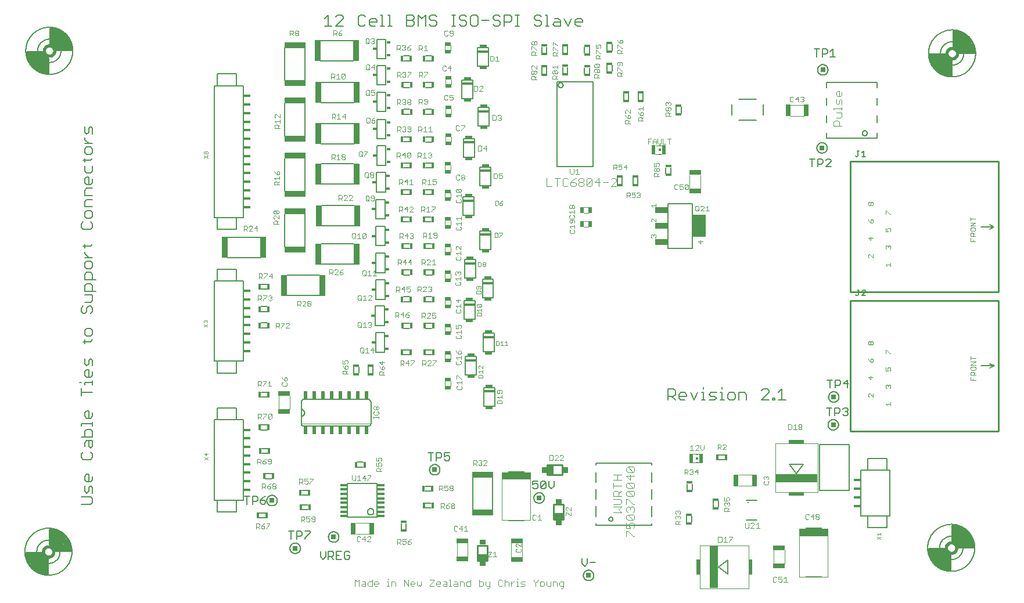
<source format=gto>
G75*
%MOIN*%
%OFA0B0*%
%FSLAX25Y25*%
%IPPOS*%
%LPD*%
%AMOC8*
5,1,8,0,0,1.08239X$1,22.5*
%
%ADD10C,0.00600*%
%ADD11C,0.00300*%
%ADD12R,0.01600X0.03400*%
%ADD13R,0.02300X0.01800*%
%ADD14C,0.00800*%
%ADD15R,0.04331X0.01476*%
%ADD16R,0.06201X0.01181*%
%ADD17C,0.00200*%
%ADD18C,0.00400*%
%ADD19R,0.06693X0.02953*%
%ADD20R,0.02000X0.04500*%
%ADD21R,0.02953X0.06693*%
%ADD22R,0.03400X0.01600*%
%ADD23R,0.03937X0.01181*%
%ADD24C,0.00500*%
%ADD25R,0.07300X0.12600*%
%ADD26R,0.07300X0.03400*%
%ADD27C,0.01000*%
%ADD28R,0.03346X0.02953*%
%ADD29R,0.05315X0.03543*%
%ADD30R,0.12205X0.03346*%
%ADD31R,0.02953X0.03346*%
%ADD32R,0.03543X0.05315*%
%ADD33R,0.09449X0.00787*%
%ADD34R,0.16535X0.04331*%
%ADD35C,0.00787*%
%ADD36R,0.03346X0.12205*%
%ADD37R,0.01181X0.00591*%
%ADD38R,0.01181X0.01181*%
%ADD39R,0.02362X0.05315*%
%ADD40R,0.03740X0.01969*%
%ADD41R,0.01969X0.03740*%
%ADD42C,0.00980*%
%ADD43C,0.01800*%
%ADD44R,0.03937X0.01260*%
%ADD45C,0.00700*%
%ADD46R,0.02100X0.08600*%
%ADD47R,0.04921X0.24409*%
%ADD48R,0.08600X0.02100*%
%ADD49R,0.24409X0.04921*%
%ADD50R,0.02600X0.02600*%
D10*
X0013400Y0026800D02*
X0013404Y0027131D01*
X0013416Y0027462D01*
X0013437Y0027793D01*
X0013465Y0028123D01*
X0013502Y0028453D01*
X0013546Y0028781D01*
X0013599Y0029108D01*
X0013659Y0029434D01*
X0013728Y0029758D01*
X0013805Y0030080D01*
X0013889Y0030401D01*
X0013981Y0030719D01*
X0014081Y0031035D01*
X0014189Y0031348D01*
X0014305Y0031659D01*
X0014428Y0031966D01*
X0014558Y0032271D01*
X0014696Y0032572D01*
X0014841Y0032870D01*
X0014994Y0033164D01*
X0015154Y0033454D01*
X0015321Y0033740D01*
X0015494Y0034022D01*
X0015675Y0034300D01*
X0015863Y0034573D01*
X0016057Y0034842D01*
X0016257Y0035106D01*
X0016464Y0035364D01*
X0016678Y0035618D01*
X0016897Y0035866D01*
X0017123Y0036109D01*
X0017354Y0036346D01*
X0017591Y0036577D01*
X0017834Y0036803D01*
X0018082Y0037022D01*
X0018336Y0037236D01*
X0018594Y0037443D01*
X0018858Y0037643D01*
X0019127Y0037837D01*
X0019400Y0038025D01*
X0019678Y0038206D01*
X0019960Y0038379D01*
X0020246Y0038546D01*
X0020536Y0038706D01*
X0020830Y0038859D01*
X0021128Y0039004D01*
X0021429Y0039142D01*
X0021734Y0039272D01*
X0022041Y0039395D01*
X0022352Y0039511D01*
X0022665Y0039619D01*
X0022981Y0039719D01*
X0023299Y0039811D01*
X0023620Y0039895D01*
X0023942Y0039972D01*
X0024266Y0040041D01*
X0024592Y0040101D01*
X0024919Y0040154D01*
X0025247Y0040198D01*
X0025577Y0040235D01*
X0025907Y0040263D01*
X0026238Y0040284D01*
X0026569Y0040296D01*
X0026900Y0040300D01*
X0027231Y0040296D01*
X0027562Y0040284D01*
X0027893Y0040263D01*
X0028223Y0040235D01*
X0028553Y0040198D01*
X0028881Y0040154D01*
X0029208Y0040101D01*
X0029534Y0040041D01*
X0029858Y0039972D01*
X0030180Y0039895D01*
X0030501Y0039811D01*
X0030819Y0039719D01*
X0031135Y0039619D01*
X0031448Y0039511D01*
X0031759Y0039395D01*
X0032066Y0039272D01*
X0032371Y0039142D01*
X0032672Y0039004D01*
X0032970Y0038859D01*
X0033264Y0038706D01*
X0033554Y0038546D01*
X0033840Y0038379D01*
X0034122Y0038206D01*
X0034400Y0038025D01*
X0034673Y0037837D01*
X0034942Y0037643D01*
X0035206Y0037443D01*
X0035464Y0037236D01*
X0035718Y0037022D01*
X0035966Y0036803D01*
X0036209Y0036577D01*
X0036446Y0036346D01*
X0036677Y0036109D01*
X0036903Y0035866D01*
X0037122Y0035618D01*
X0037336Y0035364D01*
X0037543Y0035106D01*
X0037743Y0034842D01*
X0037937Y0034573D01*
X0038125Y0034300D01*
X0038306Y0034022D01*
X0038479Y0033740D01*
X0038646Y0033454D01*
X0038806Y0033164D01*
X0038959Y0032870D01*
X0039104Y0032572D01*
X0039242Y0032271D01*
X0039372Y0031966D01*
X0039495Y0031659D01*
X0039611Y0031348D01*
X0039719Y0031035D01*
X0039819Y0030719D01*
X0039911Y0030401D01*
X0039995Y0030080D01*
X0040072Y0029758D01*
X0040141Y0029434D01*
X0040201Y0029108D01*
X0040254Y0028781D01*
X0040298Y0028453D01*
X0040335Y0028123D01*
X0040363Y0027793D01*
X0040384Y0027462D01*
X0040396Y0027131D01*
X0040400Y0026800D01*
X0040396Y0026469D01*
X0040384Y0026138D01*
X0040363Y0025807D01*
X0040335Y0025477D01*
X0040298Y0025147D01*
X0040254Y0024819D01*
X0040201Y0024492D01*
X0040141Y0024166D01*
X0040072Y0023842D01*
X0039995Y0023520D01*
X0039911Y0023199D01*
X0039819Y0022881D01*
X0039719Y0022565D01*
X0039611Y0022252D01*
X0039495Y0021941D01*
X0039372Y0021634D01*
X0039242Y0021329D01*
X0039104Y0021028D01*
X0038959Y0020730D01*
X0038806Y0020436D01*
X0038646Y0020146D01*
X0038479Y0019860D01*
X0038306Y0019578D01*
X0038125Y0019300D01*
X0037937Y0019027D01*
X0037743Y0018758D01*
X0037543Y0018494D01*
X0037336Y0018236D01*
X0037122Y0017982D01*
X0036903Y0017734D01*
X0036677Y0017491D01*
X0036446Y0017254D01*
X0036209Y0017023D01*
X0035966Y0016797D01*
X0035718Y0016578D01*
X0035464Y0016364D01*
X0035206Y0016157D01*
X0034942Y0015957D01*
X0034673Y0015763D01*
X0034400Y0015575D01*
X0034122Y0015394D01*
X0033840Y0015221D01*
X0033554Y0015054D01*
X0033264Y0014894D01*
X0032970Y0014741D01*
X0032672Y0014596D01*
X0032371Y0014458D01*
X0032066Y0014328D01*
X0031759Y0014205D01*
X0031448Y0014089D01*
X0031135Y0013981D01*
X0030819Y0013881D01*
X0030501Y0013789D01*
X0030180Y0013705D01*
X0029858Y0013628D01*
X0029534Y0013559D01*
X0029208Y0013499D01*
X0028881Y0013446D01*
X0028553Y0013402D01*
X0028223Y0013365D01*
X0027893Y0013337D01*
X0027562Y0013316D01*
X0027231Y0013304D01*
X0026900Y0013300D01*
X0026569Y0013304D01*
X0026238Y0013316D01*
X0025907Y0013337D01*
X0025577Y0013365D01*
X0025247Y0013402D01*
X0024919Y0013446D01*
X0024592Y0013499D01*
X0024266Y0013559D01*
X0023942Y0013628D01*
X0023620Y0013705D01*
X0023299Y0013789D01*
X0022981Y0013881D01*
X0022665Y0013981D01*
X0022352Y0014089D01*
X0022041Y0014205D01*
X0021734Y0014328D01*
X0021429Y0014458D01*
X0021128Y0014596D01*
X0020830Y0014741D01*
X0020536Y0014894D01*
X0020246Y0015054D01*
X0019960Y0015221D01*
X0019678Y0015394D01*
X0019400Y0015575D01*
X0019127Y0015763D01*
X0018858Y0015957D01*
X0018594Y0016157D01*
X0018336Y0016364D01*
X0018082Y0016578D01*
X0017834Y0016797D01*
X0017591Y0017023D01*
X0017354Y0017254D01*
X0017123Y0017491D01*
X0016897Y0017734D01*
X0016678Y0017982D01*
X0016464Y0018236D01*
X0016257Y0018494D01*
X0016057Y0018758D01*
X0015863Y0019027D01*
X0015675Y0019300D01*
X0015494Y0019578D01*
X0015321Y0019860D01*
X0015154Y0020146D01*
X0014994Y0020436D01*
X0014841Y0020730D01*
X0014696Y0021028D01*
X0014558Y0021329D01*
X0014428Y0021634D01*
X0014305Y0021941D01*
X0014189Y0022252D01*
X0014081Y0022565D01*
X0013981Y0022881D01*
X0013889Y0023199D01*
X0013805Y0023520D01*
X0013728Y0023842D01*
X0013659Y0024166D01*
X0013599Y0024492D01*
X0013546Y0024819D01*
X0013502Y0025147D01*
X0013465Y0025477D01*
X0013437Y0025807D01*
X0013416Y0026138D01*
X0013404Y0026469D01*
X0013400Y0026800D01*
X0045695Y0054026D02*
X0051032Y0054026D01*
X0052100Y0055094D01*
X0052100Y0057229D01*
X0051032Y0058297D01*
X0045695Y0058297D01*
X0048897Y0060472D02*
X0047830Y0061539D01*
X0047830Y0064742D01*
X0049965Y0063675D02*
X0051032Y0064742D01*
X0052100Y0063675D01*
X0052100Y0060472D01*
X0049965Y0061539D02*
X0048897Y0060472D01*
X0049965Y0061539D02*
X0049965Y0063675D01*
X0049965Y0066917D02*
X0049965Y0071188D01*
X0048897Y0071188D01*
X0047830Y0070120D01*
X0047830Y0067985D01*
X0048897Y0066917D01*
X0051032Y0066917D01*
X0052100Y0067985D01*
X0052100Y0070120D01*
X0051032Y0079808D02*
X0052100Y0080876D01*
X0052100Y0083011D01*
X0051032Y0084079D01*
X0051032Y0086254D02*
X0049965Y0087321D01*
X0049965Y0090524D01*
X0048897Y0090524D02*
X0052100Y0090524D01*
X0052100Y0087321D01*
X0051032Y0086254D01*
X0047830Y0087321D02*
X0047830Y0089457D01*
X0048897Y0090524D01*
X0047830Y0092699D02*
X0047830Y0095902D01*
X0048897Y0096970D01*
X0051032Y0096970D01*
X0052100Y0095902D01*
X0052100Y0092699D01*
X0045695Y0092699D01*
X0045695Y0099145D02*
X0045695Y0100212D01*
X0052100Y0100212D01*
X0052100Y0099145D02*
X0052100Y0101280D01*
X0051032Y0103442D02*
X0048897Y0103442D01*
X0047830Y0104509D01*
X0047830Y0106645D01*
X0048897Y0107712D01*
X0049965Y0107712D01*
X0049965Y0103442D01*
X0051032Y0103442D02*
X0052100Y0104509D01*
X0052100Y0106645D01*
X0045695Y0116333D02*
X0045695Y0120603D01*
X0045695Y0118468D02*
X0052100Y0118468D01*
X0052100Y0122778D02*
X0052100Y0124913D01*
X0052100Y0123846D02*
X0047830Y0123846D01*
X0047830Y0122778D01*
X0045695Y0123846D02*
X0044627Y0123846D01*
X0048897Y0127075D02*
X0047830Y0128143D01*
X0047830Y0130278D01*
X0048897Y0131346D01*
X0049965Y0131346D01*
X0049965Y0127075D01*
X0051032Y0127075D02*
X0048897Y0127075D01*
X0051032Y0127075D02*
X0052100Y0128143D01*
X0052100Y0130278D01*
X0052100Y0133521D02*
X0052100Y0136724D01*
X0051032Y0137791D01*
X0049965Y0136724D01*
X0049965Y0134588D01*
X0048897Y0133521D01*
X0047830Y0134588D01*
X0047830Y0137791D01*
X0047830Y0146412D02*
X0047830Y0148547D01*
X0046762Y0147479D02*
X0051032Y0147479D01*
X0052100Y0148547D01*
X0051032Y0150709D02*
X0052100Y0151776D01*
X0052100Y0153912D01*
X0051032Y0154979D01*
X0048897Y0154979D01*
X0047830Y0153912D01*
X0047830Y0151776D01*
X0048897Y0150709D01*
X0051032Y0150709D01*
X0051032Y0163600D02*
X0052100Y0164667D01*
X0052100Y0166803D01*
X0051032Y0167870D01*
X0049965Y0167870D01*
X0048897Y0166803D01*
X0048897Y0164667D01*
X0047830Y0163600D01*
X0046762Y0163600D01*
X0045695Y0164667D01*
X0045695Y0166803D01*
X0046762Y0167870D01*
X0047830Y0170045D02*
X0051032Y0170045D01*
X0052100Y0171113D01*
X0052100Y0174316D01*
X0047830Y0174316D01*
X0047830Y0176491D02*
X0047830Y0179694D01*
X0048897Y0180761D01*
X0051032Y0180761D01*
X0052100Y0179694D01*
X0052100Y0176491D01*
X0054235Y0176491D02*
X0047830Y0176491D01*
X0047830Y0182936D02*
X0047830Y0186139D01*
X0048897Y0187207D01*
X0051032Y0187207D01*
X0052100Y0186139D01*
X0052100Y0182936D01*
X0054235Y0182936D02*
X0047830Y0182936D01*
X0048897Y0189382D02*
X0051032Y0189382D01*
X0052100Y0190449D01*
X0052100Y0192585D01*
X0051032Y0193652D01*
X0048897Y0193652D01*
X0047830Y0192585D01*
X0047830Y0190449D01*
X0048897Y0189382D01*
X0047830Y0195827D02*
X0052100Y0195827D01*
X0049965Y0195827D02*
X0047830Y0197962D01*
X0047830Y0199030D01*
X0047830Y0201199D02*
X0047830Y0203334D01*
X0046762Y0202266D02*
X0051032Y0202266D01*
X0052100Y0203334D01*
X0051032Y0211941D02*
X0052100Y0213009D01*
X0052100Y0215144D01*
X0051032Y0216211D01*
X0051032Y0218387D02*
X0052100Y0219454D01*
X0052100Y0221589D01*
X0051032Y0222657D01*
X0048897Y0222657D01*
X0047830Y0221589D01*
X0047830Y0219454D01*
X0048897Y0218387D01*
X0051032Y0218387D01*
X0046762Y0216211D02*
X0045695Y0215144D01*
X0045695Y0213009D01*
X0046762Y0211941D01*
X0051032Y0211941D01*
X0052100Y0224832D02*
X0047830Y0224832D01*
X0047830Y0228035D01*
X0048897Y0229102D01*
X0052100Y0229102D01*
X0052100Y0231278D02*
X0047830Y0231278D01*
X0047830Y0234480D01*
X0048897Y0235548D01*
X0052100Y0235548D01*
X0051032Y0237723D02*
X0052100Y0238791D01*
X0052100Y0240926D01*
X0049965Y0241993D02*
X0049965Y0237723D01*
X0051032Y0237723D02*
X0048897Y0237723D01*
X0047830Y0238791D01*
X0047830Y0240926D01*
X0048897Y0241993D01*
X0049965Y0241993D01*
X0051032Y0244169D02*
X0052100Y0245236D01*
X0052100Y0248439D01*
X0051032Y0251682D02*
X0052100Y0252749D01*
X0051032Y0251682D02*
X0046762Y0251682D01*
X0047830Y0252749D02*
X0047830Y0250614D01*
X0047830Y0248439D02*
X0047830Y0245236D01*
X0048897Y0244169D01*
X0051032Y0244169D01*
X0051032Y0254911D02*
X0052100Y0255979D01*
X0052100Y0258114D01*
X0051032Y0259181D01*
X0048897Y0259181D01*
X0047830Y0258114D01*
X0047830Y0255979D01*
X0048897Y0254911D01*
X0051032Y0254911D01*
X0049965Y0261357D02*
X0047830Y0263492D01*
X0047830Y0264559D01*
X0048897Y0266728D02*
X0047830Y0267795D01*
X0047830Y0270998D01*
X0049965Y0269930D02*
X0049965Y0267795D01*
X0048897Y0266728D01*
X0052100Y0266728D02*
X0052100Y0269930D01*
X0051032Y0270998D01*
X0049965Y0269930D01*
X0052100Y0261357D02*
X0047830Y0261357D01*
X0122227Y0294494D02*
X0122227Y0218706D01*
X0122719Y0218706D01*
X0122227Y0218706D02*
X0123802Y0218706D01*
X0123802Y0212013D01*
X0134825Y0212013D01*
X0134825Y0218706D01*
X0138762Y0218706D01*
X0138762Y0222348D01*
X0138762Y0218706D02*
X0135908Y0218706D01*
X0134825Y0218706D02*
X0123802Y0218706D01*
X0122227Y0218706D02*
X0122227Y0294494D01*
X0122719Y0294494D01*
X0122227Y0294494D02*
X0123802Y0294494D01*
X0123802Y0301187D01*
X0134825Y0301187D01*
X0134825Y0294494D01*
X0123802Y0294494D01*
X0134825Y0294494D02*
X0138762Y0294494D01*
X0138762Y0290852D01*
X0138762Y0294494D02*
X0135908Y0294494D01*
X0138762Y0294494D02*
X0138762Y0218706D01*
X0138762Y0226876D02*
X0138762Y0227269D01*
X0138762Y0231797D02*
X0138762Y0232191D01*
X0138762Y0236718D02*
X0138762Y0237112D01*
X0138762Y0241639D02*
X0138762Y0242033D01*
X0138762Y0246561D02*
X0138762Y0246954D01*
X0138762Y0251482D02*
X0138762Y0251876D01*
X0138762Y0256403D02*
X0138762Y0256797D01*
X0138762Y0261324D02*
X0138762Y0261718D01*
X0138762Y0266246D02*
X0138762Y0266639D01*
X0138762Y0271167D02*
X0138762Y0271561D01*
X0138762Y0276088D02*
X0138762Y0276482D01*
X0138762Y0281009D02*
X0138762Y0281403D01*
X0138762Y0285931D02*
X0138762Y0286324D01*
X0162501Y0284298D02*
X0162501Y0265601D01*
X0174099Y0265601D02*
X0174099Y0284298D01*
X0183501Y0284701D02*
X0202198Y0284701D01*
X0215400Y0282611D02*
X0215400Y0279600D01*
X0218730Y0279600D01*
X0220600Y0279600D02*
X0215400Y0279600D01*
X0215400Y0290800D01*
X0215400Y0287691D01*
X0215400Y0290800D02*
X0218730Y0290800D01*
X0220600Y0290800D02*
X0220600Y0279600D01*
X0220600Y0275150D02*
X0215400Y0275150D01*
X0215400Y0272041D01*
X0215400Y0275150D02*
X0218730Y0275150D01*
X0220600Y0275150D02*
X0220600Y0263950D01*
X0215400Y0263950D01*
X0215400Y0266961D01*
X0215400Y0263950D02*
X0218730Y0263950D01*
X0215400Y0263950D02*
X0215400Y0275150D01*
X0202198Y0272699D02*
X0183501Y0272699D01*
X0183501Y0261101D02*
X0202198Y0261101D01*
X0215400Y0259850D02*
X0215400Y0256741D01*
X0215400Y0259850D02*
X0218730Y0259850D01*
X0220600Y0259850D02*
X0220600Y0248650D01*
X0215400Y0248650D01*
X0215400Y0251661D01*
X0215400Y0248650D02*
X0218730Y0248650D01*
X0215400Y0248650D02*
X0215400Y0259850D01*
X0220600Y0259850D01*
X0230699Y0262348D02*
X0234101Y0262348D01*
X0234101Y0265152D02*
X0230699Y0265152D01*
X0243399Y0264902D02*
X0246801Y0264902D01*
X0246801Y0262098D02*
X0243399Y0262098D01*
X0243349Y0250002D02*
X0246751Y0250002D01*
X0246751Y0247198D02*
X0243349Y0247198D01*
X0234051Y0247198D02*
X0230649Y0247198D01*
X0230649Y0250002D02*
X0234051Y0250002D01*
X0220350Y0244550D02*
X0220350Y0233350D01*
X0215150Y0233350D01*
X0215150Y0236361D01*
X0215150Y0233350D02*
X0218480Y0233350D01*
X0215150Y0233350D02*
X0215150Y0244550D01*
X0215150Y0241441D01*
X0215150Y0244550D02*
X0218480Y0244550D01*
X0220350Y0244550D02*
X0215150Y0244550D01*
X0202198Y0249599D02*
X0183501Y0249599D01*
X0174099Y0252598D02*
X0174099Y0233901D01*
X0183501Y0238001D02*
X0202198Y0238001D01*
X0214900Y0229150D02*
X0214900Y0226041D01*
X0214900Y0229150D02*
X0218230Y0229150D01*
X0220100Y0229150D02*
X0220100Y0217950D01*
X0214900Y0217950D01*
X0214900Y0220961D01*
X0214900Y0217950D02*
X0218230Y0217950D01*
X0214900Y0217950D02*
X0214900Y0229150D01*
X0220100Y0229150D01*
X0230599Y0231898D02*
X0234001Y0231898D01*
X0234001Y0234702D02*
X0230599Y0234702D01*
X0243299Y0234702D02*
X0246701Y0234702D01*
X0246701Y0231898D02*
X0243299Y0231898D01*
X0243199Y0219102D02*
X0246601Y0219102D01*
X0246601Y0216298D02*
X0243199Y0216298D01*
X0233901Y0216298D02*
X0230499Y0216298D01*
X0230499Y0219102D02*
X0233901Y0219102D01*
X0220100Y0213700D02*
X0220100Y0202500D01*
X0214900Y0202500D01*
X0214900Y0205511D01*
X0214900Y0202500D02*
X0218230Y0202500D01*
X0214900Y0202500D02*
X0214900Y0213700D01*
X0214900Y0210591D01*
X0214900Y0213700D02*
X0218230Y0213700D01*
X0220100Y0213700D02*
X0214900Y0213700D01*
X0202398Y0214001D02*
X0183701Y0214001D01*
X0174099Y0220798D02*
X0174099Y0202101D01*
X0183501Y0203499D02*
X0202198Y0203499D01*
X0214900Y0198300D02*
X0214900Y0195191D01*
X0214900Y0198300D02*
X0218230Y0198300D01*
X0220100Y0198300D02*
X0220100Y0187100D01*
X0214900Y0187100D01*
X0214900Y0190111D01*
X0214900Y0187100D02*
X0218230Y0187100D01*
X0214900Y0187100D02*
X0214900Y0198300D01*
X0220100Y0198300D01*
X0230749Y0200948D02*
X0234151Y0200948D01*
X0234151Y0203752D02*
X0230749Y0203752D01*
X0243449Y0203752D02*
X0246851Y0203752D01*
X0246851Y0200948D02*
X0243449Y0200948D01*
X0243599Y0188602D02*
X0247001Y0188602D01*
X0247001Y0185798D02*
X0243599Y0185798D01*
X0234151Y0185798D02*
X0230749Y0185798D01*
X0230749Y0188602D02*
X0234151Y0188602D01*
X0220000Y0183000D02*
X0220000Y0171800D01*
X0214800Y0171800D01*
X0214800Y0174811D01*
X0214800Y0171800D02*
X0218130Y0171800D01*
X0214800Y0171800D02*
X0214800Y0183000D01*
X0214800Y0179891D01*
X0214800Y0183000D02*
X0218130Y0183000D01*
X0220000Y0183000D02*
X0214800Y0183000D01*
X0202198Y0191901D02*
X0183501Y0191901D01*
X0182398Y0185499D02*
X0163701Y0185499D01*
X0152301Y0180302D02*
X0148899Y0180302D01*
X0148899Y0177498D02*
X0152301Y0177498D01*
X0163701Y0173901D02*
X0182398Y0173901D01*
X0152301Y0167502D02*
X0148899Y0167502D01*
X0148899Y0164698D02*
X0152301Y0164698D01*
X0152401Y0158202D02*
X0148999Y0158202D01*
X0148999Y0155398D02*
X0152401Y0155398D01*
X0138662Y0154576D02*
X0138662Y0154182D01*
X0138662Y0159103D02*
X0138662Y0159497D01*
X0138662Y0164024D02*
X0138662Y0164418D01*
X0138662Y0168946D02*
X0138662Y0169339D01*
X0138662Y0173867D02*
X0138662Y0174261D01*
X0138662Y0178788D02*
X0138662Y0182430D01*
X0135808Y0182430D01*
X0134725Y0182430D02*
X0134725Y0189123D01*
X0123702Y0189123D01*
X0123702Y0182430D01*
X0122127Y0182430D01*
X0122619Y0182430D01*
X0122127Y0182430D02*
X0122127Y0136170D01*
X0122619Y0136170D01*
X0122127Y0136170D02*
X0123702Y0136170D01*
X0123702Y0129477D01*
X0134725Y0129477D01*
X0134725Y0136170D01*
X0138662Y0136170D01*
X0138662Y0139812D01*
X0138662Y0144339D02*
X0138662Y0144733D01*
X0138662Y0149261D02*
X0138662Y0149654D01*
X0138662Y0136170D02*
X0135808Y0136170D01*
X0134725Y0136170D02*
X0123702Y0136170D01*
X0122127Y0136170D02*
X0122127Y0182430D01*
X0123702Y0182430D02*
X0134725Y0182430D01*
X0138662Y0182430D01*
X0138662Y0136170D01*
X0148999Y0118402D02*
X0152401Y0118402D01*
X0152401Y0115598D02*
X0148999Y0115598D01*
X0134725Y0109423D02*
X0123702Y0109423D01*
X0123702Y0102730D01*
X0122127Y0102730D01*
X0122619Y0102730D01*
X0122127Y0102730D02*
X0122127Y0056470D01*
X0122619Y0056470D01*
X0122127Y0056470D02*
X0123702Y0056470D01*
X0123702Y0049777D01*
X0134725Y0049777D01*
X0134725Y0056470D01*
X0138662Y0056470D01*
X0138662Y0060112D01*
X0138662Y0056470D02*
X0135808Y0056470D01*
X0134725Y0056470D02*
X0123702Y0056470D01*
X0122127Y0056470D02*
X0122127Y0102730D01*
X0123702Y0102730D02*
X0134725Y0102730D01*
X0134725Y0109423D01*
X0134725Y0102730D02*
X0138662Y0102730D01*
X0138662Y0099088D01*
X0138662Y0102730D02*
X0135808Y0102730D01*
X0138662Y0102730D02*
X0138662Y0056470D01*
X0138662Y0064639D02*
X0138662Y0065033D01*
X0138662Y0069561D02*
X0138662Y0069954D01*
X0138662Y0074482D02*
X0138662Y0074876D01*
X0138662Y0079403D02*
X0138662Y0079797D01*
X0138662Y0084324D02*
X0138662Y0084718D01*
X0138662Y0089246D02*
X0138662Y0089639D01*
X0138662Y0094167D02*
X0138662Y0094561D01*
X0148899Y0096798D02*
X0152301Y0096798D01*
X0152301Y0099602D02*
X0148899Y0099602D01*
X0149299Y0086002D02*
X0152701Y0086002D01*
X0152701Y0083198D02*
X0149299Y0083198D01*
X0151599Y0071602D02*
X0155001Y0071602D01*
X0155001Y0068798D02*
X0151599Y0068798D01*
X0152200Y0056200D02*
X0152202Y0056309D01*
X0152208Y0056418D01*
X0152218Y0056526D01*
X0152232Y0056634D01*
X0152249Y0056742D01*
X0152271Y0056849D01*
X0152296Y0056955D01*
X0152326Y0057059D01*
X0152359Y0057163D01*
X0152396Y0057266D01*
X0152436Y0057367D01*
X0152480Y0057466D01*
X0152528Y0057564D01*
X0152580Y0057661D01*
X0152634Y0057755D01*
X0152692Y0057847D01*
X0152754Y0057937D01*
X0152819Y0058024D01*
X0152886Y0058110D01*
X0152957Y0058193D01*
X0153031Y0058273D01*
X0153108Y0058350D01*
X0153187Y0058425D01*
X0153269Y0058496D01*
X0153354Y0058565D01*
X0153441Y0058630D01*
X0153530Y0058693D01*
X0153622Y0058751D01*
X0153716Y0058807D01*
X0153811Y0058859D01*
X0153909Y0058908D01*
X0154008Y0058953D01*
X0154109Y0058995D01*
X0154211Y0059032D01*
X0154314Y0059066D01*
X0154419Y0059097D01*
X0154525Y0059123D01*
X0154631Y0059146D01*
X0154739Y0059164D01*
X0154847Y0059179D01*
X0154955Y0059190D01*
X0155064Y0059197D01*
X0155173Y0059200D01*
X0155282Y0059199D01*
X0155391Y0059194D01*
X0155499Y0059185D01*
X0155607Y0059172D01*
X0155715Y0059155D01*
X0155822Y0059135D01*
X0155928Y0059110D01*
X0156033Y0059082D01*
X0156137Y0059050D01*
X0156240Y0059014D01*
X0156342Y0058974D01*
X0156442Y0058931D01*
X0156540Y0058884D01*
X0156637Y0058834D01*
X0156731Y0058780D01*
X0156824Y0058722D01*
X0156915Y0058662D01*
X0157003Y0058598D01*
X0157089Y0058531D01*
X0157172Y0058461D01*
X0157253Y0058388D01*
X0157331Y0058312D01*
X0157406Y0058233D01*
X0157479Y0058151D01*
X0157548Y0058067D01*
X0157614Y0057981D01*
X0157677Y0057892D01*
X0157737Y0057801D01*
X0157794Y0057708D01*
X0157847Y0057613D01*
X0157896Y0057516D01*
X0157942Y0057417D01*
X0157984Y0057317D01*
X0158023Y0057215D01*
X0158058Y0057111D01*
X0158089Y0057007D01*
X0158117Y0056902D01*
X0158140Y0056795D01*
X0158160Y0056688D01*
X0158176Y0056580D01*
X0158188Y0056472D01*
X0158196Y0056363D01*
X0158200Y0056254D01*
X0158200Y0056146D01*
X0158196Y0056037D01*
X0158188Y0055928D01*
X0158176Y0055820D01*
X0158160Y0055712D01*
X0158140Y0055605D01*
X0158117Y0055498D01*
X0158089Y0055393D01*
X0158058Y0055289D01*
X0158023Y0055185D01*
X0157984Y0055083D01*
X0157942Y0054983D01*
X0157896Y0054884D01*
X0157847Y0054787D01*
X0157794Y0054692D01*
X0157737Y0054599D01*
X0157677Y0054508D01*
X0157614Y0054419D01*
X0157548Y0054333D01*
X0157479Y0054249D01*
X0157406Y0054167D01*
X0157331Y0054088D01*
X0157253Y0054012D01*
X0157172Y0053939D01*
X0157089Y0053869D01*
X0157003Y0053802D01*
X0156915Y0053738D01*
X0156824Y0053678D01*
X0156731Y0053620D01*
X0156637Y0053566D01*
X0156540Y0053516D01*
X0156442Y0053469D01*
X0156342Y0053426D01*
X0156240Y0053386D01*
X0156137Y0053350D01*
X0156033Y0053318D01*
X0155928Y0053290D01*
X0155822Y0053265D01*
X0155715Y0053245D01*
X0155607Y0053228D01*
X0155499Y0053215D01*
X0155391Y0053206D01*
X0155282Y0053201D01*
X0155173Y0053200D01*
X0155064Y0053203D01*
X0154955Y0053210D01*
X0154847Y0053221D01*
X0154739Y0053236D01*
X0154631Y0053254D01*
X0154525Y0053277D01*
X0154419Y0053303D01*
X0154314Y0053334D01*
X0154211Y0053368D01*
X0154109Y0053405D01*
X0154008Y0053447D01*
X0153909Y0053492D01*
X0153811Y0053541D01*
X0153716Y0053593D01*
X0153622Y0053649D01*
X0153530Y0053707D01*
X0153441Y0053770D01*
X0153354Y0053835D01*
X0153269Y0053904D01*
X0153187Y0053975D01*
X0153108Y0054050D01*
X0153031Y0054127D01*
X0152957Y0054207D01*
X0152886Y0054290D01*
X0152819Y0054376D01*
X0152754Y0054463D01*
X0152692Y0054553D01*
X0152634Y0054645D01*
X0152580Y0054739D01*
X0152528Y0054836D01*
X0152480Y0054934D01*
X0152436Y0055033D01*
X0152396Y0055134D01*
X0152359Y0055237D01*
X0152326Y0055341D01*
X0152296Y0055445D01*
X0152271Y0055551D01*
X0152249Y0055658D01*
X0152232Y0055766D01*
X0152218Y0055874D01*
X0152208Y0055982D01*
X0152202Y0056091D01*
X0152200Y0056200D01*
X0151301Y0049102D02*
X0147899Y0049102D01*
X0147899Y0046298D02*
X0151301Y0046298D01*
X0172449Y0050848D02*
X0175851Y0050848D01*
X0175851Y0053652D02*
X0172449Y0053652D01*
X0172349Y0059248D02*
X0175751Y0059248D01*
X0175751Y0062052D02*
X0172349Y0062052D01*
X0198505Y0066002D02*
X0198505Y0046497D01*
X0215594Y0046497D01*
X0215594Y0066002D01*
X0198505Y0066002D01*
X0204199Y0075398D02*
X0207601Y0075398D01*
X0207601Y0078202D02*
X0204199Y0078202D01*
X0210450Y0098900D02*
X0173450Y0098900D01*
X0173374Y0098902D01*
X0173298Y0098908D01*
X0173223Y0098917D01*
X0173148Y0098931D01*
X0173074Y0098948D01*
X0173001Y0098969D01*
X0172929Y0098993D01*
X0172858Y0099022D01*
X0172789Y0099053D01*
X0172722Y0099088D01*
X0172657Y0099127D01*
X0172593Y0099169D01*
X0172532Y0099214D01*
X0172473Y0099262D01*
X0172417Y0099313D01*
X0172363Y0099367D01*
X0172312Y0099423D01*
X0172264Y0099482D01*
X0172219Y0099543D01*
X0172177Y0099607D01*
X0172138Y0099672D01*
X0172103Y0099739D01*
X0172072Y0099808D01*
X0172043Y0099879D01*
X0172019Y0099951D01*
X0171998Y0100024D01*
X0171981Y0100098D01*
X0171967Y0100173D01*
X0171958Y0100248D01*
X0171952Y0100324D01*
X0171950Y0100400D01*
X0171950Y0104600D01*
X0171950Y0108600D01*
X0171950Y0112800D01*
X0171952Y0112876D01*
X0171958Y0112952D01*
X0171967Y0113027D01*
X0171981Y0113102D01*
X0171998Y0113176D01*
X0172019Y0113249D01*
X0172043Y0113321D01*
X0172072Y0113392D01*
X0172103Y0113461D01*
X0172138Y0113528D01*
X0172177Y0113593D01*
X0172219Y0113657D01*
X0172264Y0113718D01*
X0172312Y0113777D01*
X0172363Y0113833D01*
X0172417Y0113887D01*
X0172473Y0113938D01*
X0172532Y0113986D01*
X0172593Y0114031D01*
X0172657Y0114073D01*
X0172722Y0114112D01*
X0172789Y0114147D01*
X0172858Y0114178D01*
X0172929Y0114207D01*
X0173001Y0114231D01*
X0173074Y0114252D01*
X0173148Y0114269D01*
X0173223Y0114283D01*
X0173298Y0114292D01*
X0173374Y0114298D01*
X0173450Y0114300D01*
X0210450Y0114300D01*
X0210526Y0114298D01*
X0210602Y0114292D01*
X0210677Y0114283D01*
X0210752Y0114269D01*
X0210826Y0114252D01*
X0210899Y0114231D01*
X0210971Y0114207D01*
X0211042Y0114178D01*
X0211111Y0114147D01*
X0211178Y0114112D01*
X0211243Y0114073D01*
X0211307Y0114031D01*
X0211368Y0113986D01*
X0211427Y0113938D01*
X0211483Y0113887D01*
X0211537Y0113833D01*
X0211588Y0113777D01*
X0211636Y0113718D01*
X0211681Y0113657D01*
X0211723Y0113593D01*
X0211762Y0113528D01*
X0211797Y0113461D01*
X0211828Y0113392D01*
X0211857Y0113321D01*
X0211881Y0113249D01*
X0211902Y0113176D01*
X0211919Y0113102D01*
X0211933Y0113027D01*
X0211942Y0112952D01*
X0211948Y0112876D01*
X0211950Y0112800D01*
X0211950Y0100400D01*
X0211948Y0100324D01*
X0211942Y0100248D01*
X0211933Y0100173D01*
X0211919Y0100098D01*
X0211902Y0100024D01*
X0211881Y0099951D01*
X0211857Y0099879D01*
X0211828Y0099808D01*
X0211797Y0099739D01*
X0211762Y0099672D01*
X0211723Y0099607D01*
X0211681Y0099543D01*
X0211636Y0099482D01*
X0211588Y0099423D01*
X0211537Y0099367D01*
X0211483Y0099313D01*
X0211427Y0099262D01*
X0211368Y0099214D01*
X0211307Y0099169D01*
X0211243Y0099127D01*
X0211178Y0099088D01*
X0211111Y0099053D01*
X0211042Y0099022D01*
X0210971Y0098993D01*
X0210899Y0098969D01*
X0210826Y0098948D01*
X0210752Y0098931D01*
X0210677Y0098917D01*
X0210602Y0098908D01*
X0210526Y0098902D01*
X0210450Y0098900D01*
X0171950Y0104600D02*
X0172038Y0104602D01*
X0172127Y0104608D01*
X0172215Y0104618D01*
X0172302Y0104631D01*
X0172389Y0104649D01*
X0172475Y0104670D01*
X0172560Y0104695D01*
X0172643Y0104724D01*
X0172726Y0104757D01*
X0172806Y0104793D01*
X0172885Y0104832D01*
X0172963Y0104875D01*
X0173038Y0104922D01*
X0173111Y0104972D01*
X0173182Y0105025D01*
X0173251Y0105081D01*
X0173317Y0105140D01*
X0173380Y0105202D01*
X0173440Y0105266D01*
X0173498Y0105333D01*
X0173552Y0105403D01*
X0173604Y0105475D01*
X0173652Y0105549D01*
X0173697Y0105626D01*
X0173738Y0105704D01*
X0173776Y0105784D01*
X0173810Y0105865D01*
X0173841Y0105948D01*
X0173868Y0106033D01*
X0173891Y0106118D01*
X0173910Y0106204D01*
X0173926Y0106292D01*
X0173938Y0106379D01*
X0173946Y0106467D01*
X0173950Y0106556D01*
X0173950Y0106644D01*
X0173946Y0106733D01*
X0173938Y0106821D01*
X0173926Y0106908D01*
X0173910Y0106996D01*
X0173891Y0107082D01*
X0173868Y0107167D01*
X0173841Y0107252D01*
X0173810Y0107335D01*
X0173776Y0107416D01*
X0173738Y0107496D01*
X0173697Y0107574D01*
X0173652Y0107651D01*
X0173604Y0107725D01*
X0173552Y0107797D01*
X0173498Y0107867D01*
X0173440Y0107934D01*
X0173380Y0107998D01*
X0173317Y0108060D01*
X0173251Y0108119D01*
X0173182Y0108175D01*
X0173111Y0108228D01*
X0173038Y0108278D01*
X0172963Y0108325D01*
X0172885Y0108368D01*
X0172806Y0108407D01*
X0172726Y0108443D01*
X0172643Y0108476D01*
X0172560Y0108505D01*
X0172475Y0108530D01*
X0172389Y0108551D01*
X0172302Y0108569D01*
X0172215Y0108582D01*
X0172127Y0108592D01*
X0172038Y0108598D01*
X0171950Y0108600D01*
X0202148Y0129549D02*
X0202148Y0132951D01*
X0204952Y0132951D02*
X0204952Y0129549D01*
X0210448Y0129549D02*
X0210448Y0132951D01*
X0213252Y0132951D02*
X0213252Y0129549D01*
X0214650Y0141450D02*
X0214650Y0144461D01*
X0214650Y0141450D02*
X0217980Y0141450D01*
X0219850Y0141450D02*
X0214650Y0141450D01*
X0214650Y0152650D01*
X0214650Y0149541D01*
X0214650Y0152650D02*
X0217980Y0152650D01*
X0219850Y0152650D02*
X0214650Y0152650D01*
X0214550Y0156700D02*
X0214550Y0159711D01*
X0214550Y0156700D02*
X0217880Y0156700D01*
X0219750Y0156700D02*
X0214550Y0156700D01*
X0214550Y0167900D01*
X0214550Y0164791D01*
X0214550Y0167900D02*
X0217880Y0167900D01*
X0219750Y0167900D02*
X0214550Y0167900D01*
X0219750Y0167900D02*
X0219750Y0156700D01*
X0219850Y0152650D02*
X0219850Y0141450D01*
X0230599Y0142752D02*
X0234001Y0142752D01*
X0234001Y0139948D02*
X0230599Y0139948D01*
X0243499Y0139948D02*
X0246901Y0139948D01*
X0246901Y0142752D02*
X0243499Y0142752D01*
X0243499Y0155098D02*
X0246901Y0155098D01*
X0246901Y0157902D02*
X0243499Y0157902D01*
X0234151Y0157902D02*
X0230749Y0157902D01*
X0230749Y0155098D02*
X0234151Y0155098D01*
X0234051Y0170398D02*
X0230649Y0170398D01*
X0230649Y0173202D02*
X0234051Y0173202D01*
X0243499Y0173202D02*
X0246901Y0173202D01*
X0246901Y0170398D02*
X0243499Y0170398D01*
X0162501Y0202101D02*
X0162501Y0220798D01*
X0162501Y0233901D02*
X0162501Y0252598D01*
X0183701Y0225599D02*
X0202398Y0225599D01*
X0148398Y0207299D02*
X0129701Y0207299D01*
X0129701Y0195701D02*
X0148398Y0195701D01*
X0230799Y0278048D02*
X0234201Y0278048D01*
X0234201Y0280852D02*
X0230799Y0280852D01*
X0243399Y0280852D02*
X0246801Y0280852D01*
X0246801Y0278048D02*
X0243399Y0278048D01*
X0220600Y0290800D02*
X0215400Y0290800D01*
X0215400Y0294900D02*
X0215400Y0297911D01*
X0215400Y0294900D02*
X0218730Y0294900D01*
X0220600Y0294900D02*
X0215400Y0294900D01*
X0215400Y0306100D01*
X0215400Y0302991D01*
X0215400Y0306100D02*
X0218730Y0306100D01*
X0220600Y0306100D02*
X0220600Y0294900D01*
X0230799Y0296252D02*
X0234201Y0296252D01*
X0234201Y0293448D02*
X0230799Y0293448D01*
X0243399Y0293448D02*
X0246801Y0293448D01*
X0246801Y0296252D02*
X0243399Y0296252D01*
X0243299Y0308698D02*
X0246701Y0308698D01*
X0246701Y0311502D02*
X0243299Y0311502D01*
X0234101Y0311502D02*
X0230699Y0311502D01*
X0230699Y0308698D02*
X0234101Y0308698D01*
X0220600Y0309950D02*
X0215400Y0309950D01*
X0215400Y0312961D01*
X0215400Y0309950D02*
X0218730Y0309950D01*
X0220600Y0309950D02*
X0220600Y0321150D01*
X0215400Y0321150D01*
X0215400Y0318041D01*
X0215400Y0321150D02*
X0218730Y0321150D01*
X0215400Y0321150D02*
X0215400Y0309950D01*
X0215400Y0306100D02*
X0220600Y0306100D01*
X0201898Y0308801D02*
X0183201Y0308801D01*
X0174099Y0316198D02*
X0174099Y0297501D01*
X0183501Y0296299D02*
X0202198Y0296299D01*
X0162501Y0297501D02*
X0162501Y0316198D01*
X0183201Y0320399D02*
X0201898Y0320399D01*
X0205709Y0328700D02*
X0207844Y0328700D01*
X0208912Y0329768D01*
X0211087Y0329768D02*
X0211087Y0331903D01*
X0212154Y0332970D01*
X0214290Y0332970D01*
X0215357Y0331903D01*
X0215357Y0330835D01*
X0211087Y0330835D01*
X0211087Y0329768D02*
X0212154Y0328700D01*
X0214290Y0328700D01*
X0217532Y0328700D02*
X0219667Y0328700D01*
X0218600Y0328700D02*
X0218600Y0335105D01*
X0217532Y0335105D01*
X0221829Y0335105D02*
X0222897Y0335105D01*
X0222897Y0328700D01*
X0223964Y0328700D02*
X0221829Y0328700D01*
X0232572Y0328700D02*
X0232572Y0335105D01*
X0235775Y0335105D01*
X0236842Y0334038D01*
X0236842Y0332970D01*
X0235775Y0331903D01*
X0232572Y0331903D01*
X0235775Y0331903D02*
X0236842Y0330835D01*
X0236842Y0329768D01*
X0235775Y0328700D01*
X0232572Y0328700D01*
X0239017Y0328700D02*
X0239017Y0335105D01*
X0241152Y0332970D01*
X0243288Y0335105D01*
X0243288Y0328700D01*
X0245463Y0329768D02*
X0246530Y0328700D01*
X0248666Y0328700D01*
X0249733Y0329768D01*
X0249733Y0330835D01*
X0248666Y0331903D01*
X0246530Y0331903D01*
X0245463Y0332970D01*
X0245463Y0334038D01*
X0246530Y0335105D01*
X0248666Y0335105D01*
X0249733Y0334038D01*
X0258354Y0335105D02*
X0260489Y0335105D01*
X0259421Y0335105D02*
X0259421Y0328700D01*
X0258354Y0328700D02*
X0260489Y0328700D01*
X0262651Y0329768D02*
X0263718Y0328700D01*
X0265853Y0328700D01*
X0266921Y0329768D01*
X0266921Y0330835D01*
X0265853Y0331903D01*
X0263718Y0331903D01*
X0262651Y0332970D01*
X0262651Y0334038D01*
X0263718Y0335105D01*
X0265853Y0335105D01*
X0266921Y0334038D01*
X0269096Y0334038D02*
X0269096Y0329768D01*
X0270164Y0328700D01*
X0272299Y0328700D01*
X0273367Y0329768D01*
X0273367Y0334038D01*
X0272299Y0335105D01*
X0270164Y0335105D01*
X0269096Y0334038D01*
X0275542Y0331903D02*
X0279812Y0331903D01*
X0281987Y0332970D02*
X0281987Y0334038D01*
X0283055Y0335105D01*
X0285190Y0335105D01*
X0286258Y0334038D01*
X0285190Y0331903D02*
X0286258Y0330835D01*
X0286258Y0329768D01*
X0285190Y0328700D01*
X0283055Y0328700D01*
X0281987Y0329768D01*
X0283055Y0331903D02*
X0285190Y0331903D01*
X0283055Y0331903D02*
X0281987Y0332970D01*
X0288433Y0330835D02*
X0291635Y0330835D01*
X0292703Y0331903D01*
X0292703Y0334038D01*
X0291635Y0335105D01*
X0288433Y0335105D01*
X0288433Y0328700D01*
X0294878Y0328700D02*
X0297013Y0328700D01*
X0295946Y0328700D02*
X0295946Y0335105D01*
X0297013Y0335105D02*
X0294878Y0335105D01*
X0305621Y0334038D02*
X0305621Y0332970D01*
X0306688Y0331903D01*
X0308823Y0331903D01*
X0309891Y0330835D01*
X0309891Y0329768D01*
X0308823Y0328700D01*
X0306688Y0328700D01*
X0305621Y0329768D01*
X0312066Y0328700D02*
X0314201Y0328700D01*
X0313134Y0328700D02*
X0313134Y0335105D01*
X0312066Y0335105D01*
X0309891Y0334038D02*
X0308823Y0335105D01*
X0306688Y0335105D01*
X0305621Y0334038D01*
X0316363Y0329768D02*
X0317431Y0330835D01*
X0320634Y0330835D01*
X0320634Y0331903D02*
X0320634Y0328700D01*
X0317431Y0328700D01*
X0316363Y0329768D01*
X0317431Y0332970D02*
X0319566Y0332970D01*
X0320634Y0331903D01*
X0322809Y0332970D02*
X0324944Y0328700D01*
X0327079Y0332970D01*
X0329254Y0331903D02*
X0330322Y0332970D01*
X0332457Y0332970D01*
X0333525Y0331903D01*
X0333525Y0330835D01*
X0329254Y0330835D01*
X0329254Y0329768D02*
X0329254Y0331903D01*
X0329254Y0329768D02*
X0330322Y0328700D01*
X0332457Y0328700D01*
X0324902Y0316901D02*
X0324902Y0313499D01*
X0322098Y0313499D02*
X0322098Y0316901D01*
X0312802Y0316701D02*
X0312802Y0313299D01*
X0309998Y0313299D02*
X0309998Y0316701D01*
X0309998Y0304901D02*
X0309998Y0301499D01*
X0312802Y0301499D02*
X0312802Y0304901D01*
X0322098Y0305101D02*
X0322098Y0301699D01*
X0324902Y0301699D02*
X0324902Y0305101D01*
X0334598Y0304801D02*
X0334598Y0301399D01*
X0337402Y0301399D02*
X0337402Y0304801D01*
X0337402Y0313199D02*
X0337402Y0316601D01*
X0334598Y0316601D02*
X0334598Y0313199D01*
X0347498Y0314799D02*
X0347498Y0318201D01*
X0350302Y0318201D02*
X0350302Y0314799D01*
X0350302Y0306301D02*
X0350302Y0302899D01*
X0347498Y0302899D02*
X0347498Y0306301D01*
X0357098Y0290001D02*
X0357098Y0286599D01*
X0359902Y0286599D02*
X0359902Y0290001D01*
X0365398Y0290001D02*
X0365398Y0286599D01*
X0368202Y0286599D02*
X0368202Y0290001D01*
X0387198Y0282201D02*
X0387198Y0278799D01*
X0390002Y0278799D02*
X0390002Y0282201D01*
X0384052Y0247401D02*
X0384052Y0243999D01*
X0381248Y0243999D02*
X0381248Y0247401D01*
X0365102Y0241601D02*
X0365102Y0238199D01*
X0362298Y0238199D02*
X0362298Y0241601D01*
X0356102Y0241601D02*
X0356102Y0238199D01*
X0353298Y0238199D02*
X0353298Y0241601D01*
X0467900Y0258800D02*
X0467902Y0258909D01*
X0467908Y0259018D01*
X0467918Y0259126D01*
X0467932Y0259234D01*
X0467949Y0259342D01*
X0467971Y0259449D01*
X0467996Y0259555D01*
X0468026Y0259659D01*
X0468059Y0259763D01*
X0468096Y0259866D01*
X0468136Y0259967D01*
X0468180Y0260066D01*
X0468228Y0260164D01*
X0468280Y0260261D01*
X0468334Y0260355D01*
X0468392Y0260447D01*
X0468454Y0260537D01*
X0468519Y0260624D01*
X0468586Y0260710D01*
X0468657Y0260793D01*
X0468731Y0260873D01*
X0468808Y0260950D01*
X0468887Y0261025D01*
X0468969Y0261096D01*
X0469054Y0261165D01*
X0469141Y0261230D01*
X0469230Y0261293D01*
X0469322Y0261351D01*
X0469416Y0261407D01*
X0469511Y0261459D01*
X0469609Y0261508D01*
X0469708Y0261553D01*
X0469809Y0261595D01*
X0469911Y0261632D01*
X0470014Y0261666D01*
X0470119Y0261697D01*
X0470225Y0261723D01*
X0470331Y0261746D01*
X0470439Y0261764D01*
X0470547Y0261779D01*
X0470655Y0261790D01*
X0470764Y0261797D01*
X0470873Y0261800D01*
X0470982Y0261799D01*
X0471091Y0261794D01*
X0471199Y0261785D01*
X0471307Y0261772D01*
X0471415Y0261755D01*
X0471522Y0261735D01*
X0471628Y0261710D01*
X0471733Y0261682D01*
X0471837Y0261650D01*
X0471940Y0261614D01*
X0472042Y0261574D01*
X0472142Y0261531D01*
X0472240Y0261484D01*
X0472337Y0261434D01*
X0472431Y0261380D01*
X0472524Y0261322D01*
X0472615Y0261262D01*
X0472703Y0261198D01*
X0472789Y0261131D01*
X0472872Y0261061D01*
X0472953Y0260988D01*
X0473031Y0260912D01*
X0473106Y0260833D01*
X0473179Y0260751D01*
X0473248Y0260667D01*
X0473314Y0260581D01*
X0473377Y0260492D01*
X0473437Y0260401D01*
X0473494Y0260308D01*
X0473547Y0260213D01*
X0473596Y0260116D01*
X0473642Y0260017D01*
X0473684Y0259917D01*
X0473723Y0259815D01*
X0473758Y0259711D01*
X0473789Y0259607D01*
X0473817Y0259502D01*
X0473840Y0259395D01*
X0473860Y0259288D01*
X0473876Y0259180D01*
X0473888Y0259072D01*
X0473896Y0258963D01*
X0473900Y0258854D01*
X0473900Y0258746D01*
X0473896Y0258637D01*
X0473888Y0258528D01*
X0473876Y0258420D01*
X0473860Y0258312D01*
X0473840Y0258205D01*
X0473817Y0258098D01*
X0473789Y0257993D01*
X0473758Y0257889D01*
X0473723Y0257785D01*
X0473684Y0257683D01*
X0473642Y0257583D01*
X0473596Y0257484D01*
X0473547Y0257387D01*
X0473494Y0257292D01*
X0473437Y0257199D01*
X0473377Y0257108D01*
X0473314Y0257019D01*
X0473248Y0256933D01*
X0473179Y0256849D01*
X0473106Y0256767D01*
X0473031Y0256688D01*
X0472953Y0256612D01*
X0472872Y0256539D01*
X0472789Y0256469D01*
X0472703Y0256402D01*
X0472615Y0256338D01*
X0472524Y0256278D01*
X0472431Y0256220D01*
X0472337Y0256166D01*
X0472240Y0256116D01*
X0472142Y0256069D01*
X0472042Y0256026D01*
X0471940Y0255986D01*
X0471837Y0255950D01*
X0471733Y0255918D01*
X0471628Y0255890D01*
X0471522Y0255865D01*
X0471415Y0255845D01*
X0471307Y0255828D01*
X0471199Y0255815D01*
X0471091Y0255806D01*
X0470982Y0255801D01*
X0470873Y0255800D01*
X0470764Y0255803D01*
X0470655Y0255810D01*
X0470547Y0255821D01*
X0470439Y0255836D01*
X0470331Y0255854D01*
X0470225Y0255877D01*
X0470119Y0255903D01*
X0470014Y0255934D01*
X0469911Y0255968D01*
X0469809Y0256005D01*
X0469708Y0256047D01*
X0469609Y0256092D01*
X0469511Y0256141D01*
X0469416Y0256193D01*
X0469322Y0256249D01*
X0469230Y0256307D01*
X0469141Y0256370D01*
X0469054Y0256435D01*
X0468969Y0256504D01*
X0468887Y0256575D01*
X0468808Y0256650D01*
X0468731Y0256727D01*
X0468657Y0256807D01*
X0468586Y0256890D01*
X0468519Y0256976D01*
X0468454Y0257063D01*
X0468392Y0257153D01*
X0468334Y0257245D01*
X0468280Y0257339D01*
X0468228Y0257436D01*
X0468180Y0257534D01*
X0468136Y0257633D01*
X0468096Y0257734D01*
X0468059Y0257837D01*
X0468026Y0257941D01*
X0467996Y0258045D01*
X0467971Y0258151D01*
X0467949Y0258258D01*
X0467932Y0258366D01*
X0467918Y0258474D01*
X0467908Y0258582D01*
X0467902Y0258691D01*
X0467900Y0258800D01*
X0468300Y0303600D02*
X0468302Y0303709D01*
X0468308Y0303818D01*
X0468318Y0303926D01*
X0468332Y0304034D01*
X0468349Y0304142D01*
X0468371Y0304249D01*
X0468396Y0304355D01*
X0468426Y0304459D01*
X0468459Y0304563D01*
X0468496Y0304666D01*
X0468536Y0304767D01*
X0468580Y0304866D01*
X0468628Y0304964D01*
X0468680Y0305061D01*
X0468734Y0305155D01*
X0468792Y0305247D01*
X0468854Y0305337D01*
X0468919Y0305424D01*
X0468986Y0305510D01*
X0469057Y0305593D01*
X0469131Y0305673D01*
X0469208Y0305750D01*
X0469287Y0305825D01*
X0469369Y0305896D01*
X0469454Y0305965D01*
X0469541Y0306030D01*
X0469630Y0306093D01*
X0469722Y0306151D01*
X0469816Y0306207D01*
X0469911Y0306259D01*
X0470009Y0306308D01*
X0470108Y0306353D01*
X0470209Y0306395D01*
X0470311Y0306432D01*
X0470414Y0306466D01*
X0470519Y0306497D01*
X0470625Y0306523D01*
X0470731Y0306546D01*
X0470839Y0306564D01*
X0470947Y0306579D01*
X0471055Y0306590D01*
X0471164Y0306597D01*
X0471273Y0306600D01*
X0471382Y0306599D01*
X0471491Y0306594D01*
X0471599Y0306585D01*
X0471707Y0306572D01*
X0471815Y0306555D01*
X0471922Y0306535D01*
X0472028Y0306510D01*
X0472133Y0306482D01*
X0472237Y0306450D01*
X0472340Y0306414D01*
X0472442Y0306374D01*
X0472542Y0306331D01*
X0472640Y0306284D01*
X0472737Y0306234D01*
X0472831Y0306180D01*
X0472924Y0306122D01*
X0473015Y0306062D01*
X0473103Y0305998D01*
X0473189Y0305931D01*
X0473272Y0305861D01*
X0473353Y0305788D01*
X0473431Y0305712D01*
X0473506Y0305633D01*
X0473579Y0305551D01*
X0473648Y0305467D01*
X0473714Y0305381D01*
X0473777Y0305292D01*
X0473837Y0305201D01*
X0473894Y0305108D01*
X0473947Y0305013D01*
X0473996Y0304916D01*
X0474042Y0304817D01*
X0474084Y0304717D01*
X0474123Y0304615D01*
X0474158Y0304511D01*
X0474189Y0304407D01*
X0474217Y0304302D01*
X0474240Y0304195D01*
X0474260Y0304088D01*
X0474276Y0303980D01*
X0474288Y0303872D01*
X0474296Y0303763D01*
X0474300Y0303654D01*
X0474300Y0303546D01*
X0474296Y0303437D01*
X0474288Y0303328D01*
X0474276Y0303220D01*
X0474260Y0303112D01*
X0474240Y0303005D01*
X0474217Y0302898D01*
X0474189Y0302793D01*
X0474158Y0302689D01*
X0474123Y0302585D01*
X0474084Y0302483D01*
X0474042Y0302383D01*
X0473996Y0302284D01*
X0473947Y0302187D01*
X0473894Y0302092D01*
X0473837Y0301999D01*
X0473777Y0301908D01*
X0473714Y0301819D01*
X0473648Y0301733D01*
X0473579Y0301649D01*
X0473506Y0301567D01*
X0473431Y0301488D01*
X0473353Y0301412D01*
X0473272Y0301339D01*
X0473189Y0301269D01*
X0473103Y0301202D01*
X0473015Y0301138D01*
X0472924Y0301078D01*
X0472831Y0301020D01*
X0472737Y0300966D01*
X0472640Y0300916D01*
X0472542Y0300869D01*
X0472442Y0300826D01*
X0472340Y0300786D01*
X0472237Y0300750D01*
X0472133Y0300718D01*
X0472028Y0300690D01*
X0471922Y0300665D01*
X0471815Y0300645D01*
X0471707Y0300628D01*
X0471599Y0300615D01*
X0471491Y0300606D01*
X0471382Y0300601D01*
X0471273Y0300600D01*
X0471164Y0300603D01*
X0471055Y0300610D01*
X0470947Y0300621D01*
X0470839Y0300636D01*
X0470731Y0300654D01*
X0470625Y0300677D01*
X0470519Y0300703D01*
X0470414Y0300734D01*
X0470311Y0300768D01*
X0470209Y0300805D01*
X0470108Y0300847D01*
X0470009Y0300892D01*
X0469911Y0300941D01*
X0469816Y0300993D01*
X0469722Y0301049D01*
X0469630Y0301107D01*
X0469541Y0301170D01*
X0469454Y0301235D01*
X0469369Y0301304D01*
X0469287Y0301375D01*
X0469208Y0301450D01*
X0469131Y0301527D01*
X0469057Y0301607D01*
X0468986Y0301690D01*
X0468919Y0301776D01*
X0468854Y0301863D01*
X0468792Y0301953D01*
X0468734Y0302045D01*
X0468680Y0302139D01*
X0468628Y0302236D01*
X0468580Y0302334D01*
X0468536Y0302433D01*
X0468496Y0302534D01*
X0468459Y0302637D01*
X0468426Y0302741D01*
X0468396Y0302845D01*
X0468371Y0302951D01*
X0468349Y0303058D01*
X0468332Y0303166D01*
X0468318Y0303274D01*
X0468308Y0303382D01*
X0468302Y0303491D01*
X0468300Y0303600D01*
X0532000Y0313000D02*
X0532004Y0313331D01*
X0532016Y0313662D01*
X0532037Y0313993D01*
X0532065Y0314323D01*
X0532102Y0314653D01*
X0532146Y0314981D01*
X0532199Y0315308D01*
X0532259Y0315634D01*
X0532328Y0315958D01*
X0532405Y0316280D01*
X0532489Y0316601D01*
X0532581Y0316919D01*
X0532681Y0317235D01*
X0532789Y0317548D01*
X0532905Y0317859D01*
X0533028Y0318166D01*
X0533158Y0318471D01*
X0533296Y0318772D01*
X0533441Y0319070D01*
X0533594Y0319364D01*
X0533754Y0319654D01*
X0533921Y0319940D01*
X0534094Y0320222D01*
X0534275Y0320500D01*
X0534463Y0320773D01*
X0534657Y0321042D01*
X0534857Y0321306D01*
X0535064Y0321564D01*
X0535278Y0321818D01*
X0535497Y0322066D01*
X0535723Y0322309D01*
X0535954Y0322546D01*
X0536191Y0322777D01*
X0536434Y0323003D01*
X0536682Y0323222D01*
X0536936Y0323436D01*
X0537194Y0323643D01*
X0537458Y0323843D01*
X0537727Y0324037D01*
X0538000Y0324225D01*
X0538278Y0324406D01*
X0538560Y0324579D01*
X0538846Y0324746D01*
X0539136Y0324906D01*
X0539430Y0325059D01*
X0539728Y0325204D01*
X0540029Y0325342D01*
X0540334Y0325472D01*
X0540641Y0325595D01*
X0540952Y0325711D01*
X0541265Y0325819D01*
X0541581Y0325919D01*
X0541899Y0326011D01*
X0542220Y0326095D01*
X0542542Y0326172D01*
X0542866Y0326241D01*
X0543192Y0326301D01*
X0543519Y0326354D01*
X0543847Y0326398D01*
X0544177Y0326435D01*
X0544507Y0326463D01*
X0544838Y0326484D01*
X0545169Y0326496D01*
X0545500Y0326500D01*
X0545831Y0326496D01*
X0546162Y0326484D01*
X0546493Y0326463D01*
X0546823Y0326435D01*
X0547153Y0326398D01*
X0547481Y0326354D01*
X0547808Y0326301D01*
X0548134Y0326241D01*
X0548458Y0326172D01*
X0548780Y0326095D01*
X0549101Y0326011D01*
X0549419Y0325919D01*
X0549735Y0325819D01*
X0550048Y0325711D01*
X0550359Y0325595D01*
X0550666Y0325472D01*
X0550971Y0325342D01*
X0551272Y0325204D01*
X0551570Y0325059D01*
X0551864Y0324906D01*
X0552154Y0324746D01*
X0552440Y0324579D01*
X0552722Y0324406D01*
X0553000Y0324225D01*
X0553273Y0324037D01*
X0553542Y0323843D01*
X0553806Y0323643D01*
X0554064Y0323436D01*
X0554318Y0323222D01*
X0554566Y0323003D01*
X0554809Y0322777D01*
X0555046Y0322546D01*
X0555277Y0322309D01*
X0555503Y0322066D01*
X0555722Y0321818D01*
X0555936Y0321564D01*
X0556143Y0321306D01*
X0556343Y0321042D01*
X0556537Y0320773D01*
X0556725Y0320500D01*
X0556906Y0320222D01*
X0557079Y0319940D01*
X0557246Y0319654D01*
X0557406Y0319364D01*
X0557559Y0319070D01*
X0557704Y0318772D01*
X0557842Y0318471D01*
X0557972Y0318166D01*
X0558095Y0317859D01*
X0558211Y0317548D01*
X0558319Y0317235D01*
X0558419Y0316919D01*
X0558511Y0316601D01*
X0558595Y0316280D01*
X0558672Y0315958D01*
X0558741Y0315634D01*
X0558801Y0315308D01*
X0558854Y0314981D01*
X0558898Y0314653D01*
X0558935Y0314323D01*
X0558963Y0313993D01*
X0558984Y0313662D01*
X0558996Y0313331D01*
X0559000Y0313000D01*
X0558996Y0312669D01*
X0558984Y0312338D01*
X0558963Y0312007D01*
X0558935Y0311677D01*
X0558898Y0311347D01*
X0558854Y0311019D01*
X0558801Y0310692D01*
X0558741Y0310366D01*
X0558672Y0310042D01*
X0558595Y0309720D01*
X0558511Y0309399D01*
X0558419Y0309081D01*
X0558319Y0308765D01*
X0558211Y0308452D01*
X0558095Y0308141D01*
X0557972Y0307834D01*
X0557842Y0307529D01*
X0557704Y0307228D01*
X0557559Y0306930D01*
X0557406Y0306636D01*
X0557246Y0306346D01*
X0557079Y0306060D01*
X0556906Y0305778D01*
X0556725Y0305500D01*
X0556537Y0305227D01*
X0556343Y0304958D01*
X0556143Y0304694D01*
X0555936Y0304436D01*
X0555722Y0304182D01*
X0555503Y0303934D01*
X0555277Y0303691D01*
X0555046Y0303454D01*
X0554809Y0303223D01*
X0554566Y0302997D01*
X0554318Y0302778D01*
X0554064Y0302564D01*
X0553806Y0302357D01*
X0553542Y0302157D01*
X0553273Y0301963D01*
X0553000Y0301775D01*
X0552722Y0301594D01*
X0552440Y0301421D01*
X0552154Y0301254D01*
X0551864Y0301094D01*
X0551570Y0300941D01*
X0551272Y0300796D01*
X0550971Y0300658D01*
X0550666Y0300528D01*
X0550359Y0300405D01*
X0550048Y0300289D01*
X0549735Y0300181D01*
X0549419Y0300081D01*
X0549101Y0299989D01*
X0548780Y0299905D01*
X0548458Y0299828D01*
X0548134Y0299759D01*
X0547808Y0299699D01*
X0547481Y0299646D01*
X0547153Y0299602D01*
X0546823Y0299565D01*
X0546493Y0299537D01*
X0546162Y0299516D01*
X0545831Y0299504D01*
X0545500Y0299500D01*
X0545169Y0299504D01*
X0544838Y0299516D01*
X0544507Y0299537D01*
X0544177Y0299565D01*
X0543847Y0299602D01*
X0543519Y0299646D01*
X0543192Y0299699D01*
X0542866Y0299759D01*
X0542542Y0299828D01*
X0542220Y0299905D01*
X0541899Y0299989D01*
X0541581Y0300081D01*
X0541265Y0300181D01*
X0540952Y0300289D01*
X0540641Y0300405D01*
X0540334Y0300528D01*
X0540029Y0300658D01*
X0539728Y0300796D01*
X0539430Y0300941D01*
X0539136Y0301094D01*
X0538846Y0301254D01*
X0538560Y0301421D01*
X0538278Y0301594D01*
X0538000Y0301775D01*
X0537727Y0301963D01*
X0537458Y0302157D01*
X0537194Y0302357D01*
X0536936Y0302564D01*
X0536682Y0302778D01*
X0536434Y0302997D01*
X0536191Y0303223D01*
X0535954Y0303454D01*
X0535723Y0303691D01*
X0535497Y0303934D01*
X0535278Y0304182D01*
X0535064Y0304436D01*
X0534857Y0304694D01*
X0534657Y0304958D01*
X0534463Y0305227D01*
X0534275Y0305500D01*
X0534094Y0305778D01*
X0533921Y0306060D01*
X0533754Y0306346D01*
X0533594Y0306636D01*
X0533441Y0306930D01*
X0533296Y0307228D01*
X0533158Y0307529D01*
X0533028Y0307834D01*
X0532905Y0308141D01*
X0532789Y0308452D01*
X0532681Y0308765D01*
X0532581Y0309081D01*
X0532489Y0309399D01*
X0532405Y0309720D01*
X0532328Y0310042D01*
X0532259Y0310366D01*
X0532199Y0310692D01*
X0532146Y0311019D01*
X0532102Y0311347D01*
X0532065Y0311677D01*
X0532037Y0312007D01*
X0532016Y0312338D01*
X0532004Y0312669D01*
X0532000Y0313000D01*
X0447916Y0120305D02*
X0447916Y0113900D01*
X0445781Y0113900D02*
X0450051Y0113900D01*
X0445781Y0118170D02*
X0447916Y0120305D01*
X0443626Y0114968D02*
X0443626Y0113900D01*
X0442558Y0113900D01*
X0442558Y0114968D01*
X0443626Y0114968D01*
X0440383Y0113900D02*
X0436112Y0113900D01*
X0440383Y0118170D01*
X0440383Y0119238D01*
X0439315Y0120305D01*
X0437180Y0120305D01*
X0436112Y0119238D01*
X0427492Y0117103D02*
X0427492Y0113900D01*
X0427492Y0117103D02*
X0426424Y0118170D01*
X0423221Y0118170D01*
X0423221Y0113900D01*
X0421046Y0114968D02*
X0421046Y0117103D01*
X0419979Y0118170D01*
X0417844Y0118170D01*
X0416776Y0117103D01*
X0416776Y0114968D01*
X0417844Y0113900D01*
X0419979Y0113900D01*
X0421046Y0114968D01*
X0414614Y0113900D02*
X0412479Y0113900D01*
X0413547Y0113900D02*
X0413547Y0118170D01*
X0412479Y0118170D01*
X0410304Y0118170D02*
X0407101Y0118170D01*
X0406033Y0117103D01*
X0407101Y0116035D01*
X0409236Y0116035D01*
X0410304Y0114968D01*
X0409236Y0113900D01*
X0406033Y0113900D01*
X0403872Y0113900D02*
X0401736Y0113900D01*
X0402804Y0113900D02*
X0402804Y0118170D01*
X0401736Y0118170D01*
X0399561Y0118170D02*
X0397426Y0113900D01*
X0395291Y0118170D01*
X0393116Y0117103D02*
X0393116Y0116035D01*
X0388845Y0116035D01*
X0388845Y0114968D02*
X0388845Y0117103D01*
X0389913Y0118170D01*
X0392048Y0118170D01*
X0393116Y0117103D01*
X0392048Y0113900D02*
X0389913Y0113900D01*
X0388845Y0114968D01*
X0386670Y0113900D02*
X0384535Y0116035D01*
X0385603Y0116035D02*
X0382400Y0116035D01*
X0382400Y0113900D02*
X0382400Y0120305D01*
X0385603Y0120305D01*
X0386670Y0119238D01*
X0386670Y0117103D01*
X0385603Y0116035D01*
X0402804Y0120305D02*
X0402804Y0121373D01*
X0413547Y0121373D02*
X0413547Y0120305D01*
X0415001Y0082302D02*
X0411599Y0082302D01*
X0411599Y0079498D02*
X0415001Y0079498D01*
X0396302Y0065801D02*
X0396302Y0062399D01*
X0393498Y0062399D02*
X0393498Y0065801D01*
X0408498Y0055901D02*
X0408498Y0052499D01*
X0411302Y0052499D02*
X0411302Y0055901D01*
X0427425Y0056202D02*
X0433575Y0056202D01*
X0433575Y0045002D02*
X0427425Y0045002D01*
X0396002Y0043899D02*
X0396002Y0047301D01*
X0393198Y0047301D02*
X0393198Y0043899D01*
X0333900Y0013200D02*
X0333902Y0013309D01*
X0333908Y0013418D01*
X0333918Y0013526D01*
X0333932Y0013634D01*
X0333949Y0013742D01*
X0333971Y0013849D01*
X0333996Y0013955D01*
X0334026Y0014059D01*
X0334059Y0014163D01*
X0334096Y0014266D01*
X0334136Y0014367D01*
X0334180Y0014466D01*
X0334228Y0014564D01*
X0334280Y0014661D01*
X0334334Y0014755D01*
X0334392Y0014847D01*
X0334454Y0014937D01*
X0334519Y0015024D01*
X0334586Y0015110D01*
X0334657Y0015193D01*
X0334731Y0015273D01*
X0334808Y0015350D01*
X0334887Y0015425D01*
X0334969Y0015496D01*
X0335054Y0015565D01*
X0335141Y0015630D01*
X0335230Y0015693D01*
X0335322Y0015751D01*
X0335416Y0015807D01*
X0335511Y0015859D01*
X0335609Y0015908D01*
X0335708Y0015953D01*
X0335809Y0015995D01*
X0335911Y0016032D01*
X0336014Y0016066D01*
X0336119Y0016097D01*
X0336225Y0016123D01*
X0336331Y0016146D01*
X0336439Y0016164D01*
X0336547Y0016179D01*
X0336655Y0016190D01*
X0336764Y0016197D01*
X0336873Y0016200D01*
X0336982Y0016199D01*
X0337091Y0016194D01*
X0337199Y0016185D01*
X0337307Y0016172D01*
X0337415Y0016155D01*
X0337522Y0016135D01*
X0337628Y0016110D01*
X0337733Y0016082D01*
X0337837Y0016050D01*
X0337940Y0016014D01*
X0338042Y0015974D01*
X0338142Y0015931D01*
X0338240Y0015884D01*
X0338337Y0015834D01*
X0338431Y0015780D01*
X0338524Y0015722D01*
X0338615Y0015662D01*
X0338703Y0015598D01*
X0338789Y0015531D01*
X0338872Y0015461D01*
X0338953Y0015388D01*
X0339031Y0015312D01*
X0339106Y0015233D01*
X0339179Y0015151D01*
X0339248Y0015067D01*
X0339314Y0014981D01*
X0339377Y0014892D01*
X0339437Y0014801D01*
X0339494Y0014708D01*
X0339547Y0014613D01*
X0339596Y0014516D01*
X0339642Y0014417D01*
X0339684Y0014317D01*
X0339723Y0014215D01*
X0339758Y0014111D01*
X0339789Y0014007D01*
X0339817Y0013902D01*
X0339840Y0013795D01*
X0339860Y0013688D01*
X0339876Y0013580D01*
X0339888Y0013472D01*
X0339896Y0013363D01*
X0339900Y0013254D01*
X0339900Y0013146D01*
X0339896Y0013037D01*
X0339888Y0012928D01*
X0339876Y0012820D01*
X0339860Y0012712D01*
X0339840Y0012605D01*
X0339817Y0012498D01*
X0339789Y0012393D01*
X0339758Y0012289D01*
X0339723Y0012185D01*
X0339684Y0012083D01*
X0339642Y0011983D01*
X0339596Y0011884D01*
X0339547Y0011787D01*
X0339494Y0011692D01*
X0339437Y0011599D01*
X0339377Y0011508D01*
X0339314Y0011419D01*
X0339248Y0011333D01*
X0339179Y0011249D01*
X0339106Y0011167D01*
X0339031Y0011088D01*
X0338953Y0011012D01*
X0338872Y0010939D01*
X0338789Y0010869D01*
X0338703Y0010802D01*
X0338615Y0010738D01*
X0338524Y0010678D01*
X0338431Y0010620D01*
X0338337Y0010566D01*
X0338240Y0010516D01*
X0338142Y0010469D01*
X0338042Y0010426D01*
X0337940Y0010386D01*
X0337837Y0010350D01*
X0337733Y0010318D01*
X0337628Y0010290D01*
X0337522Y0010265D01*
X0337415Y0010245D01*
X0337307Y0010228D01*
X0337199Y0010215D01*
X0337091Y0010206D01*
X0336982Y0010201D01*
X0336873Y0010200D01*
X0336764Y0010203D01*
X0336655Y0010210D01*
X0336547Y0010221D01*
X0336439Y0010236D01*
X0336331Y0010254D01*
X0336225Y0010277D01*
X0336119Y0010303D01*
X0336014Y0010334D01*
X0335911Y0010368D01*
X0335809Y0010405D01*
X0335708Y0010447D01*
X0335609Y0010492D01*
X0335511Y0010541D01*
X0335416Y0010593D01*
X0335322Y0010649D01*
X0335230Y0010707D01*
X0335141Y0010770D01*
X0335054Y0010835D01*
X0334969Y0010904D01*
X0334887Y0010975D01*
X0334808Y0011050D01*
X0334731Y0011127D01*
X0334657Y0011207D01*
X0334586Y0011290D01*
X0334519Y0011376D01*
X0334454Y0011463D01*
X0334392Y0011553D01*
X0334334Y0011645D01*
X0334280Y0011739D01*
X0334228Y0011836D01*
X0334180Y0011934D01*
X0334136Y0012033D01*
X0334096Y0012134D01*
X0334059Y0012237D01*
X0334026Y0012341D01*
X0333996Y0012445D01*
X0333971Y0012551D01*
X0333949Y0012658D01*
X0333932Y0012766D01*
X0333918Y0012874D01*
X0333908Y0012982D01*
X0333902Y0013091D01*
X0333900Y0013200D01*
X0281899Y0050801D02*
X0281899Y0069498D01*
X0270301Y0069498D02*
X0270301Y0050801D01*
X0246501Y0051898D02*
X0243099Y0051898D01*
X0243099Y0054702D02*
X0246501Y0054702D01*
X0246401Y0061548D02*
X0242999Y0061548D01*
X0242999Y0064352D02*
X0246401Y0064352D01*
X0245600Y0073900D02*
X0245602Y0074009D01*
X0245608Y0074118D01*
X0245618Y0074226D01*
X0245632Y0074334D01*
X0245649Y0074442D01*
X0245671Y0074549D01*
X0245696Y0074655D01*
X0245726Y0074759D01*
X0245759Y0074863D01*
X0245796Y0074966D01*
X0245836Y0075067D01*
X0245880Y0075166D01*
X0245928Y0075264D01*
X0245980Y0075361D01*
X0246034Y0075455D01*
X0246092Y0075547D01*
X0246154Y0075637D01*
X0246219Y0075724D01*
X0246286Y0075810D01*
X0246357Y0075893D01*
X0246431Y0075973D01*
X0246508Y0076050D01*
X0246587Y0076125D01*
X0246669Y0076196D01*
X0246754Y0076265D01*
X0246841Y0076330D01*
X0246930Y0076393D01*
X0247022Y0076451D01*
X0247116Y0076507D01*
X0247211Y0076559D01*
X0247309Y0076608D01*
X0247408Y0076653D01*
X0247509Y0076695D01*
X0247611Y0076732D01*
X0247714Y0076766D01*
X0247819Y0076797D01*
X0247925Y0076823D01*
X0248031Y0076846D01*
X0248139Y0076864D01*
X0248247Y0076879D01*
X0248355Y0076890D01*
X0248464Y0076897D01*
X0248573Y0076900D01*
X0248682Y0076899D01*
X0248791Y0076894D01*
X0248899Y0076885D01*
X0249007Y0076872D01*
X0249115Y0076855D01*
X0249222Y0076835D01*
X0249328Y0076810D01*
X0249433Y0076782D01*
X0249537Y0076750D01*
X0249640Y0076714D01*
X0249742Y0076674D01*
X0249842Y0076631D01*
X0249940Y0076584D01*
X0250037Y0076534D01*
X0250131Y0076480D01*
X0250224Y0076422D01*
X0250315Y0076362D01*
X0250403Y0076298D01*
X0250489Y0076231D01*
X0250572Y0076161D01*
X0250653Y0076088D01*
X0250731Y0076012D01*
X0250806Y0075933D01*
X0250879Y0075851D01*
X0250948Y0075767D01*
X0251014Y0075681D01*
X0251077Y0075592D01*
X0251137Y0075501D01*
X0251194Y0075408D01*
X0251247Y0075313D01*
X0251296Y0075216D01*
X0251342Y0075117D01*
X0251384Y0075017D01*
X0251423Y0074915D01*
X0251458Y0074811D01*
X0251489Y0074707D01*
X0251517Y0074602D01*
X0251540Y0074495D01*
X0251560Y0074388D01*
X0251576Y0074280D01*
X0251588Y0074172D01*
X0251596Y0074063D01*
X0251600Y0073954D01*
X0251600Y0073846D01*
X0251596Y0073737D01*
X0251588Y0073628D01*
X0251576Y0073520D01*
X0251560Y0073412D01*
X0251540Y0073305D01*
X0251517Y0073198D01*
X0251489Y0073093D01*
X0251458Y0072989D01*
X0251423Y0072885D01*
X0251384Y0072783D01*
X0251342Y0072683D01*
X0251296Y0072584D01*
X0251247Y0072487D01*
X0251194Y0072392D01*
X0251137Y0072299D01*
X0251077Y0072208D01*
X0251014Y0072119D01*
X0250948Y0072033D01*
X0250879Y0071949D01*
X0250806Y0071867D01*
X0250731Y0071788D01*
X0250653Y0071712D01*
X0250572Y0071639D01*
X0250489Y0071569D01*
X0250403Y0071502D01*
X0250315Y0071438D01*
X0250224Y0071378D01*
X0250131Y0071320D01*
X0250037Y0071266D01*
X0249940Y0071216D01*
X0249842Y0071169D01*
X0249742Y0071126D01*
X0249640Y0071086D01*
X0249537Y0071050D01*
X0249433Y0071018D01*
X0249328Y0070990D01*
X0249222Y0070965D01*
X0249115Y0070945D01*
X0249007Y0070928D01*
X0248899Y0070915D01*
X0248791Y0070906D01*
X0248682Y0070901D01*
X0248573Y0070900D01*
X0248464Y0070903D01*
X0248355Y0070910D01*
X0248247Y0070921D01*
X0248139Y0070936D01*
X0248031Y0070954D01*
X0247925Y0070977D01*
X0247819Y0071003D01*
X0247714Y0071034D01*
X0247611Y0071068D01*
X0247509Y0071105D01*
X0247408Y0071147D01*
X0247309Y0071192D01*
X0247211Y0071241D01*
X0247116Y0071293D01*
X0247022Y0071349D01*
X0246930Y0071407D01*
X0246841Y0071470D01*
X0246754Y0071535D01*
X0246669Y0071604D01*
X0246587Y0071675D01*
X0246508Y0071750D01*
X0246431Y0071827D01*
X0246357Y0071907D01*
X0246286Y0071990D01*
X0246219Y0072076D01*
X0246154Y0072163D01*
X0246092Y0072253D01*
X0246034Y0072345D01*
X0245980Y0072439D01*
X0245928Y0072536D01*
X0245880Y0072634D01*
X0245836Y0072733D01*
X0245796Y0072834D01*
X0245759Y0072937D01*
X0245726Y0073041D01*
X0245696Y0073145D01*
X0245671Y0073251D01*
X0245649Y0073358D01*
X0245632Y0073466D01*
X0245618Y0073574D01*
X0245608Y0073682D01*
X0245602Y0073791D01*
X0245600Y0073900D01*
X0210000Y0049800D02*
X0210002Y0049884D01*
X0210008Y0049969D01*
X0210018Y0050052D01*
X0210032Y0050136D01*
X0210049Y0050218D01*
X0210071Y0050300D01*
X0210096Y0050380D01*
X0210125Y0050459D01*
X0210158Y0050537D01*
X0210194Y0050613D01*
X0210234Y0050688D01*
X0210278Y0050760D01*
X0210324Y0050831D01*
X0210374Y0050899D01*
X0210427Y0050964D01*
X0210483Y0051027D01*
X0210542Y0051088D01*
X0210604Y0051145D01*
X0210668Y0051200D01*
X0210735Y0051251D01*
X0210804Y0051300D01*
X0210876Y0051345D01*
X0210949Y0051386D01*
X0211024Y0051424D01*
X0211101Y0051459D01*
X0211180Y0051490D01*
X0211260Y0051517D01*
X0211341Y0051540D01*
X0211423Y0051560D01*
X0211506Y0051576D01*
X0211589Y0051588D01*
X0211674Y0051596D01*
X0211758Y0051600D01*
X0211842Y0051600D01*
X0211926Y0051596D01*
X0212011Y0051588D01*
X0212094Y0051576D01*
X0212177Y0051560D01*
X0212259Y0051540D01*
X0212340Y0051517D01*
X0212420Y0051490D01*
X0212499Y0051459D01*
X0212576Y0051424D01*
X0212651Y0051386D01*
X0212724Y0051345D01*
X0212796Y0051300D01*
X0212865Y0051251D01*
X0212932Y0051200D01*
X0212996Y0051145D01*
X0213058Y0051088D01*
X0213117Y0051027D01*
X0213173Y0050964D01*
X0213226Y0050899D01*
X0213276Y0050831D01*
X0213322Y0050760D01*
X0213366Y0050688D01*
X0213406Y0050613D01*
X0213442Y0050537D01*
X0213475Y0050459D01*
X0213504Y0050380D01*
X0213529Y0050300D01*
X0213551Y0050218D01*
X0213568Y0050136D01*
X0213582Y0050052D01*
X0213592Y0049969D01*
X0213598Y0049884D01*
X0213600Y0049800D01*
X0213598Y0049716D01*
X0213592Y0049631D01*
X0213582Y0049548D01*
X0213568Y0049464D01*
X0213551Y0049382D01*
X0213529Y0049300D01*
X0213504Y0049220D01*
X0213475Y0049141D01*
X0213442Y0049063D01*
X0213406Y0048987D01*
X0213366Y0048912D01*
X0213322Y0048840D01*
X0213276Y0048769D01*
X0213226Y0048701D01*
X0213173Y0048636D01*
X0213117Y0048573D01*
X0213058Y0048512D01*
X0212996Y0048455D01*
X0212932Y0048400D01*
X0212865Y0048349D01*
X0212796Y0048300D01*
X0212724Y0048255D01*
X0212651Y0048214D01*
X0212576Y0048176D01*
X0212499Y0048141D01*
X0212420Y0048110D01*
X0212340Y0048083D01*
X0212259Y0048060D01*
X0212177Y0048040D01*
X0212094Y0048024D01*
X0212011Y0048012D01*
X0211926Y0048004D01*
X0211842Y0048000D01*
X0211758Y0048000D01*
X0211674Y0048004D01*
X0211589Y0048012D01*
X0211506Y0048024D01*
X0211423Y0048040D01*
X0211341Y0048060D01*
X0211260Y0048083D01*
X0211180Y0048110D01*
X0211101Y0048141D01*
X0211024Y0048176D01*
X0210949Y0048214D01*
X0210876Y0048255D01*
X0210804Y0048300D01*
X0210735Y0048349D01*
X0210668Y0048400D01*
X0210604Y0048455D01*
X0210542Y0048512D01*
X0210483Y0048573D01*
X0210427Y0048636D01*
X0210374Y0048701D01*
X0210324Y0048769D01*
X0210278Y0048840D01*
X0210234Y0048912D01*
X0210194Y0048987D01*
X0210158Y0049063D01*
X0210125Y0049141D01*
X0210096Y0049220D01*
X0210071Y0049300D01*
X0210049Y0049382D01*
X0210032Y0049464D01*
X0210018Y0049548D01*
X0210008Y0049631D01*
X0210002Y0049716D01*
X0210000Y0049800D01*
X0229398Y0043101D02*
X0229398Y0039699D01*
X0232202Y0039699D02*
X0232202Y0043101D01*
X0187600Y0035300D02*
X0187602Y0035409D01*
X0187608Y0035518D01*
X0187618Y0035626D01*
X0187632Y0035734D01*
X0187649Y0035842D01*
X0187671Y0035949D01*
X0187696Y0036055D01*
X0187726Y0036159D01*
X0187759Y0036263D01*
X0187796Y0036366D01*
X0187836Y0036467D01*
X0187880Y0036566D01*
X0187928Y0036664D01*
X0187980Y0036761D01*
X0188034Y0036855D01*
X0188092Y0036947D01*
X0188154Y0037037D01*
X0188219Y0037124D01*
X0188286Y0037210D01*
X0188357Y0037293D01*
X0188431Y0037373D01*
X0188508Y0037450D01*
X0188587Y0037525D01*
X0188669Y0037596D01*
X0188754Y0037665D01*
X0188841Y0037730D01*
X0188930Y0037793D01*
X0189022Y0037851D01*
X0189116Y0037907D01*
X0189211Y0037959D01*
X0189309Y0038008D01*
X0189408Y0038053D01*
X0189509Y0038095D01*
X0189611Y0038132D01*
X0189714Y0038166D01*
X0189819Y0038197D01*
X0189925Y0038223D01*
X0190031Y0038246D01*
X0190139Y0038264D01*
X0190247Y0038279D01*
X0190355Y0038290D01*
X0190464Y0038297D01*
X0190573Y0038300D01*
X0190682Y0038299D01*
X0190791Y0038294D01*
X0190899Y0038285D01*
X0191007Y0038272D01*
X0191115Y0038255D01*
X0191222Y0038235D01*
X0191328Y0038210D01*
X0191433Y0038182D01*
X0191537Y0038150D01*
X0191640Y0038114D01*
X0191742Y0038074D01*
X0191842Y0038031D01*
X0191940Y0037984D01*
X0192037Y0037934D01*
X0192131Y0037880D01*
X0192224Y0037822D01*
X0192315Y0037762D01*
X0192403Y0037698D01*
X0192489Y0037631D01*
X0192572Y0037561D01*
X0192653Y0037488D01*
X0192731Y0037412D01*
X0192806Y0037333D01*
X0192879Y0037251D01*
X0192948Y0037167D01*
X0193014Y0037081D01*
X0193077Y0036992D01*
X0193137Y0036901D01*
X0193194Y0036808D01*
X0193247Y0036713D01*
X0193296Y0036616D01*
X0193342Y0036517D01*
X0193384Y0036417D01*
X0193423Y0036315D01*
X0193458Y0036211D01*
X0193489Y0036107D01*
X0193517Y0036002D01*
X0193540Y0035895D01*
X0193560Y0035788D01*
X0193576Y0035680D01*
X0193588Y0035572D01*
X0193596Y0035463D01*
X0193600Y0035354D01*
X0193600Y0035246D01*
X0193596Y0035137D01*
X0193588Y0035028D01*
X0193576Y0034920D01*
X0193560Y0034812D01*
X0193540Y0034705D01*
X0193517Y0034598D01*
X0193489Y0034493D01*
X0193458Y0034389D01*
X0193423Y0034285D01*
X0193384Y0034183D01*
X0193342Y0034083D01*
X0193296Y0033984D01*
X0193247Y0033887D01*
X0193194Y0033792D01*
X0193137Y0033699D01*
X0193077Y0033608D01*
X0193014Y0033519D01*
X0192948Y0033433D01*
X0192879Y0033349D01*
X0192806Y0033267D01*
X0192731Y0033188D01*
X0192653Y0033112D01*
X0192572Y0033039D01*
X0192489Y0032969D01*
X0192403Y0032902D01*
X0192315Y0032838D01*
X0192224Y0032778D01*
X0192131Y0032720D01*
X0192037Y0032666D01*
X0191940Y0032616D01*
X0191842Y0032569D01*
X0191742Y0032526D01*
X0191640Y0032486D01*
X0191537Y0032450D01*
X0191433Y0032418D01*
X0191328Y0032390D01*
X0191222Y0032365D01*
X0191115Y0032345D01*
X0191007Y0032328D01*
X0190899Y0032315D01*
X0190791Y0032306D01*
X0190682Y0032301D01*
X0190573Y0032300D01*
X0190464Y0032303D01*
X0190355Y0032310D01*
X0190247Y0032321D01*
X0190139Y0032336D01*
X0190031Y0032354D01*
X0189925Y0032377D01*
X0189819Y0032403D01*
X0189714Y0032434D01*
X0189611Y0032468D01*
X0189509Y0032505D01*
X0189408Y0032547D01*
X0189309Y0032592D01*
X0189211Y0032641D01*
X0189116Y0032693D01*
X0189022Y0032749D01*
X0188930Y0032807D01*
X0188841Y0032870D01*
X0188754Y0032935D01*
X0188669Y0033004D01*
X0188587Y0033075D01*
X0188508Y0033150D01*
X0188431Y0033227D01*
X0188357Y0033307D01*
X0188286Y0033390D01*
X0188219Y0033476D01*
X0188154Y0033563D01*
X0188092Y0033653D01*
X0188034Y0033745D01*
X0187980Y0033839D01*
X0187928Y0033936D01*
X0187880Y0034034D01*
X0187836Y0034133D01*
X0187796Y0034234D01*
X0187759Y0034337D01*
X0187726Y0034441D01*
X0187696Y0034545D01*
X0187671Y0034651D01*
X0187649Y0034758D01*
X0187632Y0034866D01*
X0187618Y0034974D01*
X0187608Y0035082D01*
X0187602Y0035191D01*
X0187600Y0035300D01*
X0165500Y0028800D02*
X0165502Y0028909D01*
X0165508Y0029018D01*
X0165518Y0029126D01*
X0165532Y0029234D01*
X0165549Y0029342D01*
X0165571Y0029449D01*
X0165596Y0029555D01*
X0165626Y0029659D01*
X0165659Y0029763D01*
X0165696Y0029866D01*
X0165736Y0029967D01*
X0165780Y0030066D01*
X0165828Y0030164D01*
X0165880Y0030261D01*
X0165934Y0030355D01*
X0165992Y0030447D01*
X0166054Y0030537D01*
X0166119Y0030624D01*
X0166186Y0030710D01*
X0166257Y0030793D01*
X0166331Y0030873D01*
X0166408Y0030950D01*
X0166487Y0031025D01*
X0166569Y0031096D01*
X0166654Y0031165D01*
X0166741Y0031230D01*
X0166830Y0031293D01*
X0166922Y0031351D01*
X0167016Y0031407D01*
X0167111Y0031459D01*
X0167209Y0031508D01*
X0167308Y0031553D01*
X0167409Y0031595D01*
X0167511Y0031632D01*
X0167614Y0031666D01*
X0167719Y0031697D01*
X0167825Y0031723D01*
X0167931Y0031746D01*
X0168039Y0031764D01*
X0168147Y0031779D01*
X0168255Y0031790D01*
X0168364Y0031797D01*
X0168473Y0031800D01*
X0168582Y0031799D01*
X0168691Y0031794D01*
X0168799Y0031785D01*
X0168907Y0031772D01*
X0169015Y0031755D01*
X0169122Y0031735D01*
X0169228Y0031710D01*
X0169333Y0031682D01*
X0169437Y0031650D01*
X0169540Y0031614D01*
X0169642Y0031574D01*
X0169742Y0031531D01*
X0169840Y0031484D01*
X0169937Y0031434D01*
X0170031Y0031380D01*
X0170124Y0031322D01*
X0170215Y0031262D01*
X0170303Y0031198D01*
X0170389Y0031131D01*
X0170472Y0031061D01*
X0170553Y0030988D01*
X0170631Y0030912D01*
X0170706Y0030833D01*
X0170779Y0030751D01*
X0170848Y0030667D01*
X0170914Y0030581D01*
X0170977Y0030492D01*
X0171037Y0030401D01*
X0171094Y0030308D01*
X0171147Y0030213D01*
X0171196Y0030116D01*
X0171242Y0030017D01*
X0171284Y0029917D01*
X0171323Y0029815D01*
X0171358Y0029711D01*
X0171389Y0029607D01*
X0171417Y0029502D01*
X0171440Y0029395D01*
X0171460Y0029288D01*
X0171476Y0029180D01*
X0171488Y0029072D01*
X0171496Y0028963D01*
X0171500Y0028854D01*
X0171500Y0028746D01*
X0171496Y0028637D01*
X0171488Y0028528D01*
X0171476Y0028420D01*
X0171460Y0028312D01*
X0171440Y0028205D01*
X0171417Y0028098D01*
X0171389Y0027993D01*
X0171358Y0027889D01*
X0171323Y0027785D01*
X0171284Y0027683D01*
X0171242Y0027583D01*
X0171196Y0027484D01*
X0171147Y0027387D01*
X0171094Y0027292D01*
X0171037Y0027199D01*
X0170977Y0027108D01*
X0170914Y0027019D01*
X0170848Y0026933D01*
X0170779Y0026849D01*
X0170706Y0026767D01*
X0170631Y0026688D01*
X0170553Y0026612D01*
X0170472Y0026539D01*
X0170389Y0026469D01*
X0170303Y0026402D01*
X0170215Y0026338D01*
X0170124Y0026278D01*
X0170031Y0026220D01*
X0169937Y0026166D01*
X0169840Y0026116D01*
X0169742Y0026069D01*
X0169642Y0026026D01*
X0169540Y0025986D01*
X0169437Y0025950D01*
X0169333Y0025918D01*
X0169228Y0025890D01*
X0169122Y0025865D01*
X0169015Y0025845D01*
X0168907Y0025828D01*
X0168799Y0025815D01*
X0168691Y0025806D01*
X0168582Y0025801D01*
X0168473Y0025800D01*
X0168364Y0025803D01*
X0168255Y0025810D01*
X0168147Y0025821D01*
X0168039Y0025836D01*
X0167931Y0025854D01*
X0167825Y0025877D01*
X0167719Y0025903D01*
X0167614Y0025934D01*
X0167511Y0025968D01*
X0167409Y0026005D01*
X0167308Y0026047D01*
X0167209Y0026092D01*
X0167111Y0026141D01*
X0167016Y0026193D01*
X0166922Y0026249D01*
X0166830Y0026307D01*
X0166741Y0026370D01*
X0166654Y0026435D01*
X0166569Y0026504D01*
X0166487Y0026575D01*
X0166408Y0026650D01*
X0166331Y0026727D01*
X0166257Y0026807D01*
X0166186Y0026890D01*
X0166119Y0026976D01*
X0166054Y0027063D01*
X0165992Y0027153D01*
X0165934Y0027245D01*
X0165880Y0027339D01*
X0165828Y0027436D01*
X0165780Y0027534D01*
X0165736Y0027633D01*
X0165696Y0027734D01*
X0165659Y0027837D01*
X0165626Y0027941D01*
X0165596Y0028045D01*
X0165571Y0028151D01*
X0165549Y0028258D01*
X0165532Y0028366D01*
X0165518Y0028474D01*
X0165508Y0028582D01*
X0165502Y0028691D01*
X0165500Y0028800D01*
X0051032Y0079808D02*
X0046762Y0079808D01*
X0045695Y0080876D01*
X0045695Y0083011D01*
X0046762Y0084079D01*
X0305500Y0057700D02*
X0305502Y0057809D01*
X0305508Y0057918D01*
X0305518Y0058026D01*
X0305532Y0058134D01*
X0305549Y0058242D01*
X0305571Y0058349D01*
X0305596Y0058455D01*
X0305626Y0058559D01*
X0305659Y0058663D01*
X0305696Y0058766D01*
X0305736Y0058867D01*
X0305780Y0058966D01*
X0305828Y0059064D01*
X0305880Y0059161D01*
X0305934Y0059255D01*
X0305992Y0059347D01*
X0306054Y0059437D01*
X0306119Y0059524D01*
X0306186Y0059610D01*
X0306257Y0059693D01*
X0306331Y0059773D01*
X0306408Y0059850D01*
X0306487Y0059925D01*
X0306569Y0059996D01*
X0306654Y0060065D01*
X0306741Y0060130D01*
X0306830Y0060193D01*
X0306922Y0060251D01*
X0307016Y0060307D01*
X0307111Y0060359D01*
X0307209Y0060408D01*
X0307308Y0060453D01*
X0307409Y0060495D01*
X0307511Y0060532D01*
X0307614Y0060566D01*
X0307719Y0060597D01*
X0307825Y0060623D01*
X0307931Y0060646D01*
X0308039Y0060664D01*
X0308147Y0060679D01*
X0308255Y0060690D01*
X0308364Y0060697D01*
X0308473Y0060700D01*
X0308582Y0060699D01*
X0308691Y0060694D01*
X0308799Y0060685D01*
X0308907Y0060672D01*
X0309015Y0060655D01*
X0309122Y0060635D01*
X0309228Y0060610D01*
X0309333Y0060582D01*
X0309437Y0060550D01*
X0309540Y0060514D01*
X0309642Y0060474D01*
X0309742Y0060431D01*
X0309840Y0060384D01*
X0309937Y0060334D01*
X0310031Y0060280D01*
X0310124Y0060222D01*
X0310215Y0060162D01*
X0310303Y0060098D01*
X0310389Y0060031D01*
X0310472Y0059961D01*
X0310553Y0059888D01*
X0310631Y0059812D01*
X0310706Y0059733D01*
X0310779Y0059651D01*
X0310848Y0059567D01*
X0310914Y0059481D01*
X0310977Y0059392D01*
X0311037Y0059301D01*
X0311094Y0059208D01*
X0311147Y0059113D01*
X0311196Y0059016D01*
X0311242Y0058917D01*
X0311284Y0058817D01*
X0311323Y0058715D01*
X0311358Y0058611D01*
X0311389Y0058507D01*
X0311417Y0058402D01*
X0311440Y0058295D01*
X0311460Y0058188D01*
X0311476Y0058080D01*
X0311488Y0057972D01*
X0311496Y0057863D01*
X0311500Y0057754D01*
X0311500Y0057646D01*
X0311496Y0057537D01*
X0311488Y0057428D01*
X0311476Y0057320D01*
X0311460Y0057212D01*
X0311440Y0057105D01*
X0311417Y0056998D01*
X0311389Y0056893D01*
X0311358Y0056789D01*
X0311323Y0056685D01*
X0311284Y0056583D01*
X0311242Y0056483D01*
X0311196Y0056384D01*
X0311147Y0056287D01*
X0311094Y0056192D01*
X0311037Y0056099D01*
X0310977Y0056008D01*
X0310914Y0055919D01*
X0310848Y0055833D01*
X0310779Y0055749D01*
X0310706Y0055667D01*
X0310631Y0055588D01*
X0310553Y0055512D01*
X0310472Y0055439D01*
X0310389Y0055369D01*
X0310303Y0055302D01*
X0310215Y0055238D01*
X0310124Y0055178D01*
X0310031Y0055120D01*
X0309937Y0055066D01*
X0309840Y0055016D01*
X0309742Y0054969D01*
X0309642Y0054926D01*
X0309540Y0054886D01*
X0309437Y0054850D01*
X0309333Y0054818D01*
X0309228Y0054790D01*
X0309122Y0054765D01*
X0309015Y0054745D01*
X0308907Y0054728D01*
X0308799Y0054715D01*
X0308691Y0054706D01*
X0308582Y0054701D01*
X0308473Y0054700D01*
X0308364Y0054703D01*
X0308255Y0054710D01*
X0308147Y0054721D01*
X0308039Y0054736D01*
X0307931Y0054754D01*
X0307825Y0054777D01*
X0307719Y0054803D01*
X0307614Y0054834D01*
X0307511Y0054868D01*
X0307409Y0054905D01*
X0307308Y0054947D01*
X0307209Y0054992D01*
X0307111Y0055041D01*
X0307016Y0055093D01*
X0306922Y0055149D01*
X0306830Y0055207D01*
X0306741Y0055270D01*
X0306654Y0055335D01*
X0306569Y0055404D01*
X0306487Y0055475D01*
X0306408Y0055550D01*
X0306331Y0055627D01*
X0306257Y0055707D01*
X0306186Y0055790D01*
X0306119Y0055876D01*
X0306054Y0055963D01*
X0305992Y0056053D01*
X0305934Y0056145D01*
X0305880Y0056239D01*
X0305828Y0056336D01*
X0305780Y0056434D01*
X0305736Y0056533D01*
X0305696Y0056634D01*
X0305659Y0056737D01*
X0305626Y0056841D01*
X0305596Y0056945D01*
X0305571Y0057051D01*
X0305549Y0057158D01*
X0305532Y0057266D01*
X0305518Y0057374D01*
X0305508Y0057482D01*
X0305502Y0057591D01*
X0305500Y0057700D01*
X0474300Y0099700D02*
X0474302Y0099809D01*
X0474308Y0099918D01*
X0474318Y0100026D01*
X0474332Y0100134D01*
X0474349Y0100242D01*
X0474371Y0100349D01*
X0474396Y0100455D01*
X0474426Y0100559D01*
X0474459Y0100663D01*
X0474496Y0100766D01*
X0474536Y0100867D01*
X0474580Y0100966D01*
X0474628Y0101064D01*
X0474680Y0101161D01*
X0474734Y0101255D01*
X0474792Y0101347D01*
X0474854Y0101437D01*
X0474919Y0101524D01*
X0474986Y0101610D01*
X0475057Y0101693D01*
X0475131Y0101773D01*
X0475208Y0101850D01*
X0475287Y0101925D01*
X0475369Y0101996D01*
X0475454Y0102065D01*
X0475541Y0102130D01*
X0475630Y0102193D01*
X0475722Y0102251D01*
X0475816Y0102307D01*
X0475911Y0102359D01*
X0476009Y0102408D01*
X0476108Y0102453D01*
X0476209Y0102495D01*
X0476311Y0102532D01*
X0476414Y0102566D01*
X0476519Y0102597D01*
X0476625Y0102623D01*
X0476731Y0102646D01*
X0476839Y0102664D01*
X0476947Y0102679D01*
X0477055Y0102690D01*
X0477164Y0102697D01*
X0477273Y0102700D01*
X0477382Y0102699D01*
X0477491Y0102694D01*
X0477599Y0102685D01*
X0477707Y0102672D01*
X0477815Y0102655D01*
X0477922Y0102635D01*
X0478028Y0102610D01*
X0478133Y0102582D01*
X0478237Y0102550D01*
X0478340Y0102514D01*
X0478442Y0102474D01*
X0478542Y0102431D01*
X0478640Y0102384D01*
X0478737Y0102334D01*
X0478831Y0102280D01*
X0478924Y0102222D01*
X0479015Y0102162D01*
X0479103Y0102098D01*
X0479189Y0102031D01*
X0479272Y0101961D01*
X0479353Y0101888D01*
X0479431Y0101812D01*
X0479506Y0101733D01*
X0479579Y0101651D01*
X0479648Y0101567D01*
X0479714Y0101481D01*
X0479777Y0101392D01*
X0479837Y0101301D01*
X0479894Y0101208D01*
X0479947Y0101113D01*
X0479996Y0101016D01*
X0480042Y0100917D01*
X0480084Y0100817D01*
X0480123Y0100715D01*
X0480158Y0100611D01*
X0480189Y0100507D01*
X0480217Y0100402D01*
X0480240Y0100295D01*
X0480260Y0100188D01*
X0480276Y0100080D01*
X0480288Y0099972D01*
X0480296Y0099863D01*
X0480300Y0099754D01*
X0480300Y0099646D01*
X0480296Y0099537D01*
X0480288Y0099428D01*
X0480276Y0099320D01*
X0480260Y0099212D01*
X0480240Y0099105D01*
X0480217Y0098998D01*
X0480189Y0098893D01*
X0480158Y0098789D01*
X0480123Y0098685D01*
X0480084Y0098583D01*
X0480042Y0098483D01*
X0479996Y0098384D01*
X0479947Y0098287D01*
X0479894Y0098192D01*
X0479837Y0098099D01*
X0479777Y0098008D01*
X0479714Y0097919D01*
X0479648Y0097833D01*
X0479579Y0097749D01*
X0479506Y0097667D01*
X0479431Y0097588D01*
X0479353Y0097512D01*
X0479272Y0097439D01*
X0479189Y0097369D01*
X0479103Y0097302D01*
X0479015Y0097238D01*
X0478924Y0097178D01*
X0478831Y0097120D01*
X0478737Y0097066D01*
X0478640Y0097016D01*
X0478542Y0096969D01*
X0478442Y0096926D01*
X0478340Y0096886D01*
X0478237Y0096850D01*
X0478133Y0096818D01*
X0478028Y0096790D01*
X0477922Y0096765D01*
X0477815Y0096745D01*
X0477707Y0096728D01*
X0477599Y0096715D01*
X0477491Y0096706D01*
X0477382Y0096701D01*
X0477273Y0096700D01*
X0477164Y0096703D01*
X0477055Y0096710D01*
X0476947Y0096721D01*
X0476839Y0096736D01*
X0476731Y0096754D01*
X0476625Y0096777D01*
X0476519Y0096803D01*
X0476414Y0096834D01*
X0476311Y0096868D01*
X0476209Y0096905D01*
X0476108Y0096947D01*
X0476009Y0096992D01*
X0475911Y0097041D01*
X0475816Y0097093D01*
X0475722Y0097149D01*
X0475630Y0097207D01*
X0475541Y0097270D01*
X0475454Y0097335D01*
X0475369Y0097404D01*
X0475287Y0097475D01*
X0475208Y0097550D01*
X0475131Y0097627D01*
X0475057Y0097707D01*
X0474986Y0097790D01*
X0474919Y0097876D01*
X0474854Y0097963D01*
X0474792Y0098053D01*
X0474734Y0098145D01*
X0474680Y0098239D01*
X0474628Y0098336D01*
X0474580Y0098434D01*
X0474536Y0098533D01*
X0474496Y0098634D01*
X0474459Y0098737D01*
X0474426Y0098841D01*
X0474396Y0098945D01*
X0474371Y0099051D01*
X0474349Y0099158D01*
X0474332Y0099266D01*
X0474318Y0099374D01*
X0474308Y0099482D01*
X0474302Y0099591D01*
X0474300Y0099700D01*
X0474600Y0115700D02*
X0474602Y0115809D01*
X0474608Y0115918D01*
X0474618Y0116026D01*
X0474632Y0116134D01*
X0474649Y0116242D01*
X0474671Y0116349D01*
X0474696Y0116455D01*
X0474726Y0116559D01*
X0474759Y0116663D01*
X0474796Y0116766D01*
X0474836Y0116867D01*
X0474880Y0116966D01*
X0474928Y0117064D01*
X0474980Y0117161D01*
X0475034Y0117255D01*
X0475092Y0117347D01*
X0475154Y0117437D01*
X0475219Y0117524D01*
X0475286Y0117610D01*
X0475357Y0117693D01*
X0475431Y0117773D01*
X0475508Y0117850D01*
X0475587Y0117925D01*
X0475669Y0117996D01*
X0475754Y0118065D01*
X0475841Y0118130D01*
X0475930Y0118193D01*
X0476022Y0118251D01*
X0476116Y0118307D01*
X0476211Y0118359D01*
X0476309Y0118408D01*
X0476408Y0118453D01*
X0476509Y0118495D01*
X0476611Y0118532D01*
X0476714Y0118566D01*
X0476819Y0118597D01*
X0476925Y0118623D01*
X0477031Y0118646D01*
X0477139Y0118664D01*
X0477247Y0118679D01*
X0477355Y0118690D01*
X0477464Y0118697D01*
X0477573Y0118700D01*
X0477682Y0118699D01*
X0477791Y0118694D01*
X0477899Y0118685D01*
X0478007Y0118672D01*
X0478115Y0118655D01*
X0478222Y0118635D01*
X0478328Y0118610D01*
X0478433Y0118582D01*
X0478537Y0118550D01*
X0478640Y0118514D01*
X0478742Y0118474D01*
X0478842Y0118431D01*
X0478940Y0118384D01*
X0479037Y0118334D01*
X0479131Y0118280D01*
X0479224Y0118222D01*
X0479315Y0118162D01*
X0479403Y0118098D01*
X0479489Y0118031D01*
X0479572Y0117961D01*
X0479653Y0117888D01*
X0479731Y0117812D01*
X0479806Y0117733D01*
X0479879Y0117651D01*
X0479948Y0117567D01*
X0480014Y0117481D01*
X0480077Y0117392D01*
X0480137Y0117301D01*
X0480194Y0117208D01*
X0480247Y0117113D01*
X0480296Y0117016D01*
X0480342Y0116917D01*
X0480384Y0116817D01*
X0480423Y0116715D01*
X0480458Y0116611D01*
X0480489Y0116507D01*
X0480517Y0116402D01*
X0480540Y0116295D01*
X0480560Y0116188D01*
X0480576Y0116080D01*
X0480588Y0115972D01*
X0480596Y0115863D01*
X0480600Y0115754D01*
X0480600Y0115646D01*
X0480596Y0115537D01*
X0480588Y0115428D01*
X0480576Y0115320D01*
X0480560Y0115212D01*
X0480540Y0115105D01*
X0480517Y0114998D01*
X0480489Y0114893D01*
X0480458Y0114789D01*
X0480423Y0114685D01*
X0480384Y0114583D01*
X0480342Y0114483D01*
X0480296Y0114384D01*
X0480247Y0114287D01*
X0480194Y0114192D01*
X0480137Y0114099D01*
X0480077Y0114008D01*
X0480014Y0113919D01*
X0479948Y0113833D01*
X0479879Y0113749D01*
X0479806Y0113667D01*
X0479731Y0113588D01*
X0479653Y0113512D01*
X0479572Y0113439D01*
X0479489Y0113369D01*
X0479403Y0113302D01*
X0479315Y0113238D01*
X0479224Y0113178D01*
X0479131Y0113120D01*
X0479037Y0113066D01*
X0478940Y0113016D01*
X0478842Y0112969D01*
X0478742Y0112926D01*
X0478640Y0112886D01*
X0478537Y0112850D01*
X0478433Y0112818D01*
X0478328Y0112790D01*
X0478222Y0112765D01*
X0478115Y0112745D01*
X0478007Y0112728D01*
X0477899Y0112715D01*
X0477791Y0112706D01*
X0477682Y0112701D01*
X0477573Y0112700D01*
X0477464Y0112703D01*
X0477355Y0112710D01*
X0477247Y0112721D01*
X0477139Y0112736D01*
X0477031Y0112754D01*
X0476925Y0112777D01*
X0476819Y0112803D01*
X0476714Y0112834D01*
X0476611Y0112868D01*
X0476509Y0112905D01*
X0476408Y0112947D01*
X0476309Y0112992D01*
X0476211Y0113041D01*
X0476116Y0113093D01*
X0476022Y0113149D01*
X0475930Y0113207D01*
X0475841Y0113270D01*
X0475754Y0113335D01*
X0475669Y0113404D01*
X0475587Y0113475D01*
X0475508Y0113550D01*
X0475431Y0113627D01*
X0475357Y0113707D01*
X0475286Y0113790D01*
X0475219Y0113876D01*
X0475154Y0113963D01*
X0475092Y0114053D01*
X0475034Y0114145D01*
X0474980Y0114239D01*
X0474928Y0114336D01*
X0474880Y0114434D01*
X0474836Y0114533D01*
X0474796Y0114634D01*
X0474759Y0114737D01*
X0474726Y0114841D01*
X0474696Y0114945D01*
X0474671Y0115051D01*
X0474649Y0115158D01*
X0474632Y0115266D01*
X0474618Y0115374D01*
X0474608Y0115482D01*
X0474602Y0115591D01*
X0474600Y0115700D01*
X0497175Y0080480D02*
X0497175Y0073787D01*
X0493238Y0073787D01*
X0493238Y0070146D01*
X0493238Y0073787D02*
X0496092Y0073787D01*
X0497175Y0073787D02*
X0508198Y0073787D01*
X0508198Y0080480D01*
X0497175Y0080480D01*
X0493238Y0073787D02*
X0493238Y0047213D01*
X0493238Y0050854D01*
X0493238Y0047213D02*
X0496092Y0047213D01*
X0497175Y0047213D02*
X0497175Y0040520D01*
X0508198Y0040520D01*
X0508198Y0047213D01*
X0509773Y0047213D01*
X0509281Y0047213D01*
X0509773Y0047213D02*
X0509773Y0073787D01*
X0509281Y0073787D01*
X0509773Y0073787D02*
X0508198Y0073787D01*
X0509773Y0073787D02*
X0509773Y0047213D01*
X0508198Y0047213D02*
X0497175Y0047213D01*
X0493238Y0047213D01*
X0493238Y0055382D02*
X0493238Y0055776D01*
X0493238Y0060303D02*
X0493238Y0060697D01*
X0493238Y0065224D02*
X0493238Y0065618D01*
X0531500Y0029000D02*
X0531504Y0029331D01*
X0531516Y0029662D01*
X0531537Y0029993D01*
X0531565Y0030323D01*
X0531602Y0030653D01*
X0531646Y0030981D01*
X0531699Y0031308D01*
X0531759Y0031634D01*
X0531828Y0031958D01*
X0531905Y0032280D01*
X0531989Y0032601D01*
X0532081Y0032919D01*
X0532181Y0033235D01*
X0532289Y0033548D01*
X0532405Y0033859D01*
X0532528Y0034166D01*
X0532658Y0034471D01*
X0532796Y0034772D01*
X0532941Y0035070D01*
X0533094Y0035364D01*
X0533254Y0035654D01*
X0533421Y0035940D01*
X0533594Y0036222D01*
X0533775Y0036500D01*
X0533963Y0036773D01*
X0534157Y0037042D01*
X0534357Y0037306D01*
X0534564Y0037564D01*
X0534778Y0037818D01*
X0534997Y0038066D01*
X0535223Y0038309D01*
X0535454Y0038546D01*
X0535691Y0038777D01*
X0535934Y0039003D01*
X0536182Y0039222D01*
X0536436Y0039436D01*
X0536694Y0039643D01*
X0536958Y0039843D01*
X0537227Y0040037D01*
X0537500Y0040225D01*
X0537778Y0040406D01*
X0538060Y0040579D01*
X0538346Y0040746D01*
X0538636Y0040906D01*
X0538930Y0041059D01*
X0539228Y0041204D01*
X0539529Y0041342D01*
X0539834Y0041472D01*
X0540141Y0041595D01*
X0540452Y0041711D01*
X0540765Y0041819D01*
X0541081Y0041919D01*
X0541399Y0042011D01*
X0541720Y0042095D01*
X0542042Y0042172D01*
X0542366Y0042241D01*
X0542692Y0042301D01*
X0543019Y0042354D01*
X0543347Y0042398D01*
X0543677Y0042435D01*
X0544007Y0042463D01*
X0544338Y0042484D01*
X0544669Y0042496D01*
X0545000Y0042500D01*
X0545331Y0042496D01*
X0545662Y0042484D01*
X0545993Y0042463D01*
X0546323Y0042435D01*
X0546653Y0042398D01*
X0546981Y0042354D01*
X0547308Y0042301D01*
X0547634Y0042241D01*
X0547958Y0042172D01*
X0548280Y0042095D01*
X0548601Y0042011D01*
X0548919Y0041919D01*
X0549235Y0041819D01*
X0549548Y0041711D01*
X0549859Y0041595D01*
X0550166Y0041472D01*
X0550471Y0041342D01*
X0550772Y0041204D01*
X0551070Y0041059D01*
X0551364Y0040906D01*
X0551654Y0040746D01*
X0551940Y0040579D01*
X0552222Y0040406D01*
X0552500Y0040225D01*
X0552773Y0040037D01*
X0553042Y0039843D01*
X0553306Y0039643D01*
X0553564Y0039436D01*
X0553818Y0039222D01*
X0554066Y0039003D01*
X0554309Y0038777D01*
X0554546Y0038546D01*
X0554777Y0038309D01*
X0555003Y0038066D01*
X0555222Y0037818D01*
X0555436Y0037564D01*
X0555643Y0037306D01*
X0555843Y0037042D01*
X0556037Y0036773D01*
X0556225Y0036500D01*
X0556406Y0036222D01*
X0556579Y0035940D01*
X0556746Y0035654D01*
X0556906Y0035364D01*
X0557059Y0035070D01*
X0557204Y0034772D01*
X0557342Y0034471D01*
X0557472Y0034166D01*
X0557595Y0033859D01*
X0557711Y0033548D01*
X0557819Y0033235D01*
X0557919Y0032919D01*
X0558011Y0032601D01*
X0558095Y0032280D01*
X0558172Y0031958D01*
X0558241Y0031634D01*
X0558301Y0031308D01*
X0558354Y0030981D01*
X0558398Y0030653D01*
X0558435Y0030323D01*
X0558463Y0029993D01*
X0558484Y0029662D01*
X0558496Y0029331D01*
X0558500Y0029000D01*
X0558496Y0028669D01*
X0558484Y0028338D01*
X0558463Y0028007D01*
X0558435Y0027677D01*
X0558398Y0027347D01*
X0558354Y0027019D01*
X0558301Y0026692D01*
X0558241Y0026366D01*
X0558172Y0026042D01*
X0558095Y0025720D01*
X0558011Y0025399D01*
X0557919Y0025081D01*
X0557819Y0024765D01*
X0557711Y0024452D01*
X0557595Y0024141D01*
X0557472Y0023834D01*
X0557342Y0023529D01*
X0557204Y0023228D01*
X0557059Y0022930D01*
X0556906Y0022636D01*
X0556746Y0022346D01*
X0556579Y0022060D01*
X0556406Y0021778D01*
X0556225Y0021500D01*
X0556037Y0021227D01*
X0555843Y0020958D01*
X0555643Y0020694D01*
X0555436Y0020436D01*
X0555222Y0020182D01*
X0555003Y0019934D01*
X0554777Y0019691D01*
X0554546Y0019454D01*
X0554309Y0019223D01*
X0554066Y0018997D01*
X0553818Y0018778D01*
X0553564Y0018564D01*
X0553306Y0018357D01*
X0553042Y0018157D01*
X0552773Y0017963D01*
X0552500Y0017775D01*
X0552222Y0017594D01*
X0551940Y0017421D01*
X0551654Y0017254D01*
X0551364Y0017094D01*
X0551070Y0016941D01*
X0550772Y0016796D01*
X0550471Y0016658D01*
X0550166Y0016528D01*
X0549859Y0016405D01*
X0549548Y0016289D01*
X0549235Y0016181D01*
X0548919Y0016081D01*
X0548601Y0015989D01*
X0548280Y0015905D01*
X0547958Y0015828D01*
X0547634Y0015759D01*
X0547308Y0015699D01*
X0546981Y0015646D01*
X0546653Y0015602D01*
X0546323Y0015565D01*
X0545993Y0015537D01*
X0545662Y0015516D01*
X0545331Y0015504D01*
X0545000Y0015500D01*
X0544669Y0015504D01*
X0544338Y0015516D01*
X0544007Y0015537D01*
X0543677Y0015565D01*
X0543347Y0015602D01*
X0543019Y0015646D01*
X0542692Y0015699D01*
X0542366Y0015759D01*
X0542042Y0015828D01*
X0541720Y0015905D01*
X0541399Y0015989D01*
X0541081Y0016081D01*
X0540765Y0016181D01*
X0540452Y0016289D01*
X0540141Y0016405D01*
X0539834Y0016528D01*
X0539529Y0016658D01*
X0539228Y0016796D01*
X0538930Y0016941D01*
X0538636Y0017094D01*
X0538346Y0017254D01*
X0538060Y0017421D01*
X0537778Y0017594D01*
X0537500Y0017775D01*
X0537227Y0017963D01*
X0536958Y0018157D01*
X0536694Y0018357D01*
X0536436Y0018564D01*
X0536182Y0018778D01*
X0535934Y0018997D01*
X0535691Y0019223D01*
X0535454Y0019454D01*
X0535223Y0019691D01*
X0534997Y0019934D01*
X0534778Y0020182D01*
X0534564Y0020436D01*
X0534357Y0020694D01*
X0534157Y0020958D01*
X0533963Y0021227D01*
X0533775Y0021500D01*
X0533594Y0021778D01*
X0533421Y0022060D01*
X0533254Y0022346D01*
X0533094Y0022636D01*
X0532941Y0022930D01*
X0532796Y0023228D01*
X0532658Y0023529D01*
X0532528Y0023834D01*
X0532405Y0024141D01*
X0532289Y0024452D01*
X0532181Y0024765D01*
X0532081Y0025081D01*
X0531989Y0025399D01*
X0531905Y0025720D01*
X0531828Y0026042D01*
X0531759Y0026366D01*
X0531699Y0026692D01*
X0531646Y0027019D01*
X0531602Y0027347D01*
X0531565Y0027677D01*
X0531537Y0028007D01*
X0531516Y0028338D01*
X0531504Y0028669D01*
X0531500Y0029000D01*
X0205709Y0328700D02*
X0204641Y0329768D01*
X0204641Y0334038D01*
X0205709Y0335105D01*
X0207844Y0335105D01*
X0208912Y0334038D01*
X0196021Y0334038D02*
X0196021Y0332970D01*
X0191750Y0328700D01*
X0196021Y0328700D01*
X0189575Y0328700D02*
X0185305Y0328700D01*
X0187440Y0328700D02*
X0187440Y0335105D01*
X0185305Y0332970D01*
X0191750Y0334038D02*
X0192818Y0335105D01*
X0194953Y0335105D01*
X0196021Y0334038D01*
X0013900Y0314500D02*
X0013904Y0314831D01*
X0013916Y0315162D01*
X0013937Y0315493D01*
X0013965Y0315823D01*
X0014002Y0316153D01*
X0014046Y0316481D01*
X0014099Y0316808D01*
X0014159Y0317134D01*
X0014228Y0317458D01*
X0014305Y0317780D01*
X0014389Y0318101D01*
X0014481Y0318419D01*
X0014581Y0318735D01*
X0014689Y0319048D01*
X0014805Y0319359D01*
X0014928Y0319666D01*
X0015058Y0319971D01*
X0015196Y0320272D01*
X0015341Y0320570D01*
X0015494Y0320864D01*
X0015654Y0321154D01*
X0015821Y0321440D01*
X0015994Y0321722D01*
X0016175Y0322000D01*
X0016363Y0322273D01*
X0016557Y0322542D01*
X0016757Y0322806D01*
X0016964Y0323064D01*
X0017178Y0323318D01*
X0017397Y0323566D01*
X0017623Y0323809D01*
X0017854Y0324046D01*
X0018091Y0324277D01*
X0018334Y0324503D01*
X0018582Y0324722D01*
X0018836Y0324936D01*
X0019094Y0325143D01*
X0019358Y0325343D01*
X0019627Y0325537D01*
X0019900Y0325725D01*
X0020178Y0325906D01*
X0020460Y0326079D01*
X0020746Y0326246D01*
X0021036Y0326406D01*
X0021330Y0326559D01*
X0021628Y0326704D01*
X0021929Y0326842D01*
X0022234Y0326972D01*
X0022541Y0327095D01*
X0022852Y0327211D01*
X0023165Y0327319D01*
X0023481Y0327419D01*
X0023799Y0327511D01*
X0024120Y0327595D01*
X0024442Y0327672D01*
X0024766Y0327741D01*
X0025092Y0327801D01*
X0025419Y0327854D01*
X0025747Y0327898D01*
X0026077Y0327935D01*
X0026407Y0327963D01*
X0026738Y0327984D01*
X0027069Y0327996D01*
X0027400Y0328000D01*
X0027731Y0327996D01*
X0028062Y0327984D01*
X0028393Y0327963D01*
X0028723Y0327935D01*
X0029053Y0327898D01*
X0029381Y0327854D01*
X0029708Y0327801D01*
X0030034Y0327741D01*
X0030358Y0327672D01*
X0030680Y0327595D01*
X0031001Y0327511D01*
X0031319Y0327419D01*
X0031635Y0327319D01*
X0031948Y0327211D01*
X0032259Y0327095D01*
X0032566Y0326972D01*
X0032871Y0326842D01*
X0033172Y0326704D01*
X0033470Y0326559D01*
X0033764Y0326406D01*
X0034054Y0326246D01*
X0034340Y0326079D01*
X0034622Y0325906D01*
X0034900Y0325725D01*
X0035173Y0325537D01*
X0035442Y0325343D01*
X0035706Y0325143D01*
X0035964Y0324936D01*
X0036218Y0324722D01*
X0036466Y0324503D01*
X0036709Y0324277D01*
X0036946Y0324046D01*
X0037177Y0323809D01*
X0037403Y0323566D01*
X0037622Y0323318D01*
X0037836Y0323064D01*
X0038043Y0322806D01*
X0038243Y0322542D01*
X0038437Y0322273D01*
X0038625Y0322000D01*
X0038806Y0321722D01*
X0038979Y0321440D01*
X0039146Y0321154D01*
X0039306Y0320864D01*
X0039459Y0320570D01*
X0039604Y0320272D01*
X0039742Y0319971D01*
X0039872Y0319666D01*
X0039995Y0319359D01*
X0040111Y0319048D01*
X0040219Y0318735D01*
X0040319Y0318419D01*
X0040411Y0318101D01*
X0040495Y0317780D01*
X0040572Y0317458D01*
X0040641Y0317134D01*
X0040701Y0316808D01*
X0040754Y0316481D01*
X0040798Y0316153D01*
X0040835Y0315823D01*
X0040863Y0315493D01*
X0040884Y0315162D01*
X0040896Y0314831D01*
X0040900Y0314500D01*
X0040896Y0314169D01*
X0040884Y0313838D01*
X0040863Y0313507D01*
X0040835Y0313177D01*
X0040798Y0312847D01*
X0040754Y0312519D01*
X0040701Y0312192D01*
X0040641Y0311866D01*
X0040572Y0311542D01*
X0040495Y0311220D01*
X0040411Y0310899D01*
X0040319Y0310581D01*
X0040219Y0310265D01*
X0040111Y0309952D01*
X0039995Y0309641D01*
X0039872Y0309334D01*
X0039742Y0309029D01*
X0039604Y0308728D01*
X0039459Y0308430D01*
X0039306Y0308136D01*
X0039146Y0307846D01*
X0038979Y0307560D01*
X0038806Y0307278D01*
X0038625Y0307000D01*
X0038437Y0306727D01*
X0038243Y0306458D01*
X0038043Y0306194D01*
X0037836Y0305936D01*
X0037622Y0305682D01*
X0037403Y0305434D01*
X0037177Y0305191D01*
X0036946Y0304954D01*
X0036709Y0304723D01*
X0036466Y0304497D01*
X0036218Y0304278D01*
X0035964Y0304064D01*
X0035706Y0303857D01*
X0035442Y0303657D01*
X0035173Y0303463D01*
X0034900Y0303275D01*
X0034622Y0303094D01*
X0034340Y0302921D01*
X0034054Y0302754D01*
X0033764Y0302594D01*
X0033470Y0302441D01*
X0033172Y0302296D01*
X0032871Y0302158D01*
X0032566Y0302028D01*
X0032259Y0301905D01*
X0031948Y0301789D01*
X0031635Y0301681D01*
X0031319Y0301581D01*
X0031001Y0301489D01*
X0030680Y0301405D01*
X0030358Y0301328D01*
X0030034Y0301259D01*
X0029708Y0301199D01*
X0029381Y0301146D01*
X0029053Y0301102D01*
X0028723Y0301065D01*
X0028393Y0301037D01*
X0028062Y0301016D01*
X0027731Y0301004D01*
X0027400Y0301000D01*
X0027069Y0301004D01*
X0026738Y0301016D01*
X0026407Y0301037D01*
X0026077Y0301065D01*
X0025747Y0301102D01*
X0025419Y0301146D01*
X0025092Y0301199D01*
X0024766Y0301259D01*
X0024442Y0301328D01*
X0024120Y0301405D01*
X0023799Y0301489D01*
X0023481Y0301581D01*
X0023165Y0301681D01*
X0022852Y0301789D01*
X0022541Y0301905D01*
X0022234Y0302028D01*
X0021929Y0302158D01*
X0021628Y0302296D01*
X0021330Y0302441D01*
X0021036Y0302594D01*
X0020746Y0302754D01*
X0020460Y0302921D01*
X0020178Y0303094D01*
X0019900Y0303275D01*
X0019627Y0303463D01*
X0019358Y0303657D01*
X0019094Y0303857D01*
X0018836Y0304064D01*
X0018582Y0304278D01*
X0018334Y0304497D01*
X0018091Y0304723D01*
X0017854Y0304954D01*
X0017623Y0305191D01*
X0017397Y0305434D01*
X0017178Y0305682D01*
X0016964Y0305936D01*
X0016757Y0306194D01*
X0016557Y0306458D01*
X0016363Y0306727D01*
X0016175Y0307000D01*
X0015994Y0307278D01*
X0015821Y0307560D01*
X0015654Y0307846D01*
X0015494Y0308136D01*
X0015341Y0308430D01*
X0015196Y0308728D01*
X0015058Y0309029D01*
X0014928Y0309334D01*
X0014805Y0309641D01*
X0014689Y0309952D01*
X0014581Y0310265D01*
X0014481Y0310581D01*
X0014389Y0310899D01*
X0014305Y0311220D01*
X0014228Y0311542D01*
X0014159Y0311866D01*
X0014099Y0312192D01*
X0014046Y0312519D01*
X0014002Y0312847D01*
X0013965Y0313177D01*
X0013937Y0313507D01*
X0013916Y0313838D01*
X0013904Y0314169D01*
X0013900Y0314500D01*
D11*
X0156748Y0277494D02*
X0156748Y0276527D01*
X0157231Y0276043D01*
X0156748Y0277494D02*
X0157231Y0277978D01*
X0157715Y0277978D01*
X0159650Y0276043D01*
X0159650Y0277978D01*
X0159650Y0275031D02*
X0159650Y0273097D01*
X0159650Y0274064D02*
X0156748Y0274064D01*
X0157715Y0273097D01*
X0157231Y0272085D02*
X0158199Y0272085D01*
X0158683Y0271601D01*
X0158683Y0270150D01*
X0159650Y0270150D02*
X0156748Y0270150D01*
X0156748Y0271601D01*
X0157231Y0272085D01*
X0158683Y0271117D02*
X0159650Y0272085D01*
X0189650Y0275350D02*
X0189650Y0278252D01*
X0191101Y0278252D01*
X0191585Y0277769D01*
X0191585Y0276801D01*
X0191101Y0276317D01*
X0189650Y0276317D01*
X0190617Y0276317D02*
X0191585Y0275350D01*
X0192597Y0275350D02*
X0194531Y0275350D01*
X0193564Y0275350D02*
X0193564Y0278252D01*
X0192597Y0277285D01*
X0195543Y0276801D02*
X0197478Y0276801D01*
X0196994Y0275350D02*
X0196994Y0278252D01*
X0195543Y0276801D01*
X0209350Y0275519D02*
X0209834Y0276002D01*
X0210801Y0276002D01*
X0211285Y0275519D01*
X0211285Y0273584D01*
X0210801Y0273100D01*
X0209834Y0273100D01*
X0209350Y0273584D01*
X0209350Y0275519D01*
X0210317Y0274067D02*
X0211285Y0273100D01*
X0212297Y0273584D02*
X0212780Y0273100D01*
X0213748Y0273100D01*
X0214231Y0273584D01*
X0214231Y0274067D01*
X0213748Y0274551D01*
X0212297Y0274551D01*
X0212297Y0273584D01*
X0212297Y0274551D02*
X0213264Y0275519D01*
X0214231Y0276002D01*
X0227050Y0271002D02*
X0228501Y0271002D01*
X0228985Y0270519D01*
X0228985Y0269551D01*
X0228501Y0269067D01*
X0227050Y0269067D01*
X0227050Y0268100D02*
X0227050Y0271002D01*
X0228017Y0269067D02*
X0228985Y0268100D01*
X0229997Y0268584D02*
X0230480Y0268100D01*
X0231448Y0268100D01*
X0231931Y0268584D01*
X0231931Y0269067D01*
X0231448Y0269551D01*
X0230964Y0269551D01*
X0231448Y0269551D02*
X0231931Y0270035D01*
X0231931Y0270519D01*
X0231448Y0271002D01*
X0230480Y0271002D01*
X0229997Y0270519D01*
X0232943Y0270519D02*
X0232943Y0270035D01*
X0233427Y0269551D01*
X0234878Y0269551D01*
X0234878Y0268584D02*
X0234878Y0270519D01*
X0234394Y0271002D01*
X0233427Y0271002D01*
X0232943Y0270519D01*
X0232943Y0268584D02*
X0233427Y0268100D01*
X0234394Y0268100D01*
X0234878Y0268584D01*
X0239150Y0268917D02*
X0240601Y0268917D01*
X0241085Y0269401D01*
X0241085Y0270369D01*
X0240601Y0270852D01*
X0239150Y0270852D01*
X0239150Y0267950D01*
X0240117Y0268917D02*
X0241085Y0267950D01*
X0242097Y0267950D02*
X0244031Y0267950D01*
X0243064Y0267950D02*
X0243064Y0270852D01*
X0242097Y0269885D01*
X0245043Y0269885D02*
X0246011Y0270852D01*
X0246011Y0267950D01*
X0246978Y0267950D02*
X0245043Y0267950D01*
X0245277Y0255952D02*
X0246244Y0255952D01*
X0246728Y0255469D01*
X0246728Y0254985D01*
X0246244Y0254501D01*
X0246728Y0254017D01*
X0246728Y0253534D01*
X0246244Y0253050D01*
X0245277Y0253050D01*
X0244793Y0253534D01*
X0243781Y0253050D02*
X0241847Y0253050D01*
X0242814Y0253050D02*
X0242814Y0255952D01*
X0241847Y0254985D01*
X0240835Y0255469D02*
X0240351Y0255952D01*
X0238900Y0255952D01*
X0238900Y0253050D01*
X0238900Y0254017D02*
X0240351Y0254017D01*
X0240835Y0254501D01*
X0240835Y0255469D01*
X0239867Y0254017D02*
X0240835Y0253050D01*
X0244793Y0255469D02*
X0245277Y0255952D01*
X0245761Y0254501D02*
X0246244Y0254501D01*
X0234728Y0253634D02*
X0234244Y0253150D01*
X0233277Y0253150D01*
X0232793Y0253634D01*
X0234728Y0255569D01*
X0234728Y0253634D01*
X0234728Y0255569D02*
X0234244Y0256052D01*
X0233277Y0256052D01*
X0232793Y0255569D01*
X0232793Y0253634D01*
X0231781Y0254601D02*
X0229847Y0254601D01*
X0231298Y0256052D01*
X0231298Y0253150D01*
X0228835Y0253150D02*
X0227867Y0254117D01*
X0228351Y0254117D02*
X0226900Y0254117D01*
X0226900Y0253150D02*
X0226900Y0256052D01*
X0228351Y0256052D01*
X0228835Y0255569D01*
X0228835Y0254601D01*
X0228351Y0254117D01*
X0213488Y0244219D02*
X0213488Y0243735D01*
X0213005Y0243251D01*
X0212037Y0243251D01*
X0211553Y0243735D01*
X0211553Y0244219D01*
X0212037Y0244702D01*
X0213005Y0244702D01*
X0213488Y0244219D01*
X0213005Y0243251D02*
X0213488Y0242767D01*
X0213488Y0242284D01*
X0213005Y0241800D01*
X0212037Y0241800D01*
X0211553Y0242284D01*
X0211553Y0242767D01*
X0212037Y0243251D01*
X0210542Y0242284D02*
X0210058Y0241800D01*
X0209091Y0241800D01*
X0208607Y0242284D01*
X0208607Y0244219D01*
X0209091Y0244702D01*
X0210058Y0244702D01*
X0210542Y0244219D01*
X0210542Y0242284D01*
X0210542Y0241800D02*
X0209574Y0242767D01*
X0207997Y0253900D02*
X0207997Y0254384D01*
X0209931Y0256319D01*
X0209931Y0256802D01*
X0207997Y0256802D01*
X0206985Y0256319D02*
X0206985Y0254384D01*
X0206501Y0253900D01*
X0205534Y0253900D01*
X0205050Y0254384D01*
X0205050Y0256319D01*
X0205534Y0256802D01*
X0206501Y0256802D01*
X0206985Y0256319D01*
X0206017Y0254867D02*
X0206985Y0253900D01*
X0197178Y0254085D02*
X0196694Y0253601D01*
X0195727Y0253601D01*
X0195243Y0254085D01*
X0195243Y0254569D01*
X0195727Y0255052D01*
X0196694Y0255052D01*
X0197178Y0254569D01*
X0197178Y0254085D01*
X0196694Y0253601D02*
X0197178Y0253117D01*
X0197178Y0252634D01*
X0196694Y0252150D01*
X0195727Y0252150D01*
X0195243Y0252634D01*
X0195243Y0253117D01*
X0195727Y0253601D01*
X0194231Y0252150D02*
X0192297Y0252150D01*
X0193264Y0252150D02*
X0193264Y0255052D01*
X0192297Y0254085D01*
X0191285Y0254569D02*
X0191285Y0253601D01*
X0190801Y0253117D01*
X0189350Y0253117D01*
X0189350Y0252150D02*
X0189350Y0255052D01*
X0190801Y0255052D01*
X0191285Y0254569D01*
X0190317Y0253117D02*
X0191285Y0252150D01*
X0159450Y0244894D02*
X0158966Y0245378D01*
X0158483Y0245378D01*
X0157999Y0244894D01*
X0157999Y0243443D01*
X0158966Y0243443D01*
X0159450Y0243927D01*
X0159450Y0244894D01*
X0157999Y0243443D02*
X0157031Y0244411D01*
X0156548Y0245378D01*
X0159450Y0242431D02*
X0159450Y0240497D01*
X0159450Y0241464D02*
X0156548Y0241464D01*
X0157515Y0240497D01*
X0157031Y0239485D02*
X0157999Y0239485D01*
X0158483Y0239001D01*
X0158483Y0237550D01*
X0159450Y0237550D02*
X0156548Y0237550D01*
X0156548Y0239001D01*
X0157031Y0239485D01*
X0158483Y0238517D02*
X0159450Y0239485D01*
X0158666Y0222778D02*
X0159150Y0222294D01*
X0159150Y0221327D01*
X0158666Y0220843D01*
X0156731Y0222778D01*
X0158666Y0222778D01*
X0156731Y0222778D02*
X0156248Y0222294D01*
X0156248Y0221327D01*
X0156731Y0220843D01*
X0158666Y0220843D01*
X0159150Y0219831D02*
X0159150Y0217897D01*
X0157215Y0219831D01*
X0156731Y0219831D01*
X0156248Y0219348D01*
X0156248Y0218380D01*
X0156731Y0217897D01*
X0156731Y0216885D02*
X0157699Y0216885D01*
X0158183Y0216401D01*
X0158183Y0214950D01*
X0159150Y0214950D02*
X0156248Y0214950D01*
X0156248Y0216401D01*
X0156731Y0216885D01*
X0158183Y0215917D02*
X0159150Y0216885D01*
X0146878Y0212501D02*
X0144943Y0212501D01*
X0146394Y0213952D01*
X0146394Y0211050D01*
X0143931Y0211050D02*
X0141997Y0211050D01*
X0143931Y0212985D01*
X0143931Y0213469D01*
X0143448Y0213952D01*
X0142480Y0213952D01*
X0141997Y0213469D01*
X0140985Y0213469D02*
X0140985Y0212501D01*
X0140501Y0212017D01*
X0139050Y0212017D01*
X0139050Y0211050D02*
X0139050Y0213952D01*
X0140501Y0213952D01*
X0140985Y0213469D01*
X0140017Y0212017D02*
X0140985Y0211050D01*
X0147650Y0186552D02*
X0149101Y0186552D01*
X0149585Y0186069D01*
X0149585Y0185101D01*
X0149101Y0184617D01*
X0147650Y0184617D01*
X0147650Y0183650D02*
X0147650Y0186552D01*
X0148617Y0184617D02*
X0149585Y0183650D01*
X0150597Y0183650D02*
X0150597Y0184134D01*
X0152531Y0186069D01*
X0152531Y0186552D01*
X0150597Y0186552D01*
X0153543Y0185101D02*
X0155478Y0185101D01*
X0154994Y0183650D02*
X0154994Y0186552D01*
X0153543Y0185101D01*
X0153627Y0173952D02*
X0154594Y0173952D01*
X0155078Y0173469D01*
X0155078Y0172985D01*
X0154594Y0172501D01*
X0155078Y0172017D01*
X0155078Y0171534D01*
X0154594Y0171050D01*
X0153627Y0171050D01*
X0153143Y0171534D01*
X0154111Y0172501D02*
X0154594Y0172501D01*
X0153627Y0173952D02*
X0153143Y0173469D01*
X0152131Y0173469D02*
X0150197Y0171534D01*
X0150197Y0171050D01*
X0149185Y0171050D02*
X0148217Y0172017D01*
X0148701Y0172017D02*
X0147250Y0172017D01*
X0147250Y0171050D02*
X0147250Y0173952D01*
X0148701Y0173952D01*
X0149185Y0173469D01*
X0149185Y0172501D01*
X0148701Y0172017D01*
X0150197Y0173952D02*
X0152131Y0173952D01*
X0152131Y0173469D01*
X0169750Y0170702D02*
X0169750Y0167850D01*
X0169750Y0168801D02*
X0171176Y0168801D01*
X0171651Y0169276D01*
X0171651Y0170227D01*
X0171176Y0170702D01*
X0169750Y0170702D01*
X0170701Y0168801D02*
X0171651Y0167850D01*
X0172650Y0167850D02*
X0174551Y0169751D01*
X0174551Y0170227D01*
X0174076Y0170702D01*
X0173125Y0170702D01*
X0172650Y0170227D01*
X0172650Y0167850D02*
X0174551Y0167850D01*
X0175550Y0168325D02*
X0175550Y0168801D01*
X0176026Y0169276D01*
X0176976Y0169276D01*
X0177452Y0168801D01*
X0177452Y0168325D01*
X0176976Y0167850D01*
X0176026Y0167850D01*
X0175550Y0168325D01*
X0176026Y0169276D02*
X0175550Y0169751D01*
X0175550Y0170227D01*
X0176026Y0170702D01*
X0176976Y0170702D01*
X0177452Y0170227D01*
X0177452Y0169751D01*
X0176976Y0169276D01*
X0165178Y0157669D02*
X0164694Y0158152D01*
X0163727Y0158152D01*
X0163243Y0157669D01*
X0162231Y0157669D02*
X0160297Y0155734D01*
X0160297Y0155250D01*
X0159285Y0155250D02*
X0158317Y0156217D01*
X0158801Y0156217D02*
X0157350Y0156217D01*
X0157350Y0155250D02*
X0157350Y0158152D01*
X0158801Y0158152D01*
X0159285Y0157669D01*
X0159285Y0156701D01*
X0158801Y0156217D01*
X0160297Y0158152D02*
X0162231Y0158152D01*
X0162231Y0157669D01*
X0163243Y0155250D02*
X0165178Y0157185D01*
X0165178Y0157669D01*
X0165178Y0155250D02*
X0163243Y0155250D01*
X0195798Y0136678D02*
X0195798Y0134743D01*
X0197249Y0134743D01*
X0196765Y0135711D01*
X0196765Y0136194D01*
X0197249Y0136678D01*
X0198216Y0136678D01*
X0198700Y0136194D01*
X0198700Y0135227D01*
X0198216Y0134743D01*
X0198216Y0133731D02*
X0197733Y0133731D01*
X0197249Y0133248D01*
X0197249Y0131797D01*
X0198216Y0131797D01*
X0198700Y0132280D01*
X0198700Y0133248D01*
X0198216Y0133731D01*
X0197249Y0131797D02*
X0196281Y0132764D01*
X0195798Y0133731D01*
X0196281Y0130785D02*
X0197249Y0130785D01*
X0197733Y0130301D01*
X0197733Y0128850D01*
X0198700Y0128850D02*
X0195798Y0128850D01*
X0195798Y0130301D01*
X0196281Y0130785D01*
X0197733Y0129817D02*
X0198700Y0130785D01*
X0206384Y0141100D02*
X0205900Y0141584D01*
X0205900Y0143519D01*
X0206384Y0144002D01*
X0207351Y0144002D01*
X0207835Y0143519D01*
X0207835Y0141584D01*
X0207351Y0141100D01*
X0206384Y0141100D01*
X0206867Y0142067D02*
X0207835Y0141100D01*
X0208847Y0141100D02*
X0210781Y0141100D01*
X0209814Y0141100D02*
X0209814Y0144002D01*
X0208847Y0143035D01*
X0211793Y0142551D02*
X0213728Y0142551D01*
X0213244Y0141100D02*
X0213244Y0144002D01*
X0211793Y0142551D01*
X0216848Y0135744D02*
X0218299Y0134293D01*
X0218299Y0136228D01*
X0219750Y0135744D02*
X0216848Y0135744D01*
X0216848Y0133281D02*
X0217331Y0132314D01*
X0218299Y0131347D01*
X0218299Y0132798D01*
X0218783Y0133281D01*
X0219266Y0133281D01*
X0219750Y0132798D01*
X0219750Y0131830D01*
X0219266Y0131347D01*
X0218299Y0131347D01*
X0218299Y0130335D02*
X0218783Y0129851D01*
X0218783Y0128400D01*
X0219750Y0128400D02*
X0216848Y0128400D01*
X0216848Y0129851D01*
X0217331Y0130335D01*
X0218299Y0130335D01*
X0218783Y0129367D02*
X0219750Y0130335D01*
X0228950Y0133600D02*
X0228950Y0136502D01*
X0230401Y0136502D01*
X0230885Y0136019D01*
X0230885Y0135051D01*
X0230401Y0134567D01*
X0228950Y0134567D01*
X0229917Y0134567D02*
X0230885Y0133600D01*
X0231897Y0135051D02*
X0233831Y0135051D01*
X0234843Y0134084D02*
X0234843Y0133600D01*
X0234843Y0134084D02*
X0236778Y0136019D01*
X0236778Y0136502D01*
X0234843Y0136502D01*
X0233348Y0136502D02*
X0231897Y0135051D01*
X0233348Y0133600D02*
X0233348Y0136502D01*
X0241550Y0136702D02*
X0241550Y0133800D01*
X0241550Y0134767D02*
X0243001Y0134767D01*
X0243485Y0135251D01*
X0243485Y0136219D01*
X0243001Y0136702D01*
X0241550Y0136702D01*
X0242517Y0134767D02*
X0243485Y0133800D01*
X0244497Y0133800D02*
X0246431Y0135735D01*
X0246431Y0136219D01*
X0245948Y0136702D01*
X0244980Y0136702D01*
X0244497Y0136219D01*
X0244497Y0133800D02*
X0246431Y0133800D01*
X0247443Y0133800D02*
X0247443Y0134284D01*
X0249378Y0136219D01*
X0249378Y0136702D01*
X0247443Y0136702D01*
X0260748Y0135862D02*
X0260748Y0134894D01*
X0261231Y0134410D01*
X0263166Y0134410D01*
X0263650Y0134894D01*
X0263650Y0135862D01*
X0263166Y0136345D01*
X0263650Y0137357D02*
X0263650Y0139292D01*
X0263650Y0138324D02*
X0260748Y0138324D01*
X0261715Y0137357D01*
X0261231Y0136345D02*
X0260748Y0135862D01*
X0262199Y0140303D02*
X0262199Y0141755D01*
X0262683Y0142238D01*
X0263166Y0142238D01*
X0263650Y0141755D01*
X0263650Y0140787D01*
X0263166Y0140303D01*
X0262199Y0140303D01*
X0261231Y0141271D01*
X0260748Y0142238D01*
X0261231Y0149210D02*
X0263166Y0149210D01*
X0263650Y0149694D01*
X0263650Y0150662D01*
X0263166Y0151145D01*
X0263650Y0152157D02*
X0263650Y0154092D01*
X0263650Y0153124D02*
X0260748Y0153124D01*
X0261715Y0152157D01*
X0261231Y0151145D02*
X0260748Y0150662D01*
X0260748Y0149694D01*
X0261231Y0149210D01*
X0260748Y0155103D02*
X0262199Y0155103D01*
X0261715Y0156071D01*
X0261715Y0156555D01*
X0262199Y0157038D01*
X0263166Y0157038D01*
X0263650Y0156555D01*
X0263650Y0155587D01*
X0263166Y0155103D01*
X0260748Y0155103D02*
X0260748Y0157038D01*
X0261181Y0163960D02*
X0263116Y0163960D01*
X0263600Y0164444D01*
X0263600Y0165412D01*
X0263116Y0165895D01*
X0263600Y0166907D02*
X0263600Y0168842D01*
X0263600Y0167874D02*
X0260698Y0167874D01*
X0261665Y0166907D01*
X0261181Y0165895D02*
X0260698Y0165412D01*
X0260698Y0164444D01*
X0261181Y0163960D01*
X0262149Y0169853D02*
X0262149Y0171788D01*
X0263600Y0171305D02*
X0260698Y0171305D01*
X0262149Y0169853D01*
X0249078Y0163852D02*
X0247143Y0163852D01*
X0247143Y0162401D01*
X0248111Y0162885D01*
X0248594Y0162885D01*
X0249078Y0162401D01*
X0249078Y0161434D01*
X0248594Y0160950D01*
X0247627Y0160950D01*
X0247143Y0161434D01*
X0246131Y0160950D02*
X0244197Y0160950D01*
X0246131Y0162885D01*
X0246131Y0163369D01*
X0245648Y0163852D01*
X0244680Y0163852D01*
X0244197Y0163369D01*
X0243185Y0163369D02*
X0243185Y0162401D01*
X0242701Y0161917D01*
X0241250Y0161917D01*
X0241250Y0160950D02*
X0241250Y0163852D01*
X0242701Y0163852D01*
X0243185Y0163369D01*
X0242217Y0161917D02*
X0243185Y0160950D01*
X0233828Y0161934D02*
X0233828Y0162417D01*
X0233344Y0162901D01*
X0231893Y0162901D01*
X0231893Y0161934D01*
X0232377Y0161450D01*
X0233344Y0161450D01*
X0233828Y0161934D01*
X0232861Y0163869D02*
X0231893Y0162901D01*
X0230881Y0162901D02*
X0228947Y0162901D01*
X0230398Y0164352D01*
X0230398Y0161450D01*
X0227935Y0161450D02*
X0226967Y0162417D01*
X0227451Y0162417D02*
X0226000Y0162417D01*
X0226000Y0161450D02*
X0226000Y0164352D01*
X0227451Y0164352D01*
X0227935Y0163869D01*
X0227935Y0162901D01*
X0227451Y0162417D01*
X0232861Y0163869D02*
X0233828Y0164352D01*
X0233944Y0176150D02*
X0232977Y0176150D01*
X0232493Y0176634D01*
X0232493Y0177601D02*
X0233461Y0178085D01*
X0233944Y0178085D01*
X0234428Y0177601D01*
X0234428Y0176634D01*
X0233944Y0176150D01*
X0232493Y0177601D02*
X0232493Y0179052D01*
X0234428Y0179052D01*
X0231481Y0177601D02*
X0229547Y0177601D01*
X0230998Y0179052D01*
X0230998Y0176150D01*
X0228535Y0176150D02*
X0227567Y0177117D01*
X0228051Y0177117D02*
X0226600Y0177117D01*
X0226600Y0176150D02*
X0226600Y0179052D01*
X0228051Y0179052D01*
X0228535Y0178569D01*
X0228535Y0177601D01*
X0228051Y0177117D01*
X0238850Y0177217D02*
X0240301Y0177217D01*
X0240785Y0177701D01*
X0240785Y0178669D01*
X0240301Y0179152D01*
X0238850Y0179152D01*
X0238850Y0176250D01*
X0239817Y0177217D02*
X0240785Y0176250D01*
X0241797Y0176250D02*
X0243731Y0178185D01*
X0243731Y0178669D01*
X0243248Y0179152D01*
X0242280Y0179152D01*
X0241797Y0178669D01*
X0241797Y0176250D02*
X0243731Y0176250D01*
X0244743Y0176734D02*
X0245227Y0176250D01*
X0246194Y0176250D01*
X0246678Y0176734D01*
X0246678Y0177217D01*
X0246194Y0177701D01*
X0245711Y0177701D01*
X0246194Y0177701D02*
X0246678Y0178185D01*
X0246678Y0178669D01*
X0246194Y0179152D01*
X0245227Y0179152D01*
X0244743Y0178669D01*
X0260398Y0180344D02*
X0260881Y0179860D01*
X0262816Y0179860D01*
X0263300Y0180344D01*
X0263300Y0181312D01*
X0262816Y0181795D01*
X0263300Y0182807D02*
X0263300Y0184742D01*
X0263300Y0183774D02*
X0260398Y0183774D01*
X0261365Y0182807D01*
X0260881Y0181795D02*
X0260398Y0181312D01*
X0260398Y0180344D01*
X0260881Y0185753D02*
X0260398Y0186237D01*
X0260398Y0187205D01*
X0260881Y0187688D01*
X0261365Y0187688D01*
X0261849Y0187205D01*
X0262333Y0187688D01*
X0262816Y0187688D01*
X0263300Y0187205D01*
X0263300Y0186237D01*
X0262816Y0185753D01*
X0261849Y0186721D02*
X0261849Y0187205D01*
X0248978Y0191650D02*
X0247043Y0191650D01*
X0248011Y0191650D02*
X0248011Y0194552D01*
X0247043Y0193585D01*
X0246031Y0193585D02*
X0246031Y0194069D01*
X0245548Y0194552D01*
X0244580Y0194552D01*
X0244097Y0194069D01*
X0243085Y0194069D02*
X0243085Y0193101D01*
X0242601Y0192617D01*
X0241150Y0192617D01*
X0241150Y0191650D02*
X0241150Y0194552D01*
X0242601Y0194552D01*
X0243085Y0194069D01*
X0242117Y0192617D02*
X0243085Y0191650D01*
X0244097Y0191650D02*
X0246031Y0193585D01*
X0246031Y0191650D02*
X0244097Y0191650D01*
X0235228Y0193101D02*
X0233293Y0193101D01*
X0234744Y0194552D01*
X0234744Y0191650D01*
X0232281Y0193101D02*
X0230347Y0193101D01*
X0231798Y0194552D01*
X0231798Y0191650D01*
X0229335Y0191650D02*
X0228367Y0192617D01*
X0228851Y0192617D02*
X0227400Y0192617D01*
X0227400Y0191650D02*
X0227400Y0194552D01*
X0228851Y0194552D01*
X0229335Y0194069D01*
X0229335Y0193101D01*
X0228851Y0192617D01*
X0214111Y0188352D02*
X0214111Y0185450D01*
X0215078Y0185450D02*
X0213143Y0185450D01*
X0212131Y0185450D02*
X0210197Y0185450D01*
X0211164Y0185450D02*
X0211164Y0188352D01*
X0210197Y0187385D01*
X0209185Y0187869D02*
X0209185Y0185934D01*
X0208701Y0185450D01*
X0207734Y0185450D01*
X0207250Y0185934D01*
X0207250Y0187869D01*
X0207734Y0188352D01*
X0208701Y0188352D01*
X0209185Y0187869D01*
X0208217Y0186417D02*
X0209185Y0185450D01*
X0213143Y0187385D02*
X0214111Y0188352D01*
X0195851Y0188852D02*
X0194901Y0188377D01*
X0193950Y0187426D01*
X0195376Y0187426D01*
X0195851Y0186951D01*
X0195851Y0186476D01*
X0195376Y0186000D01*
X0194425Y0186000D01*
X0193950Y0186476D01*
X0193950Y0187426D01*
X0192951Y0187902D02*
X0192951Y0188377D01*
X0192476Y0188852D01*
X0191525Y0188852D01*
X0191050Y0188377D01*
X0190051Y0188377D02*
X0190051Y0187426D01*
X0189576Y0186951D01*
X0188150Y0186951D01*
X0189100Y0186951D02*
X0190051Y0186000D01*
X0191050Y0186000D02*
X0192951Y0187902D01*
X0192951Y0186000D02*
X0191050Y0186000D01*
X0190051Y0188377D02*
X0189576Y0188852D01*
X0188150Y0188852D01*
X0188150Y0186000D01*
X0204510Y0173669D02*
X0204994Y0174152D01*
X0205962Y0174152D01*
X0206445Y0173669D01*
X0206445Y0171734D01*
X0205962Y0171250D01*
X0204994Y0171250D01*
X0204510Y0171734D01*
X0204510Y0173669D01*
X0205478Y0172217D02*
X0206445Y0171250D01*
X0207457Y0171250D02*
X0209392Y0171250D01*
X0208424Y0171250D02*
X0208424Y0174152D01*
X0207457Y0173185D01*
X0210403Y0173669D02*
X0210887Y0174152D01*
X0211855Y0174152D01*
X0212338Y0173669D01*
X0212338Y0173185D01*
X0210403Y0171250D01*
X0212338Y0171250D01*
X0211755Y0158502D02*
X0212238Y0158019D01*
X0212238Y0157535D01*
X0211755Y0157051D01*
X0212238Y0156567D01*
X0212238Y0156084D01*
X0211755Y0155600D01*
X0210787Y0155600D01*
X0210303Y0156084D01*
X0209292Y0155600D02*
X0207357Y0155600D01*
X0208324Y0155600D02*
X0208324Y0158502D01*
X0207357Y0157535D01*
X0206345Y0158019D02*
X0206345Y0156084D01*
X0205862Y0155600D01*
X0204894Y0155600D01*
X0204410Y0156084D01*
X0204410Y0158019D01*
X0204894Y0158502D01*
X0205862Y0158502D01*
X0206345Y0158019D01*
X0205378Y0156567D02*
X0206345Y0155600D01*
X0210303Y0158019D02*
X0210787Y0158502D01*
X0211755Y0158502D01*
X0211755Y0157051D02*
X0211271Y0157051D01*
X0163800Y0126455D02*
X0163316Y0126938D01*
X0162833Y0126938D01*
X0162349Y0126455D01*
X0162349Y0125003D01*
X0163316Y0125003D01*
X0163800Y0125487D01*
X0163800Y0126455D01*
X0162349Y0125003D02*
X0161381Y0125971D01*
X0160898Y0126938D01*
X0161381Y0123992D02*
X0160898Y0123508D01*
X0160898Y0122541D01*
X0161381Y0122057D01*
X0163316Y0122057D01*
X0163800Y0122541D01*
X0163800Y0123508D01*
X0163316Y0123992D01*
X0154878Y0121850D02*
X0152943Y0121850D01*
X0153911Y0121850D02*
X0153911Y0124752D01*
X0152943Y0123785D01*
X0151931Y0124269D02*
X0149997Y0122334D01*
X0149997Y0121850D01*
X0148985Y0121850D02*
X0148017Y0122817D01*
X0148501Y0122817D02*
X0147050Y0122817D01*
X0147050Y0121850D02*
X0147050Y0124752D01*
X0148501Y0124752D01*
X0148985Y0124269D01*
X0148985Y0123301D01*
X0148501Y0122817D01*
X0149997Y0124752D02*
X0151931Y0124752D01*
X0151931Y0124269D01*
X0152031Y0106052D02*
X0152031Y0105569D01*
X0150097Y0103634D01*
X0150097Y0103150D01*
X0149085Y0103150D02*
X0148117Y0104117D01*
X0148601Y0104117D02*
X0147150Y0104117D01*
X0147150Y0103150D02*
X0147150Y0106052D01*
X0148601Y0106052D01*
X0149085Y0105569D01*
X0149085Y0104601D01*
X0148601Y0104117D01*
X0150097Y0106052D02*
X0152031Y0106052D01*
X0153043Y0105569D02*
X0153527Y0106052D01*
X0154494Y0106052D01*
X0154978Y0105569D01*
X0153043Y0103634D01*
X0153527Y0103150D01*
X0154494Y0103150D01*
X0154978Y0103634D01*
X0154978Y0105569D01*
X0153043Y0105569D02*
X0153043Y0103634D01*
X0153227Y0080152D02*
X0152743Y0079669D01*
X0152743Y0079185D01*
X0153227Y0078701D01*
X0154678Y0078701D01*
X0154678Y0077734D02*
X0154678Y0079669D01*
X0154194Y0080152D01*
X0153227Y0080152D01*
X0151731Y0080152D02*
X0150764Y0079669D01*
X0149797Y0078701D01*
X0151248Y0078701D01*
X0151731Y0078217D01*
X0151731Y0077734D01*
X0151248Y0077250D01*
X0150280Y0077250D01*
X0149797Y0077734D01*
X0149797Y0078701D01*
X0148785Y0078701D02*
X0148301Y0078217D01*
X0146850Y0078217D01*
X0146850Y0077250D02*
X0146850Y0080152D01*
X0148301Y0080152D01*
X0148785Y0079669D01*
X0148785Y0078701D01*
X0147817Y0078217D02*
X0148785Y0077250D01*
X0152743Y0077734D02*
X0153227Y0077250D01*
X0154194Y0077250D01*
X0154678Y0077734D01*
X0154331Y0065852D02*
X0153364Y0065369D01*
X0152397Y0064401D01*
X0153848Y0064401D01*
X0154331Y0063917D01*
X0154331Y0063434D01*
X0153848Y0062950D01*
X0152880Y0062950D01*
X0152397Y0063434D01*
X0152397Y0064401D01*
X0151385Y0064401D02*
X0150901Y0063917D01*
X0149450Y0063917D01*
X0149450Y0062950D02*
X0149450Y0065852D01*
X0150901Y0065852D01*
X0151385Y0065369D01*
X0151385Y0064401D01*
X0150417Y0063917D02*
X0151385Y0062950D01*
X0155343Y0063434D02*
X0155343Y0063917D01*
X0155827Y0064401D01*
X0156794Y0064401D01*
X0157278Y0063917D01*
X0157278Y0063434D01*
X0156794Y0062950D01*
X0155827Y0062950D01*
X0155343Y0063434D01*
X0155827Y0064401D02*
X0155343Y0064885D01*
X0155343Y0065369D01*
X0155827Y0065852D01*
X0156794Y0065852D01*
X0157278Y0065369D01*
X0157278Y0064885D01*
X0156794Y0064401D01*
X0170900Y0065800D02*
X0170900Y0068702D01*
X0172351Y0068702D01*
X0172835Y0068219D01*
X0172835Y0067251D01*
X0172351Y0066767D01*
X0170900Y0066767D01*
X0171867Y0066767D02*
X0172835Y0065800D01*
X0173847Y0066284D02*
X0174330Y0065800D01*
X0175298Y0065800D01*
X0175781Y0066284D01*
X0175781Y0067251D01*
X0175298Y0067735D01*
X0174814Y0067735D01*
X0173847Y0067251D01*
X0173847Y0068702D01*
X0175781Y0068702D01*
X0176793Y0068702D02*
X0178728Y0068702D01*
X0178728Y0068219D01*
X0176793Y0066284D01*
X0176793Y0065800D01*
X0201164Y0068184D02*
X0201648Y0067700D01*
X0202615Y0067700D01*
X0203099Y0068184D01*
X0203099Y0070602D01*
X0204110Y0069635D02*
X0205078Y0070602D01*
X0205078Y0067700D01*
X0206045Y0067700D02*
X0204110Y0067700D01*
X0201164Y0068184D02*
X0201164Y0070602D01*
X0207057Y0069151D02*
X0208992Y0069151D01*
X0210003Y0068184D02*
X0210003Y0067700D01*
X0210003Y0068184D02*
X0211938Y0070119D01*
X0211938Y0070602D01*
X0210003Y0070602D01*
X0208508Y0070602D02*
X0207057Y0069151D01*
X0208508Y0067700D02*
X0208508Y0070602D01*
X0215148Y0072950D02*
X0215148Y0074401D01*
X0215631Y0074885D01*
X0216599Y0074885D01*
X0217083Y0074401D01*
X0217083Y0072950D01*
X0218050Y0072950D02*
X0215148Y0072950D01*
X0217083Y0073917D02*
X0218050Y0074885D01*
X0217566Y0075897D02*
X0218050Y0076380D01*
X0218050Y0077348D01*
X0217566Y0077831D01*
X0216599Y0077831D01*
X0216115Y0077348D01*
X0216115Y0076864D01*
X0216599Y0075897D01*
X0215148Y0075897D01*
X0215148Y0077831D01*
X0215148Y0078843D02*
X0216599Y0078843D01*
X0216115Y0079811D01*
X0216115Y0080294D01*
X0216599Y0080778D01*
X0217566Y0080778D01*
X0218050Y0080294D01*
X0218050Y0079327D01*
X0217566Y0078843D01*
X0215148Y0078843D02*
X0215148Y0080778D01*
X0251200Y0064802D02*
X0251200Y0061900D01*
X0251200Y0062867D02*
X0252651Y0062867D01*
X0253135Y0063351D01*
X0253135Y0064319D01*
X0252651Y0064802D01*
X0251200Y0064802D01*
X0252167Y0062867D02*
X0253135Y0061900D01*
X0254147Y0062384D02*
X0254630Y0061900D01*
X0255598Y0061900D01*
X0256081Y0062384D01*
X0256081Y0063351D01*
X0255598Y0063835D01*
X0255114Y0063835D01*
X0254147Y0063351D01*
X0254147Y0064802D01*
X0256081Y0064802D01*
X0257093Y0064319D02*
X0257577Y0064802D01*
X0258544Y0064802D01*
X0259028Y0064319D01*
X0259028Y0063835D01*
X0258544Y0063351D01*
X0257577Y0063351D01*
X0257093Y0063835D01*
X0257093Y0064319D01*
X0257577Y0063351D02*
X0257093Y0062867D01*
X0257093Y0062384D01*
X0257577Y0061900D01*
X0258544Y0061900D01*
X0259028Y0062384D01*
X0259028Y0062867D01*
X0258544Y0063351D01*
X0258477Y0054652D02*
X0259444Y0054652D01*
X0259928Y0054169D01*
X0257993Y0052234D01*
X0258477Y0051750D01*
X0259444Y0051750D01*
X0259928Y0052234D01*
X0259928Y0054169D01*
X0258477Y0054652D02*
X0257993Y0054169D01*
X0257993Y0052234D01*
X0256981Y0052234D02*
X0256981Y0052717D01*
X0256498Y0053201D01*
X0255047Y0053201D01*
X0255047Y0052234D01*
X0255530Y0051750D01*
X0256498Y0051750D01*
X0256981Y0052234D01*
X0255047Y0053201D02*
X0256014Y0054169D01*
X0256981Y0054652D01*
X0254035Y0054169D02*
X0253551Y0054652D01*
X0252100Y0054652D01*
X0252100Y0051750D01*
X0252100Y0052717D02*
X0253551Y0052717D01*
X0254035Y0053201D01*
X0254035Y0054169D01*
X0253067Y0052717D02*
X0254035Y0051750D01*
X0260134Y0041552D02*
X0259650Y0041069D01*
X0259650Y0039134D01*
X0260134Y0038650D01*
X0261101Y0038650D01*
X0261585Y0039134D01*
X0262597Y0040101D02*
X0264531Y0040101D01*
X0265543Y0040585D02*
X0266511Y0041552D01*
X0266511Y0038650D01*
X0267478Y0038650D02*
X0265543Y0038650D01*
X0264048Y0038650D02*
X0264048Y0041552D01*
X0262597Y0040101D01*
X0261585Y0041069D02*
X0261101Y0041552D01*
X0260134Y0041552D01*
X0279288Y0026815D02*
X0281223Y0026815D01*
X0281223Y0026332D01*
X0279288Y0024397D01*
X0279288Y0023913D01*
X0281223Y0023913D01*
X0282234Y0023913D02*
X0284169Y0023913D01*
X0283202Y0023913D02*
X0283202Y0026815D01*
X0282234Y0025848D01*
X0295248Y0027034D02*
X0295731Y0026550D01*
X0297666Y0026550D01*
X0298150Y0027034D01*
X0298150Y0028001D01*
X0297666Y0028485D01*
X0298150Y0029497D02*
X0296215Y0031431D01*
X0295731Y0031431D01*
X0295248Y0030948D01*
X0295248Y0029980D01*
X0295731Y0029497D01*
X0295731Y0028485D02*
X0295248Y0028001D01*
X0295248Y0027034D01*
X0298150Y0029497D02*
X0298150Y0031431D01*
X0305234Y0045050D02*
X0306201Y0045050D01*
X0306685Y0045534D01*
X0307697Y0045050D02*
X0309631Y0045050D01*
X0308664Y0045050D02*
X0308664Y0047952D01*
X0307697Y0046985D01*
X0306685Y0047469D02*
X0306201Y0047952D01*
X0305234Y0047952D01*
X0304750Y0047469D01*
X0304750Y0045534D01*
X0305234Y0045050D01*
X0323911Y0047519D02*
X0323911Y0049454D01*
X0324394Y0049454D01*
X0326329Y0047519D01*
X0326813Y0047519D01*
X0326813Y0049454D01*
X0326813Y0050466D02*
X0324878Y0052401D01*
X0324394Y0052401D01*
X0323911Y0051917D01*
X0323911Y0050950D01*
X0324394Y0050466D01*
X0326813Y0050466D02*
X0326813Y0052401D01*
X0322347Y0079387D02*
X0320412Y0079387D01*
X0322347Y0081322D01*
X0322347Y0081806D01*
X0321864Y0082289D01*
X0320896Y0082289D01*
X0320412Y0081806D01*
X0319401Y0081806D02*
X0318917Y0082289D01*
X0317950Y0082289D01*
X0317466Y0081806D01*
X0316454Y0081806D02*
X0315971Y0082289D01*
X0314519Y0082289D01*
X0314519Y0079387D01*
X0315971Y0079387D01*
X0316454Y0079871D01*
X0316454Y0081806D01*
X0317466Y0079387D02*
X0319401Y0081322D01*
X0319401Y0081806D01*
X0319401Y0079387D02*
X0317466Y0079387D01*
X0278538Y0078869D02*
X0278055Y0079352D01*
X0277087Y0079352D01*
X0276603Y0078869D01*
X0275592Y0078869D02*
X0275592Y0078385D01*
X0275108Y0077901D01*
X0275592Y0077417D01*
X0275592Y0076934D01*
X0275108Y0076450D01*
X0274141Y0076450D01*
X0273657Y0076934D01*
X0272645Y0076450D02*
X0271678Y0077417D01*
X0272162Y0077417D02*
X0270710Y0077417D01*
X0270710Y0076450D02*
X0270710Y0079352D01*
X0272162Y0079352D01*
X0272645Y0078869D01*
X0272645Y0077901D01*
X0272162Y0077417D01*
X0273657Y0078869D02*
X0274141Y0079352D01*
X0275108Y0079352D01*
X0275592Y0078869D01*
X0275108Y0077901D02*
X0274624Y0077901D01*
X0276603Y0076450D02*
X0278538Y0078385D01*
X0278538Y0078869D01*
X0278538Y0076450D02*
X0276603Y0076450D01*
X0284335Y0111884D02*
X0284335Y0113336D01*
X0284818Y0113819D01*
X0286753Y0113819D01*
X0287237Y0113336D01*
X0287237Y0111884D01*
X0284335Y0111884D01*
X0285302Y0114831D02*
X0284335Y0115798D01*
X0287237Y0115798D01*
X0287237Y0114831D02*
X0287237Y0116766D01*
X0286753Y0117777D02*
X0287237Y0118261D01*
X0287237Y0119229D01*
X0286753Y0119712D01*
X0284818Y0119712D01*
X0284335Y0119229D01*
X0284335Y0118261D01*
X0284818Y0117777D01*
X0285302Y0117777D01*
X0285786Y0118261D01*
X0285786Y0119712D01*
X0264100Y0120634D02*
X0264100Y0121601D01*
X0263616Y0122085D01*
X0264100Y0123097D02*
X0264100Y0125031D01*
X0264100Y0124064D02*
X0261198Y0124064D01*
X0262165Y0123097D01*
X0261681Y0122085D02*
X0261198Y0121601D01*
X0261198Y0120634D01*
X0261681Y0120150D01*
X0263616Y0120150D01*
X0264100Y0120634D01*
X0264100Y0126043D02*
X0263616Y0126043D01*
X0261681Y0127978D01*
X0261198Y0127978D01*
X0261198Y0126043D01*
X0216400Y0109812D02*
X0216400Y0108845D01*
X0215916Y0108361D01*
X0215433Y0108361D01*
X0214949Y0108845D01*
X0214949Y0109812D01*
X0215433Y0110296D01*
X0215916Y0110296D01*
X0216400Y0109812D01*
X0214949Y0109812D02*
X0214465Y0110296D01*
X0213981Y0110296D01*
X0213498Y0109812D01*
X0213498Y0108845D01*
X0213981Y0108361D01*
X0214465Y0108361D01*
X0214949Y0108845D01*
X0215916Y0107349D02*
X0216400Y0106866D01*
X0216400Y0105898D01*
X0215916Y0105414D01*
X0213981Y0105414D01*
X0213498Y0105898D01*
X0213498Y0106866D01*
X0213981Y0107349D01*
X0213498Y0104417D02*
X0213498Y0103450D01*
X0213498Y0103934D02*
X0216400Y0103934D01*
X0216400Y0104417D02*
X0216400Y0103450D01*
X0179294Y0046952D02*
X0178327Y0046952D01*
X0177843Y0046469D01*
X0177843Y0045985D01*
X0178327Y0045501D01*
X0179778Y0045501D01*
X0179778Y0044534D02*
X0179778Y0046469D01*
X0179294Y0046952D01*
X0176831Y0046952D02*
X0174897Y0046952D01*
X0174897Y0045501D01*
X0175864Y0045985D01*
X0176348Y0045985D01*
X0176831Y0045501D01*
X0176831Y0044534D01*
X0176348Y0044050D01*
X0175380Y0044050D01*
X0174897Y0044534D01*
X0173885Y0044050D02*
X0172917Y0045017D01*
X0173401Y0045017D02*
X0171950Y0045017D01*
X0171950Y0044050D02*
X0171950Y0046952D01*
X0173401Y0046952D01*
X0173885Y0046469D01*
X0173885Y0045501D01*
X0173401Y0045017D01*
X0177843Y0044534D02*
X0178327Y0044050D01*
X0179294Y0044050D01*
X0179778Y0044534D01*
X0203950Y0035019D02*
X0203950Y0033084D01*
X0204434Y0032600D01*
X0205401Y0032600D01*
X0205885Y0033084D01*
X0206897Y0034051D02*
X0208348Y0035502D01*
X0208348Y0032600D01*
X0209843Y0032600D02*
X0211778Y0034535D01*
X0211778Y0035019D01*
X0211294Y0035502D01*
X0210327Y0035502D01*
X0209843Y0035019D01*
X0208831Y0034051D02*
X0206897Y0034051D01*
X0205885Y0035019D02*
X0205401Y0035502D01*
X0204434Y0035502D01*
X0203950Y0035019D01*
X0209843Y0032600D02*
X0211778Y0032600D01*
X0227150Y0032117D02*
X0228601Y0032117D01*
X0229085Y0032601D01*
X0229085Y0033569D01*
X0228601Y0034052D01*
X0227150Y0034052D01*
X0227150Y0031150D01*
X0228117Y0032117D02*
X0229085Y0031150D01*
X0230097Y0031634D02*
X0230580Y0031150D01*
X0231548Y0031150D01*
X0232031Y0031634D01*
X0232031Y0032601D01*
X0231548Y0033085D01*
X0231064Y0033085D01*
X0230097Y0032601D01*
X0230097Y0034052D01*
X0232031Y0034052D01*
X0233043Y0032601D02*
X0234494Y0032601D01*
X0234978Y0032117D01*
X0234978Y0031634D01*
X0234494Y0031150D01*
X0233527Y0031150D01*
X0233043Y0031634D01*
X0233043Y0032601D01*
X0234011Y0033569D01*
X0234978Y0034052D01*
X0233491Y0010753D02*
X0233491Y0007050D01*
X0231022Y0010753D01*
X0231022Y0007050D01*
X0234706Y0007667D02*
X0234706Y0008902D01*
X0235323Y0009519D01*
X0236557Y0009519D01*
X0237174Y0008902D01*
X0237174Y0008284D01*
X0234706Y0008284D01*
X0234706Y0007667D02*
X0235323Y0007050D01*
X0236557Y0007050D01*
X0238389Y0007667D02*
X0239006Y0007050D01*
X0239623Y0007667D01*
X0240240Y0007050D01*
X0240857Y0007667D01*
X0240857Y0009519D01*
X0238389Y0009519D02*
X0238389Y0007667D01*
X0245755Y0007667D02*
X0245755Y0007050D01*
X0248224Y0007050D01*
X0249438Y0007667D02*
X0249438Y0008902D01*
X0250055Y0009519D01*
X0251290Y0009519D01*
X0251907Y0008902D01*
X0251907Y0008284D01*
X0249438Y0008284D01*
X0249438Y0007667D02*
X0250055Y0007050D01*
X0251290Y0007050D01*
X0253121Y0007667D02*
X0253738Y0008284D01*
X0255590Y0008284D01*
X0255590Y0008902D02*
X0255590Y0007050D01*
X0253738Y0007050D01*
X0253121Y0007667D01*
X0253738Y0009519D02*
X0254973Y0009519D01*
X0255590Y0008902D01*
X0256804Y0010753D02*
X0257422Y0010753D01*
X0257422Y0007050D01*
X0258039Y0007050D02*
X0256804Y0007050D01*
X0259260Y0007667D02*
X0259877Y0008284D01*
X0261729Y0008284D01*
X0261729Y0008902D02*
X0261729Y0007050D01*
X0259877Y0007050D01*
X0259260Y0007667D01*
X0259877Y0009519D02*
X0261111Y0009519D01*
X0261729Y0008902D01*
X0262943Y0009519D02*
X0264795Y0009519D01*
X0265412Y0008902D01*
X0265412Y0007050D01*
X0266626Y0007667D02*
X0266626Y0008902D01*
X0267243Y0009519D01*
X0269095Y0009519D01*
X0269095Y0010753D02*
X0269095Y0007050D01*
X0267243Y0007050D01*
X0266626Y0007667D01*
X0262943Y0007050D02*
X0262943Y0009519D01*
X0273992Y0009519D02*
X0275844Y0009519D01*
X0276461Y0008902D01*
X0276461Y0007667D01*
X0275844Y0007050D01*
X0273992Y0007050D01*
X0273992Y0010753D01*
X0277676Y0009519D02*
X0277676Y0007667D01*
X0278293Y0007050D01*
X0280144Y0007050D01*
X0280144Y0006433D02*
X0280144Y0009519D01*
X0280144Y0006433D02*
X0279527Y0005816D01*
X0278910Y0005816D01*
X0285042Y0007667D02*
X0285659Y0007050D01*
X0286893Y0007050D01*
X0287511Y0007667D01*
X0288725Y0007050D02*
X0288725Y0010753D01*
X0287511Y0010136D02*
X0286893Y0010753D01*
X0285659Y0010753D01*
X0285042Y0010136D01*
X0285042Y0007667D01*
X0288725Y0008902D02*
X0289342Y0009519D01*
X0290577Y0009519D01*
X0291194Y0008902D01*
X0291194Y0007050D01*
X0292408Y0007050D02*
X0292408Y0009519D01*
X0292408Y0008284D02*
X0293643Y0009519D01*
X0294260Y0009519D01*
X0295477Y0009519D02*
X0296095Y0009519D01*
X0296095Y0007050D01*
X0296712Y0007050D02*
X0295477Y0007050D01*
X0297933Y0007050D02*
X0299784Y0007050D01*
X0300402Y0007667D01*
X0299784Y0008284D01*
X0298550Y0008284D01*
X0297933Y0008902D01*
X0298550Y0009519D01*
X0300402Y0009519D01*
X0296095Y0010753D02*
X0296095Y0011370D01*
X0305299Y0010753D02*
X0305299Y0010136D01*
X0306534Y0008902D01*
X0306534Y0007050D01*
X0306534Y0008902D02*
X0307768Y0010136D01*
X0307768Y0010753D01*
X0309599Y0009519D02*
X0308982Y0008902D01*
X0308982Y0007667D01*
X0309599Y0007050D01*
X0310834Y0007050D01*
X0311451Y0007667D01*
X0311451Y0008902D01*
X0310834Y0009519D01*
X0309599Y0009519D01*
X0312665Y0009519D02*
X0312665Y0007667D01*
X0313283Y0007050D01*
X0315134Y0007050D01*
X0315134Y0009519D01*
X0316349Y0009519D02*
X0318200Y0009519D01*
X0318817Y0008902D01*
X0318817Y0007050D01*
X0320032Y0007667D02*
X0320649Y0007050D01*
X0322501Y0007050D01*
X0322501Y0006433D02*
X0322501Y0009519D01*
X0320649Y0009519D01*
X0320032Y0008902D01*
X0320032Y0007667D01*
X0321266Y0005816D02*
X0321883Y0005816D01*
X0322501Y0006433D01*
X0316349Y0007050D02*
X0316349Y0009519D01*
X0248224Y0010136D02*
X0245755Y0007667D01*
X0245755Y0010753D02*
X0248224Y0010753D01*
X0248224Y0010136D01*
X0226125Y0008902D02*
X0226125Y0007050D01*
X0226125Y0008902D02*
X0225508Y0009519D01*
X0223656Y0009519D01*
X0223656Y0007050D01*
X0222435Y0007050D02*
X0221201Y0007050D01*
X0221818Y0007050D02*
X0221818Y0009519D01*
X0221201Y0009519D01*
X0221818Y0010753D02*
X0221818Y0011370D01*
X0216303Y0008902D02*
X0216303Y0008284D01*
X0213834Y0008284D01*
X0213834Y0007667D02*
X0213834Y0008902D01*
X0214452Y0009519D01*
X0215686Y0009519D01*
X0216303Y0008902D01*
X0215686Y0007050D02*
X0214452Y0007050D01*
X0213834Y0007667D01*
X0212620Y0007050D02*
X0210768Y0007050D01*
X0210151Y0007667D01*
X0210151Y0008902D01*
X0210768Y0009519D01*
X0212620Y0009519D01*
X0212620Y0010753D02*
X0212620Y0007050D01*
X0208937Y0007050D02*
X0207085Y0007050D01*
X0206468Y0007667D01*
X0207085Y0008284D01*
X0208937Y0008284D01*
X0208937Y0008902D02*
X0208937Y0007050D01*
X0208937Y0008902D02*
X0208320Y0009519D01*
X0207085Y0009519D01*
X0205254Y0010753D02*
X0205254Y0007050D01*
X0202785Y0007050D02*
X0202785Y0010753D01*
X0204019Y0009519D01*
X0205254Y0010753D01*
X0153878Y0042569D02*
X0151943Y0040634D01*
X0151943Y0040150D01*
X0150931Y0040634D02*
X0150931Y0041117D01*
X0150448Y0041601D01*
X0148997Y0041601D01*
X0148997Y0040634D01*
X0149480Y0040150D01*
X0150448Y0040150D01*
X0150931Y0040634D01*
X0148997Y0041601D02*
X0149964Y0042569D01*
X0150931Y0043052D01*
X0151943Y0043052D02*
X0153878Y0043052D01*
X0153878Y0042569D01*
X0147985Y0042569D02*
X0147985Y0041601D01*
X0147501Y0041117D01*
X0146050Y0041117D01*
X0146050Y0040150D02*
X0146050Y0043052D01*
X0147501Y0043052D01*
X0147985Y0042569D01*
X0147017Y0041117D02*
X0147985Y0040150D01*
X0386648Y0042550D02*
X0386648Y0044001D01*
X0387131Y0044485D01*
X0388099Y0044485D01*
X0388583Y0044001D01*
X0388583Y0042550D01*
X0389550Y0042550D02*
X0386648Y0042550D01*
X0388583Y0043517D02*
X0389550Y0044485D01*
X0389066Y0045497D02*
X0389550Y0045980D01*
X0389550Y0046948D01*
X0389066Y0047431D01*
X0388583Y0047431D01*
X0388099Y0046948D01*
X0388099Y0046464D01*
X0388099Y0046948D02*
X0387615Y0047431D01*
X0387131Y0047431D01*
X0386648Y0046948D01*
X0386648Y0045980D01*
X0387131Y0045497D01*
X0387131Y0048443D02*
X0386648Y0048927D01*
X0386648Y0049894D01*
X0387131Y0050378D01*
X0387615Y0050378D01*
X0388099Y0049894D01*
X0388583Y0050378D01*
X0389066Y0050378D01*
X0389550Y0049894D01*
X0389550Y0048927D01*
X0389066Y0048443D01*
X0388099Y0049411D02*
X0388099Y0049894D01*
X0411232Y0035377D02*
X0412783Y0035377D01*
X0413300Y0034860D01*
X0413300Y0032792D01*
X0412783Y0032274D01*
X0411232Y0032274D01*
X0411232Y0035377D01*
X0414363Y0034343D02*
X0415397Y0035377D01*
X0415397Y0032274D01*
X0414363Y0032274D02*
X0416431Y0032274D01*
X0417493Y0032274D02*
X0417493Y0032792D01*
X0419562Y0034860D01*
X0419562Y0035377D01*
X0417493Y0035377D01*
X0426700Y0040817D02*
X0426700Y0043403D01*
X0428768Y0043403D02*
X0428768Y0040817D01*
X0428251Y0040300D01*
X0427217Y0040300D01*
X0426700Y0040817D01*
X0429831Y0040300D02*
X0431899Y0042368D01*
X0431899Y0042886D01*
X0431382Y0043403D01*
X0430348Y0043403D01*
X0429831Y0042886D01*
X0429831Y0040300D02*
X0431899Y0040300D01*
X0432961Y0040300D02*
X0435030Y0040300D01*
X0433996Y0040300D02*
X0433996Y0043403D01*
X0432961Y0042368D01*
X0417750Y0050150D02*
X0414848Y0050150D01*
X0414848Y0051601D01*
X0415331Y0052085D01*
X0416299Y0052085D01*
X0416783Y0051601D01*
X0416783Y0050150D01*
X0416783Y0051117D02*
X0417750Y0052085D01*
X0417266Y0053097D02*
X0417750Y0053580D01*
X0417750Y0054548D01*
X0417266Y0055031D01*
X0416783Y0055031D01*
X0416299Y0054548D01*
X0416299Y0054064D01*
X0416299Y0054548D02*
X0415815Y0055031D01*
X0415331Y0055031D01*
X0414848Y0054548D01*
X0414848Y0053580D01*
X0415331Y0053097D01*
X0414848Y0056043D02*
X0416299Y0056043D01*
X0415815Y0057011D01*
X0415815Y0057494D01*
X0416299Y0057978D01*
X0417266Y0057978D01*
X0417750Y0057494D01*
X0417750Y0056527D01*
X0417266Y0056043D01*
X0414848Y0056043D02*
X0414848Y0057978D01*
X0399294Y0071250D02*
X0399294Y0074152D01*
X0397843Y0072701D01*
X0399778Y0072701D01*
X0396831Y0072217D02*
X0396831Y0071734D01*
X0396348Y0071250D01*
X0395380Y0071250D01*
X0394897Y0071734D01*
X0393885Y0071250D02*
X0392917Y0072217D01*
X0393401Y0072217D02*
X0391950Y0072217D01*
X0391950Y0071250D02*
X0391950Y0074152D01*
X0393401Y0074152D01*
X0393885Y0073669D01*
X0393885Y0072701D01*
X0393401Y0072217D01*
X0394897Y0073669D02*
X0395380Y0074152D01*
X0396348Y0074152D01*
X0396831Y0073669D01*
X0396831Y0073185D01*
X0396348Y0072701D01*
X0396831Y0072217D01*
X0396348Y0072701D02*
X0395864Y0072701D01*
X0396217Y0084950D02*
X0396217Y0087852D01*
X0395250Y0086885D01*
X0395250Y0084950D02*
X0397185Y0084950D01*
X0398197Y0084950D02*
X0400131Y0086885D01*
X0400131Y0087369D01*
X0399648Y0087852D01*
X0398680Y0087852D01*
X0398197Y0087369D01*
X0398197Y0084950D02*
X0400131Y0084950D01*
X0401143Y0085917D02*
X0402111Y0084950D01*
X0403078Y0085917D01*
X0403078Y0087852D01*
X0401143Y0087852D02*
X0401143Y0085917D01*
X0410950Y0085550D02*
X0410950Y0088452D01*
X0412401Y0088452D01*
X0412885Y0087969D01*
X0412885Y0087001D01*
X0412401Y0086517D01*
X0410950Y0086517D01*
X0411917Y0086517D02*
X0412885Y0085550D01*
X0413897Y0085550D02*
X0415831Y0087485D01*
X0415831Y0087969D01*
X0415348Y0088452D01*
X0414380Y0088452D01*
X0413897Y0087969D01*
X0413897Y0085550D02*
X0415831Y0085550D01*
X0437348Y0069655D02*
X0437831Y0070138D01*
X0438315Y0070138D01*
X0438799Y0069655D01*
X0439283Y0070138D01*
X0439766Y0070138D01*
X0440250Y0069655D01*
X0440250Y0068687D01*
X0439766Y0068203D01*
X0439766Y0067192D02*
X0440250Y0066708D01*
X0440250Y0065741D01*
X0439766Y0065257D01*
X0437831Y0065257D01*
X0437348Y0065741D01*
X0437348Y0066708D01*
X0437831Y0067192D01*
X0437831Y0068203D02*
X0437348Y0068687D01*
X0437348Y0069655D01*
X0438799Y0069655D02*
X0438799Y0069171D01*
X0461350Y0047869D02*
X0461350Y0045934D01*
X0461834Y0045450D01*
X0462801Y0045450D01*
X0463285Y0045934D01*
X0464297Y0046901D02*
X0466231Y0046901D01*
X0467243Y0046417D02*
X0467727Y0046901D01*
X0468694Y0046901D01*
X0469178Y0046417D01*
X0469178Y0045934D01*
X0468694Y0045450D01*
X0467727Y0045450D01*
X0467243Y0045934D01*
X0467243Y0046417D01*
X0467727Y0046901D02*
X0467243Y0047385D01*
X0467243Y0047869D01*
X0467727Y0048352D01*
X0468694Y0048352D01*
X0469178Y0047869D01*
X0469178Y0047385D01*
X0468694Y0046901D01*
X0465748Y0045450D02*
X0465748Y0048352D01*
X0464297Y0046901D01*
X0463285Y0047869D02*
X0462801Y0048352D01*
X0461834Y0048352D01*
X0461350Y0047869D01*
X0449946Y0012453D02*
X0449946Y0009350D01*
X0450980Y0009350D02*
X0448911Y0009350D01*
X0447849Y0009867D02*
X0447332Y0009350D01*
X0446298Y0009350D01*
X0445781Y0009867D01*
X0445781Y0010901D02*
X0446815Y0011418D01*
X0447332Y0011418D01*
X0447849Y0010901D01*
X0447849Y0009867D01*
X0448911Y0011418D02*
X0449946Y0012453D01*
X0447849Y0012453D02*
X0445781Y0012453D01*
X0445781Y0010901D01*
X0444718Y0009867D02*
X0444201Y0009350D01*
X0443167Y0009350D01*
X0442650Y0009867D01*
X0442650Y0011936D01*
X0443167Y0012453D01*
X0444201Y0012453D01*
X0444718Y0011936D01*
X0451429Y0097026D02*
X0452880Y0097026D01*
X0453364Y0097509D01*
X0453364Y0099444D01*
X0452880Y0099928D01*
X0451429Y0099928D01*
X0451429Y0097026D01*
X0454375Y0097026D02*
X0456310Y0097026D01*
X0455343Y0097026D02*
X0455343Y0099928D01*
X0454375Y0098961D01*
X0457322Y0098961D02*
X0457322Y0099444D01*
X0457805Y0099928D01*
X0458773Y0099928D01*
X0459257Y0099444D01*
X0459257Y0098961D01*
X0458773Y0098477D01*
X0457805Y0098477D01*
X0457322Y0098961D01*
X0457805Y0098477D02*
X0457322Y0097993D01*
X0457322Y0097509D01*
X0457805Y0097026D01*
X0458773Y0097026D01*
X0459257Y0097509D01*
X0459257Y0097993D01*
X0458773Y0098477D01*
X0328850Y0210094D02*
X0328850Y0211062D01*
X0328366Y0211545D01*
X0328850Y0212557D02*
X0328850Y0214492D01*
X0328850Y0213524D02*
X0325948Y0213524D01*
X0326915Y0212557D01*
X0326431Y0211545D02*
X0325948Y0211062D01*
X0325948Y0210094D01*
X0326431Y0209610D01*
X0328366Y0209610D01*
X0328850Y0210094D01*
X0328366Y0215503D02*
X0328850Y0215987D01*
X0328850Y0216955D01*
X0328366Y0217438D01*
X0326431Y0217438D01*
X0325948Y0216955D01*
X0325948Y0215987D01*
X0326431Y0215503D01*
X0326915Y0215503D01*
X0327399Y0215987D01*
X0327399Y0217438D01*
X0328266Y0218110D02*
X0326331Y0218110D01*
X0325848Y0218594D01*
X0325848Y0219562D01*
X0326331Y0220045D01*
X0326815Y0221057D02*
X0325848Y0222024D01*
X0328750Y0222024D01*
X0328750Y0221057D02*
X0328750Y0222992D01*
X0328266Y0224003D02*
X0327783Y0224003D01*
X0327299Y0224487D01*
X0327299Y0225455D01*
X0327783Y0225938D01*
X0328266Y0225938D01*
X0328750Y0225455D01*
X0328750Y0224487D01*
X0328266Y0224003D01*
X0327299Y0224487D02*
X0326815Y0224003D01*
X0326331Y0224003D01*
X0325848Y0224487D01*
X0325848Y0225455D01*
X0326331Y0225938D01*
X0326815Y0225938D01*
X0327299Y0225455D01*
X0328266Y0220045D02*
X0328750Y0219562D01*
X0328750Y0218594D01*
X0328266Y0218110D01*
X0358710Y0230250D02*
X0358710Y0233152D01*
X0360162Y0233152D01*
X0360645Y0232669D01*
X0360645Y0231701D01*
X0360162Y0231217D01*
X0358710Y0231217D01*
X0359678Y0231217D02*
X0360645Y0230250D01*
X0361657Y0230734D02*
X0362141Y0230250D01*
X0363108Y0230250D01*
X0363592Y0230734D01*
X0363592Y0231701D01*
X0363108Y0232185D01*
X0362624Y0232185D01*
X0361657Y0231701D01*
X0361657Y0233152D01*
X0363592Y0233152D01*
X0364603Y0232669D02*
X0365087Y0233152D01*
X0366055Y0233152D01*
X0366538Y0232669D01*
X0366538Y0232185D01*
X0366055Y0231701D01*
X0366538Y0231217D01*
X0366538Y0230734D01*
X0366055Y0230250D01*
X0365087Y0230250D01*
X0364603Y0230734D01*
X0365571Y0231701D02*
X0366055Y0231701D01*
X0374398Y0242250D02*
X0374398Y0243701D01*
X0374881Y0244185D01*
X0375849Y0244185D01*
X0376333Y0243701D01*
X0376333Y0242250D01*
X0377300Y0242250D02*
X0374398Y0242250D01*
X0376333Y0243217D02*
X0377300Y0244185D01*
X0376816Y0245197D02*
X0376333Y0245197D01*
X0375849Y0245680D01*
X0375849Y0246648D01*
X0376333Y0247131D01*
X0376816Y0247131D01*
X0377300Y0246648D01*
X0377300Y0245680D01*
X0376816Y0245197D01*
X0375849Y0245680D02*
X0375365Y0245197D01*
X0374881Y0245197D01*
X0374398Y0245680D01*
X0374398Y0246648D01*
X0374881Y0247131D01*
X0375365Y0247131D01*
X0375849Y0246648D01*
X0375849Y0248143D02*
X0375365Y0249111D01*
X0375365Y0249594D01*
X0375849Y0250078D01*
X0376816Y0250078D01*
X0377300Y0249594D01*
X0377300Y0248627D01*
X0376816Y0248143D01*
X0375849Y0248143D02*
X0374398Y0248143D01*
X0374398Y0250078D01*
X0358878Y0247701D02*
X0356943Y0247701D01*
X0358394Y0249152D01*
X0358394Y0246250D01*
X0355931Y0246734D02*
X0355448Y0246250D01*
X0354480Y0246250D01*
X0353997Y0246734D01*
X0353997Y0247701D02*
X0354964Y0248185D01*
X0355448Y0248185D01*
X0355931Y0247701D01*
X0355931Y0246734D01*
X0353997Y0247701D02*
X0353997Y0249152D01*
X0355931Y0249152D01*
X0352985Y0248669D02*
X0352985Y0247701D01*
X0352501Y0247217D01*
X0351050Y0247217D01*
X0351050Y0246250D02*
X0351050Y0249152D01*
X0352501Y0249152D01*
X0352985Y0248669D01*
X0352017Y0247217D02*
X0352985Y0246250D01*
X0331410Y0243721D02*
X0329341Y0243721D01*
X0330376Y0243721D02*
X0330376Y0246824D01*
X0329341Y0245790D01*
X0328279Y0246824D02*
X0328279Y0244238D01*
X0327762Y0243721D01*
X0326728Y0243721D01*
X0326211Y0244238D01*
X0326211Y0246824D01*
X0287457Y0244089D02*
X0285523Y0244089D01*
X0285523Y0242638D01*
X0286490Y0243122D01*
X0286974Y0243122D01*
X0287457Y0242638D01*
X0287457Y0241671D01*
X0286974Y0241187D01*
X0286006Y0241187D01*
X0285523Y0241671D01*
X0284511Y0241671D02*
X0284511Y0243606D01*
X0284027Y0244089D01*
X0282576Y0244089D01*
X0282576Y0241187D01*
X0284027Y0241187D01*
X0284511Y0241671D01*
X0265731Y0241317D02*
X0265731Y0240834D01*
X0265248Y0240350D01*
X0264280Y0240350D01*
X0263797Y0240834D01*
X0263797Y0241317D01*
X0264280Y0241801D01*
X0265248Y0241801D01*
X0265731Y0241317D01*
X0265248Y0241801D02*
X0265731Y0242285D01*
X0265731Y0242769D01*
X0265248Y0243252D01*
X0264280Y0243252D01*
X0263797Y0242769D01*
X0263797Y0242285D01*
X0264280Y0241801D01*
X0262785Y0240834D02*
X0262301Y0240350D01*
X0261334Y0240350D01*
X0260850Y0240834D01*
X0260850Y0242769D01*
X0261334Y0243252D01*
X0262301Y0243252D01*
X0262785Y0242769D01*
X0263266Y0235128D02*
X0263750Y0234644D01*
X0263750Y0233677D01*
X0263266Y0233193D01*
X0261331Y0235128D01*
X0263266Y0235128D01*
X0261331Y0235128D02*
X0260848Y0234644D01*
X0260848Y0233677D01*
X0261331Y0233193D01*
X0263266Y0233193D01*
X0263750Y0232181D02*
X0263750Y0230247D01*
X0263750Y0231214D02*
X0260848Y0231214D01*
X0261815Y0230247D01*
X0261331Y0229235D02*
X0260848Y0228751D01*
X0260848Y0227784D01*
X0261331Y0227300D01*
X0263266Y0227300D01*
X0263750Y0227784D01*
X0263750Y0228751D01*
X0263266Y0229235D01*
X0248678Y0224952D02*
X0248678Y0224469D01*
X0246743Y0222534D01*
X0246743Y0222050D01*
X0245731Y0222050D02*
X0243797Y0222050D01*
X0244764Y0222050D02*
X0244764Y0224952D01*
X0243797Y0223985D01*
X0242785Y0224469D02*
X0242785Y0223501D01*
X0242301Y0223017D01*
X0240850Y0223017D01*
X0240850Y0222050D02*
X0240850Y0224952D01*
X0242301Y0224952D01*
X0242785Y0224469D01*
X0241817Y0223017D02*
X0242785Y0222050D01*
X0246743Y0224952D02*
X0248678Y0224952D01*
X0236078Y0224469D02*
X0235594Y0224952D01*
X0234627Y0224952D01*
X0234143Y0224469D01*
X0233131Y0223501D02*
X0231197Y0223501D01*
X0232648Y0224952D01*
X0232648Y0222050D01*
X0234143Y0222050D02*
X0236078Y0223985D01*
X0236078Y0224469D01*
X0236078Y0222050D02*
X0234143Y0222050D01*
X0230185Y0222050D02*
X0229217Y0223017D01*
X0229701Y0223017D02*
X0228250Y0223017D01*
X0228250Y0222050D02*
X0228250Y0224952D01*
X0229701Y0224952D01*
X0230185Y0224469D01*
X0230185Y0223501D01*
X0229701Y0223017D01*
X0213831Y0228884D02*
X0213831Y0230819D01*
X0213348Y0231302D01*
X0212380Y0231302D01*
X0211897Y0230819D01*
X0211897Y0230335D01*
X0212380Y0229851D01*
X0213831Y0229851D01*
X0213831Y0228884D02*
X0213348Y0228400D01*
X0212380Y0228400D01*
X0211897Y0228884D01*
X0210885Y0228884D02*
X0210401Y0228400D01*
X0209434Y0228400D01*
X0208950Y0228884D01*
X0208950Y0230819D01*
X0209434Y0231302D01*
X0210401Y0231302D01*
X0210885Y0230819D01*
X0210885Y0228884D01*
X0210885Y0228400D02*
X0209917Y0229367D01*
X0201278Y0228650D02*
X0199343Y0228650D01*
X0201278Y0230585D01*
X0201278Y0231069D01*
X0200794Y0231552D01*
X0199827Y0231552D01*
X0199343Y0231069D01*
X0198331Y0231069D02*
X0197848Y0231552D01*
X0196880Y0231552D01*
X0196397Y0231069D01*
X0195385Y0231069D02*
X0195385Y0230101D01*
X0194901Y0229617D01*
X0193450Y0229617D01*
X0193450Y0228650D02*
X0193450Y0231552D01*
X0194901Y0231552D01*
X0195385Y0231069D01*
X0194417Y0229617D02*
X0195385Y0228650D01*
X0196397Y0228650D02*
X0198331Y0230585D01*
X0198331Y0231069D01*
X0198331Y0228650D02*
X0196397Y0228650D01*
X0228250Y0237750D02*
X0228250Y0240652D01*
X0229701Y0240652D01*
X0230185Y0240169D01*
X0230185Y0239201D01*
X0229701Y0238717D01*
X0228250Y0238717D01*
X0229217Y0238717D02*
X0230185Y0237750D01*
X0231197Y0239201D02*
X0233131Y0239201D01*
X0234143Y0239685D02*
X0235111Y0240652D01*
X0235111Y0237750D01*
X0236078Y0237750D02*
X0234143Y0237750D01*
X0232648Y0237750D02*
X0232648Y0240652D01*
X0231197Y0239201D01*
X0241450Y0238717D02*
X0242901Y0238717D01*
X0243385Y0239201D01*
X0243385Y0240169D01*
X0242901Y0240652D01*
X0241450Y0240652D01*
X0241450Y0237750D01*
X0242417Y0238717D02*
X0243385Y0237750D01*
X0244397Y0237750D02*
X0246331Y0237750D01*
X0245364Y0237750D02*
X0245364Y0240652D01*
X0244397Y0239685D01*
X0247343Y0239201D02*
X0248311Y0239685D01*
X0248794Y0239685D01*
X0249278Y0239201D01*
X0249278Y0238234D01*
X0248794Y0237750D01*
X0247827Y0237750D01*
X0247343Y0238234D01*
X0247343Y0239201D02*
X0247343Y0240652D01*
X0249278Y0240652D01*
X0273576Y0257037D02*
X0275027Y0257037D01*
X0275511Y0257521D01*
X0275511Y0259456D01*
X0275027Y0259939D01*
X0273576Y0259939D01*
X0273576Y0257037D01*
X0276523Y0258488D02*
X0277974Y0259939D01*
X0277974Y0257037D01*
X0278457Y0258488D02*
X0276523Y0258488D01*
X0263697Y0268650D02*
X0263697Y0269134D01*
X0265631Y0271069D01*
X0265631Y0271552D01*
X0263697Y0271552D01*
X0262685Y0271069D02*
X0262201Y0271552D01*
X0261234Y0271552D01*
X0260750Y0271069D01*
X0260750Y0269134D01*
X0261234Y0268650D01*
X0262201Y0268650D01*
X0262685Y0269134D01*
X0281776Y0274637D02*
X0283227Y0274637D01*
X0283711Y0275121D01*
X0283711Y0277056D01*
X0283227Y0277539D01*
X0281776Y0277539D01*
X0281776Y0274637D01*
X0284723Y0275121D02*
X0285206Y0274637D01*
X0286174Y0274637D01*
X0286657Y0275121D01*
X0286657Y0275604D01*
X0286174Y0276088D01*
X0285690Y0276088D01*
X0286174Y0276088D02*
X0286657Y0276572D01*
X0286657Y0277056D01*
X0286174Y0277539D01*
X0285206Y0277539D01*
X0284723Y0277056D01*
X0276112Y0291263D02*
X0274177Y0291263D01*
X0276112Y0293198D01*
X0276112Y0293682D01*
X0275629Y0294165D01*
X0274661Y0294165D01*
X0274177Y0293682D01*
X0273166Y0293682D02*
X0272682Y0294165D01*
X0271231Y0294165D01*
X0271231Y0291263D01*
X0272682Y0291263D01*
X0273166Y0291747D01*
X0273166Y0293682D01*
X0259031Y0289102D02*
X0257097Y0289102D01*
X0257097Y0287651D01*
X0258064Y0288135D01*
X0258548Y0288135D01*
X0259031Y0287651D01*
X0259031Y0286684D01*
X0258548Y0286200D01*
X0257580Y0286200D01*
X0257097Y0286684D01*
X0256085Y0286684D02*
X0255601Y0286200D01*
X0254634Y0286200D01*
X0254150Y0286684D01*
X0254150Y0288619D01*
X0254634Y0289102D01*
X0255601Y0289102D01*
X0256085Y0288619D01*
X0244431Y0286319D02*
X0244431Y0284384D01*
X0243948Y0283900D01*
X0242980Y0283900D01*
X0242497Y0284384D01*
X0242980Y0285351D02*
X0244431Y0285351D01*
X0244431Y0286319D02*
X0243948Y0286802D01*
X0242980Y0286802D01*
X0242497Y0286319D01*
X0242497Y0285835D01*
X0242980Y0285351D01*
X0241485Y0285351D02*
X0241001Y0284867D01*
X0239550Y0284867D01*
X0239550Y0283900D02*
X0239550Y0286802D01*
X0241001Y0286802D01*
X0241485Y0286319D01*
X0241485Y0285351D01*
X0240517Y0284867D02*
X0241485Y0283900D01*
X0234778Y0284184D02*
X0234294Y0283700D01*
X0233327Y0283700D01*
X0232843Y0284184D01*
X0232843Y0284667D01*
X0233327Y0285151D01*
X0234294Y0285151D01*
X0234778Y0284667D01*
X0234778Y0284184D01*
X0234294Y0285151D02*
X0234778Y0285635D01*
X0234778Y0286119D01*
X0234294Y0286602D01*
X0233327Y0286602D01*
X0232843Y0286119D01*
X0232843Y0285635D01*
X0233327Y0285151D01*
X0231831Y0284667D02*
X0231831Y0284184D01*
X0231348Y0283700D01*
X0230380Y0283700D01*
X0229897Y0284184D01*
X0228885Y0283700D02*
X0227917Y0284667D01*
X0228401Y0284667D02*
X0226950Y0284667D01*
X0226950Y0283700D02*
X0226950Y0286602D01*
X0228401Y0286602D01*
X0228885Y0286119D01*
X0228885Y0285151D01*
X0228401Y0284667D01*
X0229897Y0286119D02*
X0230380Y0286602D01*
X0231348Y0286602D01*
X0231831Y0286119D01*
X0231831Y0285635D01*
X0231348Y0285151D01*
X0231831Y0284667D01*
X0231348Y0285151D02*
X0230864Y0285151D01*
X0214131Y0289434D02*
X0213648Y0288950D01*
X0212680Y0288950D01*
X0212197Y0289434D01*
X0212197Y0290401D02*
X0213164Y0290885D01*
X0213648Y0290885D01*
X0214131Y0290401D01*
X0214131Y0289434D01*
X0212197Y0290401D02*
X0212197Y0291852D01*
X0214131Y0291852D01*
X0211185Y0291369D02*
X0211185Y0289434D01*
X0210701Y0288950D01*
X0209734Y0288950D01*
X0209250Y0289434D01*
X0209250Y0291369D01*
X0209734Y0291852D01*
X0210701Y0291852D01*
X0211185Y0291369D01*
X0210217Y0289917D02*
X0211185Y0288950D01*
X0197078Y0298934D02*
X0196594Y0298450D01*
X0195627Y0298450D01*
X0195143Y0298934D01*
X0197078Y0300869D01*
X0197078Y0298934D01*
X0197078Y0300869D02*
X0196594Y0301352D01*
X0195627Y0301352D01*
X0195143Y0300869D01*
X0195143Y0298934D01*
X0194131Y0298450D02*
X0192197Y0298450D01*
X0193164Y0298450D02*
X0193164Y0301352D01*
X0192197Y0300385D01*
X0191185Y0300869D02*
X0191185Y0299901D01*
X0190701Y0299417D01*
X0189250Y0299417D01*
X0189250Y0298450D02*
X0189250Y0301352D01*
X0190701Y0301352D01*
X0191185Y0300869D01*
X0190217Y0299417D02*
X0191185Y0298450D01*
X0209250Y0304134D02*
X0209734Y0303650D01*
X0210701Y0303650D01*
X0211185Y0304134D01*
X0211185Y0306069D01*
X0210701Y0306552D01*
X0209734Y0306552D01*
X0209250Y0306069D01*
X0209250Y0304134D01*
X0210217Y0304617D02*
X0211185Y0303650D01*
X0212197Y0305101D02*
X0214131Y0305101D01*
X0213648Y0303650D02*
X0213648Y0306552D01*
X0212197Y0305101D01*
X0227050Y0302302D02*
X0227050Y0299400D01*
X0227050Y0300367D02*
X0228501Y0300367D01*
X0228985Y0300851D01*
X0228985Y0301819D01*
X0228501Y0302302D01*
X0227050Y0302302D01*
X0228017Y0300367D02*
X0228985Y0299400D01*
X0229997Y0299884D02*
X0230480Y0299400D01*
X0231448Y0299400D01*
X0231931Y0299884D01*
X0231931Y0300367D01*
X0231448Y0300851D01*
X0230964Y0300851D01*
X0231448Y0300851D02*
X0231931Y0301335D01*
X0231931Y0301819D01*
X0231448Y0302302D01*
X0230480Y0302302D01*
X0229997Y0301819D01*
X0232943Y0302302D02*
X0234878Y0302302D01*
X0234878Y0301819D01*
X0232943Y0299884D01*
X0232943Y0299400D01*
X0239650Y0299300D02*
X0239650Y0302202D01*
X0241101Y0302202D01*
X0241585Y0301719D01*
X0241585Y0300751D01*
X0241101Y0300267D01*
X0239650Y0300267D01*
X0240617Y0300267D02*
X0241585Y0299300D01*
X0242597Y0299300D02*
X0242597Y0299784D01*
X0244531Y0301719D01*
X0244531Y0302202D01*
X0242597Y0302202D01*
X0253157Y0303534D02*
X0253641Y0303050D01*
X0254608Y0303050D01*
X0255092Y0303534D01*
X0256103Y0304501D02*
X0258038Y0304501D01*
X0257555Y0303050D02*
X0257555Y0305952D01*
X0256103Y0304501D01*
X0255092Y0305469D02*
X0254608Y0305952D01*
X0253641Y0305952D01*
X0253157Y0305469D01*
X0253157Y0303534D01*
X0244331Y0314650D02*
X0242397Y0314650D01*
X0243364Y0314650D02*
X0243364Y0317552D01*
X0242397Y0316585D01*
X0241385Y0317069D02*
X0241385Y0316101D01*
X0240901Y0315617D01*
X0239450Y0315617D01*
X0239450Y0314650D02*
X0239450Y0317552D01*
X0240901Y0317552D01*
X0241385Y0317069D01*
X0240417Y0315617D02*
X0241385Y0314650D01*
X0234678Y0315334D02*
X0234678Y0315817D01*
X0234194Y0316301D01*
X0232743Y0316301D01*
X0232743Y0315334D01*
X0233227Y0314850D01*
X0234194Y0314850D01*
X0234678Y0315334D01*
X0233711Y0317269D02*
X0232743Y0316301D01*
X0231731Y0315817D02*
X0231731Y0315334D01*
X0231248Y0314850D01*
X0230280Y0314850D01*
X0229797Y0315334D01*
X0228785Y0314850D02*
X0227817Y0315817D01*
X0228301Y0315817D02*
X0226850Y0315817D01*
X0226850Y0314850D02*
X0226850Y0317752D01*
X0228301Y0317752D01*
X0228785Y0317269D01*
X0228785Y0316301D01*
X0228301Y0315817D01*
X0229797Y0317269D02*
X0230280Y0317752D01*
X0231248Y0317752D01*
X0231731Y0317269D01*
X0231731Y0316785D01*
X0231248Y0316301D01*
X0231731Y0315817D01*
X0231248Y0316301D02*
X0230764Y0316301D01*
X0233711Y0317269D02*
X0234678Y0317752D01*
X0213831Y0319184D02*
X0213348Y0318700D01*
X0212380Y0318700D01*
X0211897Y0319184D01*
X0210885Y0319184D02*
X0210401Y0318700D01*
X0209434Y0318700D01*
X0208950Y0319184D01*
X0208950Y0321119D01*
X0209434Y0321602D01*
X0210401Y0321602D01*
X0210885Y0321119D01*
X0210885Y0319184D01*
X0210885Y0318700D02*
X0209917Y0319667D01*
X0211897Y0321119D02*
X0212380Y0321602D01*
X0213348Y0321602D01*
X0213831Y0321119D01*
X0213831Y0320635D01*
X0213348Y0320151D01*
X0213831Y0319667D01*
X0213831Y0319184D01*
X0213348Y0320151D02*
X0212864Y0320151D01*
X0195231Y0323834D02*
X0195231Y0324317D01*
X0194748Y0324801D01*
X0193297Y0324801D01*
X0193297Y0323834D01*
X0193780Y0323350D01*
X0194748Y0323350D01*
X0195231Y0323834D01*
X0193297Y0324801D02*
X0194264Y0325769D01*
X0195231Y0326252D01*
X0192285Y0325769D02*
X0192285Y0324801D01*
X0191801Y0324317D01*
X0190350Y0324317D01*
X0190350Y0323350D02*
X0190350Y0326252D01*
X0191801Y0326252D01*
X0192285Y0325769D01*
X0191317Y0324317D02*
X0192285Y0323350D01*
X0170338Y0323734D02*
X0169855Y0323250D01*
X0168887Y0323250D01*
X0168403Y0323734D01*
X0168403Y0324217D01*
X0168887Y0324701D01*
X0169855Y0324701D01*
X0170338Y0324217D01*
X0170338Y0323734D01*
X0169855Y0324701D02*
X0170338Y0325185D01*
X0170338Y0325669D01*
X0169855Y0326152D01*
X0168887Y0326152D01*
X0168403Y0325669D01*
X0168403Y0325185D01*
X0168887Y0324701D01*
X0167392Y0324701D02*
X0166908Y0324217D01*
X0165457Y0324217D01*
X0165457Y0323250D02*
X0165457Y0326152D01*
X0166908Y0326152D01*
X0167392Y0325669D01*
X0167392Y0324701D01*
X0166424Y0324217D02*
X0167392Y0323250D01*
X0254200Y0323634D02*
X0254684Y0323150D01*
X0255651Y0323150D01*
X0256135Y0323634D01*
X0257147Y0323634D02*
X0257630Y0323150D01*
X0258598Y0323150D01*
X0259081Y0323634D01*
X0259081Y0325569D01*
X0258598Y0326052D01*
X0257630Y0326052D01*
X0257147Y0325569D01*
X0257147Y0325085D01*
X0257630Y0324601D01*
X0259081Y0324601D01*
X0256135Y0325569D02*
X0255651Y0326052D01*
X0254684Y0326052D01*
X0254200Y0325569D01*
X0254200Y0323634D01*
X0280581Y0311465D02*
X0282032Y0311465D01*
X0282516Y0310982D01*
X0282516Y0309047D01*
X0282032Y0308563D01*
X0280581Y0308563D01*
X0280581Y0311465D01*
X0283527Y0310498D02*
X0284495Y0311465D01*
X0284495Y0308563D01*
X0285462Y0308563D02*
X0283527Y0308563D01*
X0304048Y0305455D02*
X0304048Y0304487D01*
X0304531Y0304003D01*
X0304531Y0302992D02*
X0304048Y0302508D01*
X0304048Y0301541D01*
X0304531Y0301057D01*
X0305015Y0301057D01*
X0305499Y0301541D01*
X0305499Y0302508D01*
X0305983Y0302992D01*
X0306466Y0302992D01*
X0306950Y0302508D01*
X0306950Y0301541D01*
X0306466Y0301057D01*
X0305983Y0301057D01*
X0305499Y0301541D01*
X0305499Y0302508D02*
X0305015Y0302992D01*
X0304531Y0302992D01*
X0304048Y0305455D02*
X0304531Y0305938D01*
X0305015Y0305938D01*
X0306950Y0304003D01*
X0306950Y0305938D01*
X0306950Y0300045D02*
X0305983Y0299078D01*
X0305983Y0299562D02*
X0305983Y0298110D01*
X0306950Y0298110D02*
X0304048Y0298110D01*
X0304048Y0299562D01*
X0304531Y0300045D01*
X0305499Y0300045D01*
X0305983Y0299562D01*
X0316148Y0299762D02*
X0316631Y0300245D01*
X0317599Y0300245D01*
X0318083Y0299762D01*
X0318083Y0298310D01*
X0319050Y0298310D02*
X0316148Y0298310D01*
X0316148Y0299762D01*
X0316631Y0301257D02*
X0317115Y0301257D01*
X0317599Y0301741D01*
X0317599Y0302708D01*
X0318083Y0303192D01*
X0318566Y0303192D01*
X0319050Y0302708D01*
X0319050Y0301741D01*
X0318566Y0301257D01*
X0318083Y0301257D01*
X0317599Y0301741D01*
X0317599Y0302708D02*
X0317115Y0303192D01*
X0316631Y0303192D01*
X0316148Y0302708D01*
X0316148Y0301741D01*
X0316631Y0301257D01*
X0318083Y0299278D02*
X0319050Y0300245D01*
X0319050Y0304203D02*
X0319050Y0306138D01*
X0319050Y0305171D02*
X0316148Y0305171D01*
X0317115Y0304203D01*
X0316348Y0311650D02*
X0316348Y0313101D01*
X0316831Y0313585D01*
X0317799Y0313585D01*
X0318283Y0313101D01*
X0318283Y0311650D01*
X0319250Y0311650D02*
X0316348Y0311650D01*
X0318283Y0312617D02*
X0319250Y0313585D01*
X0319250Y0314597D02*
X0318766Y0314597D01*
X0316831Y0316531D01*
X0316348Y0316531D01*
X0316348Y0314597D01*
X0316348Y0317543D02*
X0316348Y0319478D01*
X0316831Y0319478D01*
X0318766Y0317543D01*
X0319250Y0317543D01*
X0307150Y0318427D02*
X0306666Y0317943D01*
X0306183Y0317943D01*
X0305699Y0318427D01*
X0305699Y0319394D01*
X0306183Y0319878D01*
X0306666Y0319878D01*
X0307150Y0319394D01*
X0307150Y0318427D01*
X0305699Y0318427D02*
X0305215Y0317943D01*
X0304731Y0317943D01*
X0304248Y0318427D01*
X0304248Y0319394D01*
X0304731Y0319878D01*
X0305215Y0319878D01*
X0305699Y0319394D01*
X0304731Y0316931D02*
X0306666Y0314997D01*
X0307150Y0314997D01*
X0307150Y0313985D02*
X0306183Y0313017D01*
X0306183Y0313501D02*
X0306183Y0312050D01*
X0307150Y0312050D02*
X0304248Y0312050D01*
X0304248Y0313501D01*
X0304731Y0313985D01*
X0305699Y0313985D01*
X0306183Y0313501D01*
X0304248Y0314997D02*
X0304248Y0316931D01*
X0304731Y0316931D01*
X0340948Y0316003D02*
X0342399Y0316003D01*
X0341915Y0316971D01*
X0341915Y0317455D01*
X0342399Y0317938D01*
X0343366Y0317938D01*
X0343850Y0317455D01*
X0343850Y0316487D01*
X0343366Y0316003D01*
X0341431Y0314992D02*
X0343366Y0313057D01*
X0343850Y0313057D01*
X0343850Y0312045D02*
X0342883Y0311078D01*
X0342883Y0311562D02*
X0342883Y0310110D01*
X0343850Y0310110D02*
X0340948Y0310110D01*
X0340948Y0311562D01*
X0341431Y0312045D01*
X0342399Y0312045D01*
X0342883Y0311562D01*
X0340948Y0313057D02*
X0340948Y0314992D01*
X0341431Y0314992D01*
X0340948Y0316003D02*
X0340948Y0317938D01*
X0353448Y0317831D02*
X0353448Y0315897D01*
X0353931Y0314885D02*
X0354899Y0314885D01*
X0355383Y0314401D01*
X0355383Y0312950D01*
X0356350Y0312950D02*
X0353448Y0312950D01*
X0353448Y0314401D01*
X0353931Y0314885D01*
X0355383Y0313917D02*
X0356350Y0314885D01*
X0356350Y0315897D02*
X0355866Y0315897D01*
X0353931Y0317831D01*
X0353448Y0317831D01*
X0354899Y0318843D02*
X0354899Y0320294D01*
X0355383Y0320778D01*
X0355866Y0320778D01*
X0356350Y0320294D01*
X0356350Y0319327D01*
X0355866Y0318843D01*
X0354899Y0318843D01*
X0353931Y0319811D01*
X0353448Y0320778D01*
X0353831Y0307938D02*
X0353348Y0307455D01*
X0353348Y0306487D01*
X0353831Y0306003D01*
X0354315Y0306003D01*
X0354799Y0306487D01*
X0354799Y0307938D01*
X0355766Y0307938D02*
X0353831Y0307938D01*
X0355766Y0307938D02*
X0356250Y0307455D01*
X0356250Y0306487D01*
X0355766Y0306003D01*
X0353831Y0304992D02*
X0355766Y0303057D01*
X0356250Y0303057D01*
X0356250Y0302045D02*
X0355283Y0301078D01*
X0355283Y0301562D02*
X0355283Y0300110D01*
X0356250Y0300110D02*
X0353348Y0300110D01*
X0353348Y0301562D01*
X0353831Y0302045D01*
X0354799Y0302045D01*
X0355283Y0301562D01*
X0353348Y0303057D02*
X0353348Y0304992D01*
X0353831Y0304992D01*
X0343150Y0305487D02*
X0342666Y0305003D01*
X0340731Y0306938D01*
X0342666Y0306938D01*
X0343150Y0306455D01*
X0343150Y0305487D01*
X0342666Y0305003D02*
X0340731Y0305003D01*
X0340248Y0305487D01*
X0340248Y0306455D01*
X0340731Y0306938D01*
X0340731Y0303992D02*
X0341215Y0303992D01*
X0341699Y0303508D01*
X0341699Y0302541D01*
X0341215Y0302057D01*
X0340731Y0302057D01*
X0340248Y0302541D01*
X0340248Y0303508D01*
X0340731Y0303992D01*
X0341699Y0303508D02*
X0342183Y0303992D01*
X0342666Y0303992D01*
X0343150Y0303508D01*
X0343150Y0302541D01*
X0342666Y0302057D01*
X0342183Y0302057D01*
X0341699Y0302541D01*
X0341699Y0301045D02*
X0342183Y0300562D01*
X0342183Y0299110D01*
X0343150Y0299110D02*
X0340248Y0299110D01*
X0340248Y0300562D01*
X0340731Y0301045D01*
X0341699Y0301045D01*
X0342183Y0300078D02*
X0343150Y0301045D01*
X0358331Y0280538D02*
X0357848Y0280055D01*
X0357848Y0279087D01*
X0358331Y0278603D01*
X0357848Y0277592D02*
X0358331Y0276624D01*
X0359299Y0275657D01*
X0359299Y0277108D01*
X0359783Y0277592D01*
X0360266Y0277592D01*
X0360750Y0277108D01*
X0360750Y0276141D01*
X0360266Y0275657D01*
X0359299Y0275657D01*
X0359299Y0274645D02*
X0359783Y0274162D01*
X0359783Y0272710D01*
X0360750Y0272710D02*
X0357848Y0272710D01*
X0357848Y0274162D01*
X0358331Y0274645D01*
X0359299Y0274645D01*
X0359783Y0273678D02*
X0360750Y0274645D01*
X0360750Y0278603D02*
X0358815Y0280538D01*
X0358331Y0280538D01*
X0360750Y0280538D02*
X0360750Y0278603D01*
X0365348Y0279331D02*
X0365831Y0278364D01*
X0366799Y0277397D01*
X0366799Y0278848D01*
X0367283Y0279331D01*
X0367766Y0279331D01*
X0368250Y0278848D01*
X0368250Y0277880D01*
X0367766Y0277397D01*
X0366799Y0277397D01*
X0366799Y0276385D02*
X0367283Y0275901D01*
X0367283Y0274450D01*
X0368250Y0274450D02*
X0365348Y0274450D01*
X0365348Y0275901D01*
X0365831Y0276385D01*
X0366799Y0276385D01*
X0367283Y0275417D02*
X0368250Y0276385D01*
X0368250Y0280343D02*
X0368250Y0282278D01*
X0368250Y0281311D02*
X0365348Y0281311D01*
X0366315Y0280343D01*
X0381048Y0280580D02*
X0381048Y0281548D01*
X0381531Y0282031D01*
X0382015Y0282031D01*
X0382499Y0281548D01*
X0382499Y0280580D01*
X0382015Y0280097D01*
X0381531Y0280097D01*
X0381048Y0280580D01*
X0382499Y0280580D02*
X0382983Y0280097D01*
X0383466Y0280097D01*
X0383950Y0280580D01*
X0383950Y0281548D01*
X0383466Y0282031D01*
X0382983Y0282031D01*
X0382499Y0281548D01*
X0383466Y0283043D02*
X0383950Y0283527D01*
X0383950Y0284494D01*
X0383466Y0284978D01*
X0382983Y0284978D01*
X0382499Y0284494D01*
X0382499Y0284011D01*
X0382499Y0284494D02*
X0382015Y0284978D01*
X0381531Y0284978D01*
X0381048Y0284494D01*
X0381048Y0283527D01*
X0381531Y0283043D01*
X0381531Y0279085D02*
X0382499Y0279085D01*
X0382983Y0278601D01*
X0382983Y0277150D01*
X0383950Y0277150D02*
X0381048Y0277150D01*
X0381048Y0278601D01*
X0381531Y0279085D01*
X0382983Y0278117D02*
X0383950Y0279085D01*
X0386734Y0237752D02*
X0386250Y0237269D01*
X0386250Y0235334D01*
X0386734Y0234850D01*
X0387701Y0234850D01*
X0388185Y0235334D01*
X0389197Y0235334D02*
X0389680Y0234850D01*
X0390648Y0234850D01*
X0391131Y0235334D01*
X0391131Y0236301D01*
X0390648Y0236785D01*
X0390164Y0236785D01*
X0389197Y0236301D01*
X0389197Y0237752D01*
X0391131Y0237752D01*
X0392143Y0237269D02*
X0392627Y0237752D01*
X0393594Y0237752D01*
X0394078Y0237269D01*
X0392143Y0235334D01*
X0392627Y0234850D01*
X0393594Y0234850D01*
X0394078Y0235334D01*
X0394078Y0237269D01*
X0392143Y0237269D02*
X0392143Y0235334D01*
X0388185Y0237269D02*
X0387701Y0237752D01*
X0386734Y0237752D01*
X0398734Y0225452D02*
X0399701Y0225452D01*
X0400185Y0224969D01*
X0400185Y0223034D01*
X0399701Y0222550D01*
X0398734Y0222550D01*
X0398250Y0223034D01*
X0398250Y0224969D01*
X0398734Y0225452D01*
X0399217Y0223517D02*
X0400185Y0222550D01*
X0401197Y0222550D02*
X0403131Y0224485D01*
X0403131Y0224969D01*
X0402648Y0225452D01*
X0401680Y0225452D01*
X0401197Y0224969D01*
X0401197Y0222550D02*
X0403131Y0222550D01*
X0404143Y0222550D02*
X0406078Y0222550D01*
X0405111Y0222550D02*
X0405111Y0225452D01*
X0404143Y0224485D01*
X0453034Y0285250D02*
X0454001Y0285250D01*
X0454485Y0285734D01*
X0455497Y0286701D02*
X0457431Y0286701D01*
X0458443Y0285734D02*
X0458927Y0285250D01*
X0459894Y0285250D01*
X0460378Y0285734D01*
X0460378Y0286217D01*
X0459894Y0286701D01*
X0459411Y0286701D01*
X0459894Y0286701D02*
X0460378Y0287185D01*
X0460378Y0287669D01*
X0459894Y0288152D01*
X0458927Y0288152D01*
X0458443Y0287669D01*
X0456948Y0288152D02*
X0455497Y0286701D01*
X0454485Y0287669D02*
X0454001Y0288152D01*
X0453034Y0288152D01*
X0452550Y0287669D01*
X0452550Y0285734D01*
X0453034Y0285250D01*
X0456948Y0285250D02*
X0456948Y0288152D01*
X0263650Y0219328D02*
X0263650Y0217393D01*
X0263650Y0218361D02*
X0260748Y0218361D01*
X0261715Y0217393D01*
X0263650Y0216381D02*
X0263650Y0214447D01*
X0263650Y0215414D02*
X0260748Y0215414D01*
X0261715Y0214447D01*
X0261231Y0213435D02*
X0260748Y0212951D01*
X0260748Y0211984D01*
X0261231Y0211500D01*
X0263166Y0211500D01*
X0263650Y0211984D01*
X0263650Y0212951D01*
X0263166Y0213435D01*
X0249828Y0209569D02*
X0249828Y0207634D01*
X0249344Y0207150D01*
X0248377Y0207150D01*
X0247893Y0207634D01*
X0248377Y0208601D02*
X0249828Y0208601D01*
X0249828Y0209569D02*
X0249344Y0210052D01*
X0248377Y0210052D01*
X0247893Y0209569D01*
X0247893Y0209085D01*
X0248377Y0208601D01*
X0246881Y0207150D02*
X0244947Y0207150D01*
X0245914Y0207150D02*
X0245914Y0210052D01*
X0244947Y0209085D01*
X0243935Y0209569D02*
X0243935Y0208601D01*
X0243451Y0208117D01*
X0242000Y0208117D01*
X0242000Y0207150D02*
X0242000Y0210052D01*
X0243451Y0210052D01*
X0243935Y0209569D01*
X0242967Y0208117D02*
X0243935Y0207150D01*
X0236228Y0207284D02*
X0235744Y0206800D01*
X0234777Y0206800D01*
X0234293Y0207284D01*
X0235261Y0208251D02*
X0235744Y0208251D01*
X0236228Y0207767D01*
X0236228Y0207284D01*
X0235744Y0208251D02*
X0236228Y0208735D01*
X0236228Y0209219D01*
X0235744Y0209702D01*
X0234777Y0209702D01*
X0234293Y0209219D01*
X0233281Y0208251D02*
X0231347Y0208251D01*
X0232798Y0209702D01*
X0232798Y0206800D01*
X0230335Y0206800D02*
X0229367Y0207767D01*
X0229851Y0207767D02*
X0228400Y0207767D01*
X0228400Y0206800D02*
X0228400Y0209702D01*
X0229851Y0209702D01*
X0230335Y0209219D01*
X0230335Y0208251D01*
X0229851Y0207767D01*
X0208978Y0207234D02*
X0208494Y0206750D01*
X0207527Y0206750D01*
X0207043Y0207234D01*
X0208978Y0209169D01*
X0208978Y0207234D01*
X0208978Y0209169D02*
X0208494Y0209652D01*
X0207527Y0209652D01*
X0207043Y0209169D01*
X0207043Y0207234D01*
X0206031Y0206750D02*
X0204097Y0206750D01*
X0205064Y0206750D02*
X0205064Y0209652D01*
X0204097Y0208685D01*
X0203085Y0209169D02*
X0203085Y0207234D01*
X0202601Y0206750D01*
X0201634Y0206750D01*
X0201150Y0207234D01*
X0201150Y0209169D01*
X0201634Y0209652D01*
X0202601Y0209652D01*
X0203085Y0209169D01*
X0202117Y0207717D02*
X0203085Y0206750D01*
X0260648Y0201755D02*
X0260648Y0200787D01*
X0261131Y0200303D01*
X0260648Y0201755D02*
X0261131Y0202238D01*
X0261615Y0202238D01*
X0263550Y0200303D01*
X0263550Y0202238D01*
X0263550Y0199292D02*
X0263550Y0197357D01*
X0263550Y0198324D02*
X0260648Y0198324D01*
X0261615Y0197357D01*
X0261131Y0196345D02*
X0260648Y0195862D01*
X0260648Y0194894D01*
X0261131Y0194410D01*
X0263066Y0194410D01*
X0263550Y0194894D01*
X0263550Y0195862D01*
X0263066Y0196345D01*
D12*
X0247650Y0202350D03*
X0242650Y0202350D03*
X0234950Y0202350D03*
X0229950Y0202350D03*
X0229700Y0217700D03*
X0234700Y0217700D03*
X0242400Y0217700D03*
X0247400Y0217700D03*
X0247500Y0233300D03*
X0242500Y0233300D03*
X0234800Y0233300D03*
X0229800Y0233300D03*
X0229850Y0248600D03*
X0234850Y0248600D03*
X0242550Y0248600D03*
X0247550Y0248600D03*
X0247600Y0263500D03*
X0242600Y0263500D03*
X0234900Y0263750D03*
X0229900Y0263750D03*
X0230000Y0279450D03*
X0235000Y0279450D03*
X0242600Y0279450D03*
X0247600Y0279450D03*
X0247600Y0294850D03*
X0242600Y0294850D03*
X0235000Y0294850D03*
X0230000Y0294850D03*
X0229900Y0310100D03*
X0234900Y0310100D03*
X0242500Y0310100D03*
X0247500Y0310100D03*
X0247800Y0187200D03*
X0242800Y0187200D03*
X0234950Y0187200D03*
X0229950Y0187200D03*
X0229850Y0171800D03*
X0234850Y0171800D03*
X0242700Y0171800D03*
X0247700Y0171800D03*
X0247700Y0156500D03*
X0242700Y0156500D03*
X0234950Y0156500D03*
X0229950Y0156500D03*
X0229800Y0141350D03*
X0234800Y0141350D03*
X0242700Y0141350D03*
X0247700Y0141350D03*
X0153200Y0156800D03*
X0148200Y0156800D03*
X0148100Y0166100D03*
X0153100Y0166100D03*
X0153100Y0178900D03*
X0148100Y0178900D03*
X0148200Y0117000D03*
X0153200Y0117000D03*
X0153100Y0098200D03*
X0148100Y0098200D03*
X0148500Y0084600D03*
X0153500Y0084600D03*
X0155800Y0070200D03*
X0150800Y0070200D03*
X0171550Y0060650D03*
X0176550Y0060650D03*
X0176650Y0052250D03*
X0171650Y0052250D03*
X0152100Y0047700D03*
X0147100Y0047700D03*
X0203400Y0076800D03*
X0208400Y0076800D03*
X0242200Y0062950D03*
X0247200Y0062950D03*
X0247300Y0053300D03*
X0242300Y0053300D03*
X0410800Y0080900D03*
X0415800Y0080900D03*
D13*
X0221200Y0143350D03*
X0213300Y0147050D03*
X0221200Y0150750D03*
X0221100Y0158600D03*
X0213200Y0162300D03*
X0221100Y0166000D03*
X0221350Y0173700D03*
X0213450Y0177400D03*
X0221350Y0181100D03*
X0221450Y0189000D03*
X0213550Y0192700D03*
X0221450Y0196400D03*
X0221450Y0204400D03*
X0213550Y0208100D03*
X0221450Y0211800D03*
X0221450Y0219850D03*
X0213550Y0223550D03*
X0221450Y0227250D03*
X0221700Y0235250D03*
X0213800Y0238950D03*
X0221700Y0242650D03*
X0221950Y0250550D03*
X0214050Y0254250D03*
X0221950Y0257950D03*
X0221950Y0265850D03*
X0214050Y0269550D03*
X0221950Y0273250D03*
X0221950Y0281500D03*
X0214050Y0285200D03*
X0221950Y0288900D03*
X0221950Y0296800D03*
X0214050Y0300500D03*
X0221950Y0304200D03*
X0221950Y0311850D03*
X0214050Y0315550D03*
X0221950Y0319250D03*
D14*
X0020207Y0026800D02*
X0020209Y0026964D01*
X0020215Y0027128D01*
X0020225Y0027292D01*
X0020239Y0027456D01*
X0020257Y0027619D01*
X0020279Y0027782D01*
X0020306Y0027944D01*
X0020336Y0028106D01*
X0020370Y0028266D01*
X0020408Y0028426D01*
X0020449Y0028585D01*
X0020495Y0028743D01*
X0020545Y0028899D01*
X0020598Y0029055D01*
X0020655Y0029209D01*
X0020716Y0029361D01*
X0020781Y0029512D01*
X0020850Y0029662D01*
X0020922Y0029809D01*
X0020997Y0029955D01*
X0021077Y0030099D01*
X0021159Y0030241D01*
X0021245Y0030381D01*
X0021335Y0030518D01*
X0021428Y0030654D01*
X0021524Y0030787D01*
X0021624Y0030918D01*
X0021726Y0031046D01*
X0021832Y0031172D01*
X0021941Y0031295D01*
X0022053Y0031415D01*
X0022167Y0031533D01*
X0022285Y0031647D01*
X0022405Y0031759D01*
X0022528Y0031868D01*
X0022654Y0031974D01*
X0022782Y0032076D01*
X0022913Y0032176D01*
X0023046Y0032272D01*
X0023182Y0032365D01*
X0023319Y0032455D01*
X0023459Y0032541D01*
X0023601Y0032623D01*
X0023745Y0032703D01*
X0023891Y0032778D01*
X0024038Y0032850D01*
X0024188Y0032919D01*
X0024339Y0032984D01*
X0024491Y0033045D01*
X0024645Y0033102D01*
X0024801Y0033155D01*
X0024957Y0033205D01*
X0025115Y0033251D01*
X0025274Y0033292D01*
X0025434Y0033330D01*
X0025594Y0033364D01*
X0025756Y0033394D01*
X0025918Y0033421D01*
X0026081Y0033443D01*
X0026244Y0033461D01*
X0026408Y0033475D01*
X0026572Y0033485D01*
X0026736Y0033491D01*
X0026900Y0033493D01*
X0027064Y0033491D01*
X0027228Y0033485D01*
X0027392Y0033475D01*
X0027556Y0033461D01*
X0027719Y0033443D01*
X0027882Y0033421D01*
X0028044Y0033394D01*
X0028206Y0033364D01*
X0028366Y0033330D01*
X0028526Y0033292D01*
X0028685Y0033251D01*
X0028843Y0033205D01*
X0028999Y0033155D01*
X0029155Y0033102D01*
X0029309Y0033045D01*
X0029461Y0032984D01*
X0029612Y0032919D01*
X0029762Y0032850D01*
X0029909Y0032778D01*
X0030055Y0032703D01*
X0030199Y0032623D01*
X0030341Y0032541D01*
X0030481Y0032455D01*
X0030618Y0032365D01*
X0030754Y0032272D01*
X0030887Y0032176D01*
X0031018Y0032076D01*
X0031146Y0031974D01*
X0031272Y0031868D01*
X0031395Y0031759D01*
X0031515Y0031647D01*
X0031633Y0031533D01*
X0031747Y0031415D01*
X0031859Y0031295D01*
X0031968Y0031172D01*
X0032074Y0031046D01*
X0032176Y0030918D01*
X0032276Y0030787D01*
X0032372Y0030654D01*
X0032465Y0030518D01*
X0032555Y0030381D01*
X0032641Y0030241D01*
X0032723Y0030099D01*
X0032803Y0029955D01*
X0032878Y0029809D01*
X0032950Y0029662D01*
X0033019Y0029512D01*
X0033084Y0029361D01*
X0033145Y0029209D01*
X0033202Y0029055D01*
X0033255Y0028899D01*
X0033305Y0028743D01*
X0033351Y0028585D01*
X0033392Y0028426D01*
X0033430Y0028266D01*
X0033464Y0028106D01*
X0033494Y0027944D01*
X0033521Y0027782D01*
X0033543Y0027619D01*
X0033561Y0027456D01*
X0033575Y0027292D01*
X0033585Y0027128D01*
X0033591Y0026964D01*
X0033593Y0026800D01*
X0033591Y0026636D01*
X0033585Y0026472D01*
X0033575Y0026308D01*
X0033561Y0026144D01*
X0033543Y0025981D01*
X0033521Y0025818D01*
X0033494Y0025656D01*
X0033464Y0025494D01*
X0033430Y0025334D01*
X0033392Y0025174D01*
X0033351Y0025015D01*
X0033305Y0024857D01*
X0033255Y0024701D01*
X0033202Y0024545D01*
X0033145Y0024391D01*
X0033084Y0024239D01*
X0033019Y0024088D01*
X0032950Y0023938D01*
X0032878Y0023791D01*
X0032803Y0023645D01*
X0032723Y0023501D01*
X0032641Y0023359D01*
X0032555Y0023219D01*
X0032465Y0023082D01*
X0032372Y0022946D01*
X0032276Y0022813D01*
X0032176Y0022682D01*
X0032074Y0022554D01*
X0031968Y0022428D01*
X0031859Y0022305D01*
X0031747Y0022185D01*
X0031633Y0022067D01*
X0031515Y0021953D01*
X0031395Y0021841D01*
X0031272Y0021732D01*
X0031146Y0021626D01*
X0031018Y0021524D01*
X0030887Y0021424D01*
X0030754Y0021328D01*
X0030618Y0021235D01*
X0030481Y0021145D01*
X0030341Y0021059D01*
X0030199Y0020977D01*
X0030055Y0020897D01*
X0029909Y0020822D01*
X0029762Y0020750D01*
X0029612Y0020681D01*
X0029461Y0020616D01*
X0029309Y0020555D01*
X0029155Y0020498D01*
X0028999Y0020445D01*
X0028843Y0020395D01*
X0028685Y0020349D01*
X0028526Y0020308D01*
X0028366Y0020270D01*
X0028206Y0020236D01*
X0028044Y0020206D01*
X0027882Y0020179D01*
X0027719Y0020157D01*
X0027556Y0020139D01*
X0027392Y0020125D01*
X0027228Y0020115D01*
X0027064Y0020109D01*
X0026900Y0020107D01*
X0026736Y0020109D01*
X0026572Y0020115D01*
X0026408Y0020125D01*
X0026244Y0020139D01*
X0026081Y0020157D01*
X0025918Y0020179D01*
X0025756Y0020206D01*
X0025594Y0020236D01*
X0025434Y0020270D01*
X0025274Y0020308D01*
X0025115Y0020349D01*
X0024957Y0020395D01*
X0024801Y0020445D01*
X0024645Y0020498D01*
X0024491Y0020555D01*
X0024339Y0020616D01*
X0024188Y0020681D01*
X0024038Y0020750D01*
X0023891Y0020822D01*
X0023745Y0020897D01*
X0023601Y0020977D01*
X0023459Y0021059D01*
X0023319Y0021145D01*
X0023182Y0021235D01*
X0023046Y0021328D01*
X0022913Y0021424D01*
X0022782Y0021524D01*
X0022654Y0021626D01*
X0022528Y0021732D01*
X0022405Y0021841D01*
X0022285Y0021953D01*
X0022167Y0022067D01*
X0022053Y0022185D01*
X0021941Y0022305D01*
X0021832Y0022428D01*
X0021726Y0022554D01*
X0021624Y0022682D01*
X0021524Y0022813D01*
X0021428Y0022946D01*
X0021335Y0023082D01*
X0021245Y0023219D01*
X0021159Y0023359D01*
X0021077Y0023501D01*
X0020997Y0023645D01*
X0020922Y0023791D01*
X0020850Y0023938D01*
X0020781Y0024088D01*
X0020716Y0024239D01*
X0020655Y0024391D01*
X0020598Y0024545D01*
X0020545Y0024701D01*
X0020495Y0024857D01*
X0020449Y0025015D01*
X0020408Y0025174D01*
X0020370Y0025334D01*
X0020336Y0025494D01*
X0020306Y0025656D01*
X0020279Y0025818D01*
X0020257Y0025981D01*
X0020239Y0026144D01*
X0020225Y0026308D01*
X0020215Y0026472D01*
X0020209Y0026636D01*
X0020207Y0026800D01*
X0266150Y0128285D02*
X0266150Y0138915D01*
X0272450Y0138915D01*
X0272450Y0128285D01*
X0266150Y0128285D01*
X0266150Y0130254D02*
X0266150Y0136946D01*
X0272450Y0136946D02*
X0272450Y0130254D01*
X0276700Y0121115D02*
X0283000Y0121115D01*
X0283000Y0110485D01*
X0276700Y0110485D01*
X0276700Y0121115D01*
X0276700Y0119146D02*
X0276700Y0112454D01*
X0283000Y0112454D02*
X0283000Y0119146D01*
X0282650Y0141585D02*
X0276350Y0141585D01*
X0276350Y0152215D01*
X0282650Y0152215D01*
X0282650Y0141585D01*
X0282650Y0143554D02*
X0282650Y0150246D01*
X0276350Y0150246D02*
X0276350Y0143554D01*
X0271650Y0160235D02*
X0265350Y0160235D01*
X0265350Y0170865D01*
X0271650Y0170865D01*
X0271650Y0160235D01*
X0271650Y0162204D02*
X0271650Y0168896D01*
X0275950Y0172685D02*
X0275950Y0183315D01*
X0282250Y0183315D01*
X0282250Y0172685D01*
X0275950Y0172685D01*
X0275950Y0174654D02*
X0275950Y0181346D01*
X0272000Y0183985D02*
X0265700Y0183985D01*
X0265700Y0194615D01*
X0272000Y0194615D01*
X0272000Y0183985D01*
X0272000Y0185954D02*
X0272000Y0192646D01*
X0265700Y0192646D02*
X0265700Y0185954D01*
X0282250Y0181346D02*
X0282250Y0174654D01*
X0265350Y0168896D02*
X0265350Y0162204D01*
X0274600Y0200435D02*
X0274600Y0211065D01*
X0280900Y0211065D01*
X0280900Y0200435D01*
X0274600Y0200435D01*
X0274600Y0202404D02*
X0274600Y0209096D01*
X0280900Y0209096D02*
X0280900Y0202404D01*
X0271100Y0219935D02*
X0264800Y0219935D01*
X0264800Y0230565D01*
X0271100Y0230565D01*
X0271100Y0219935D01*
X0271100Y0221904D02*
X0271100Y0228596D01*
X0264800Y0228596D02*
X0264800Y0221904D01*
X0274550Y0237085D02*
X0274550Y0247715D01*
X0280850Y0247715D01*
X0280850Y0237085D01*
X0274550Y0237085D01*
X0274550Y0239054D02*
X0274550Y0245746D01*
X0280850Y0245746D02*
X0280850Y0239054D01*
X0271350Y0253435D02*
X0265050Y0253435D01*
X0265050Y0264065D01*
X0271350Y0264065D01*
X0271350Y0253435D01*
X0271350Y0255404D02*
X0271350Y0262096D01*
X0265050Y0262096D02*
X0265050Y0255404D01*
X0273550Y0271235D02*
X0273550Y0281865D01*
X0279850Y0281865D01*
X0279850Y0271235D01*
X0273550Y0271235D01*
X0273550Y0273204D02*
X0273550Y0279896D01*
X0279850Y0279896D02*
X0279850Y0273204D01*
X0270450Y0287035D02*
X0264150Y0287035D01*
X0264150Y0297665D01*
X0270450Y0297665D01*
X0270450Y0287035D01*
X0270450Y0289004D02*
X0270450Y0295696D01*
X0264150Y0295696D02*
X0264150Y0289004D01*
X0273250Y0305585D02*
X0273250Y0316215D01*
X0279550Y0316215D01*
X0279550Y0305585D01*
X0273250Y0305585D01*
X0273250Y0307554D02*
X0273250Y0314246D01*
X0279550Y0314246D02*
X0279550Y0307554D01*
X0382600Y0226800D02*
X0396600Y0226800D01*
X0396600Y0201000D01*
X0382600Y0201000D01*
X0382600Y0226800D01*
X0538807Y0313000D02*
X0538809Y0313164D01*
X0538815Y0313328D01*
X0538825Y0313492D01*
X0538839Y0313656D01*
X0538857Y0313819D01*
X0538879Y0313982D01*
X0538906Y0314144D01*
X0538936Y0314306D01*
X0538970Y0314466D01*
X0539008Y0314626D01*
X0539049Y0314785D01*
X0539095Y0314943D01*
X0539145Y0315099D01*
X0539198Y0315255D01*
X0539255Y0315409D01*
X0539316Y0315561D01*
X0539381Y0315712D01*
X0539450Y0315862D01*
X0539522Y0316009D01*
X0539597Y0316155D01*
X0539677Y0316299D01*
X0539759Y0316441D01*
X0539845Y0316581D01*
X0539935Y0316718D01*
X0540028Y0316854D01*
X0540124Y0316987D01*
X0540224Y0317118D01*
X0540326Y0317246D01*
X0540432Y0317372D01*
X0540541Y0317495D01*
X0540653Y0317615D01*
X0540767Y0317733D01*
X0540885Y0317847D01*
X0541005Y0317959D01*
X0541128Y0318068D01*
X0541254Y0318174D01*
X0541382Y0318276D01*
X0541513Y0318376D01*
X0541646Y0318472D01*
X0541782Y0318565D01*
X0541919Y0318655D01*
X0542059Y0318741D01*
X0542201Y0318823D01*
X0542345Y0318903D01*
X0542491Y0318978D01*
X0542638Y0319050D01*
X0542788Y0319119D01*
X0542939Y0319184D01*
X0543091Y0319245D01*
X0543245Y0319302D01*
X0543401Y0319355D01*
X0543557Y0319405D01*
X0543715Y0319451D01*
X0543874Y0319492D01*
X0544034Y0319530D01*
X0544194Y0319564D01*
X0544356Y0319594D01*
X0544518Y0319621D01*
X0544681Y0319643D01*
X0544844Y0319661D01*
X0545008Y0319675D01*
X0545172Y0319685D01*
X0545336Y0319691D01*
X0545500Y0319693D01*
X0545664Y0319691D01*
X0545828Y0319685D01*
X0545992Y0319675D01*
X0546156Y0319661D01*
X0546319Y0319643D01*
X0546482Y0319621D01*
X0546644Y0319594D01*
X0546806Y0319564D01*
X0546966Y0319530D01*
X0547126Y0319492D01*
X0547285Y0319451D01*
X0547443Y0319405D01*
X0547599Y0319355D01*
X0547755Y0319302D01*
X0547909Y0319245D01*
X0548061Y0319184D01*
X0548212Y0319119D01*
X0548362Y0319050D01*
X0548509Y0318978D01*
X0548655Y0318903D01*
X0548799Y0318823D01*
X0548941Y0318741D01*
X0549081Y0318655D01*
X0549218Y0318565D01*
X0549354Y0318472D01*
X0549487Y0318376D01*
X0549618Y0318276D01*
X0549746Y0318174D01*
X0549872Y0318068D01*
X0549995Y0317959D01*
X0550115Y0317847D01*
X0550233Y0317733D01*
X0550347Y0317615D01*
X0550459Y0317495D01*
X0550568Y0317372D01*
X0550674Y0317246D01*
X0550776Y0317118D01*
X0550876Y0316987D01*
X0550972Y0316854D01*
X0551065Y0316718D01*
X0551155Y0316581D01*
X0551241Y0316441D01*
X0551323Y0316299D01*
X0551403Y0316155D01*
X0551478Y0316009D01*
X0551550Y0315862D01*
X0551619Y0315712D01*
X0551684Y0315561D01*
X0551745Y0315409D01*
X0551802Y0315255D01*
X0551855Y0315099D01*
X0551905Y0314943D01*
X0551951Y0314785D01*
X0551992Y0314626D01*
X0552030Y0314466D01*
X0552064Y0314306D01*
X0552094Y0314144D01*
X0552121Y0313982D01*
X0552143Y0313819D01*
X0552161Y0313656D01*
X0552175Y0313492D01*
X0552185Y0313328D01*
X0552191Y0313164D01*
X0552193Y0313000D01*
X0552191Y0312836D01*
X0552185Y0312672D01*
X0552175Y0312508D01*
X0552161Y0312344D01*
X0552143Y0312181D01*
X0552121Y0312018D01*
X0552094Y0311856D01*
X0552064Y0311694D01*
X0552030Y0311534D01*
X0551992Y0311374D01*
X0551951Y0311215D01*
X0551905Y0311057D01*
X0551855Y0310901D01*
X0551802Y0310745D01*
X0551745Y0310591D01*
X0551684Y0310439D01*
X0551619Y0310288D01*
X0551550Y0310138D01*
X0551478Y0309991D01*
X0551403Y0309845D01*
X0551323Y0309701D01*
X0551241Y0309559D01*
X0551155Y0309419D01*
X0551065Y0309282D01*
X0550972Y0309146D01*
X0550876Y0309013D01*
X0550776Y0308882D01*
X0550674Y0308754D01*
X0550568Y0308628D01*
X0550459Y0308505D01*
X0550347Y0308385D01*
X0550233Y0308267D01*
X0550115Y0308153D01*
X0549995Y0308041D01*
X0549872Y0307932D01*
X0549746Y0307826D01*
X0549618Y0307724D01*
X0549487Y0307624D01*
X0549354Y0307528D01*
X0549218Y0307435D01*
X0549081Y0307345D01*
X0548941Y0307259D01*
X0548799Y0307177D01*
X0548655Y0307097D01*
X0548509Y0307022D01*
X0548362Y0306950D01*
X0548212Y0306881D01*
X0548061Y0306816D01*
X0547909Y0306755D01*
X0547755Y0306698D01*
X0547599Y0306645D01*
X0547443Y0306595D01*
X0547285Y0306549D01*
X0547126Y0306508D01*
X0546966Y0306470D01*
X0546806Y0306436D01*
X0546644Y0306406D01*
X0546482Y0306379D01*
X0546319Y0306357D01*
X0546156Y0306339D01*
X0545992Y0306325D01*
X0545828Y0306315D01*
X0545664Y0306309D01*
X0545500Y0306307D01*
X0545336Y0306309D01*
X0545172Y0306315D01*
X0545008Y0306325D01*
X0544844Y0306339D01*
X0544681Y0306357D01*
X0544518Y0306379D01*
X0544356Y0306406D01*
X0544194Y0306436D01*
X0544034Y0306470D01*
X0543874Y0306508D01*
X0543715Y0306549D01*
X0543557Y0306595D01*
X0543401Y0306645D01*
X0543245Y0306698D01*
X0543091Y0306755D01*
X0542939Y0306816D01*
X0542788Y0306881D01*
X0542638Y0306950D01*
X0542491Y0307022D01*
X0542345Y0307097D01*
X0542201Y0307177D01*
X0542059Y0307259D01*
X0541919Y0307345D01*
X0541782Y0307435D01*
X0541646Y0307528D01*
X0541513Y0307624D01*
X0541382Y0307724D01*
X0541254Y0307826D01*
X0541128Y0307932D01*
X0541005Y0308041D01*
X0540885Y0308153D01*
X0540767Y0308267D01*
X0540653Y0308385D01*
X0540541Y0308505D01*
X0540432Y0308628D01*
X0540326Y0308754D01*
X0540224Y0308882D01*
X0540124Y0309013D01*
X0540028Y0309146D01*
X0539935Y0309282D01*
X0539845Y0309419D01*
X0539759Y0309559D01*
X0539677Y0309701D01*
X0539597Y0309845D01*
X0539522Y0309991D01*
X0539450Y0310138D01*
X0539381Y0310288D01*
X0539316Y0310439D01*
X0539255Y0310591D01*
X0539198Y0310745D01*
X0539145Y0310901D01*
X0539095Y0311057D01*
X0539049Y0311215D01*
X0539008Y0311374D01*
X0538970Y0311534D01*
X0538936Y0311694D01*
X0538906Y0311856D01*
X0538879Y0312018D01*
X0538857Y0312181D01*
X0538839Y0312344D01*
X0538825Y0312508D01*
X0538815Y0312672D01*
X0538809Y0312836D01*
X0538807Y0313000D01*
X0567100Y0214650D02*
X0569600Y0213400D01*
X0567100Y0212150D01*
X0569600Y0213400D02*
X0562100Y0213400D01*
X0567200Y0134750D02*
X0569700Y0133500D01*
X0567200Y0132250D01*
X0569700Y0133500D02*
X0562200Y0133500D01*
X0460137Y0077038D02*
X0452263Y0077038D01*
X0456200Y0071632D01*
X0460137Y0077038D01*
X0538307Y0029000D02*
X0538309Y0029164D01*
X0538315Y0029328D01*
X0538325Y0029492D01*
X0538339Y0029656D01*
X0538357Y0029819D01*
X0538379Y0029982D01*
X0538406Y0030144D01*
X0538436Y0030306D01*
X0538470Y0030466D01*
X0538508Y0030626D01*
X0538549Y0030785D01*
X0538595Y0030943D01*
X0538645Y0031099D01*
X0538698Y0031255D01*
X0538755Y0031409D01*
X0538816Y0031561D01*
X0538881Y0031712D01*
X0538950Y0031862D01*
X0539022Y0032009D01*
X0539097Y0032155D01*
X0539177Y0032299D01*
X0539259Y0032441D01*
X0539345Y0032581D01*
X0539435Y0032718D01*
X0539528Y0032854D01*
X0539624Y0032987D01*
X0539724Y0033118D01*
X0539826Y0033246D01*
X0539932Y0033372D01*
X0540041Y0033495D01*
X0540153Y0033615D01*
X0540267Y0033733D01*
X0540385Y0033847D01*
X0540505Y0033959D01*
X0540628Y0034068D01*
X0540754Y0034174D01*
X0540882Y0034276D01*
X0541013Y0034376D01*
X0541146Y0034472D01*
X0541282Y0034565D01*
X0541419Y0034655D01*
X0541559Y0034741D01*
X0541701Y0034823D01*
X0541845Y0034903D01*
X0541991Y0034978D01*
X0542138Y0035050D01*
X0542288Y0035119D01*
X0542439Y0035184D01*
X0542591Y0035245D01*
X0542745Y0035302D01*
X0542901Y0035355D01*
X0543057Y0035405D01*
X0543215Y0035451D01*
X0543374Y0035492D01*
X0543534Y0035530D01*
X0543694Y0035564D01*
X0543856Y0035594D01*
X0544018Y0035621D01*
X0544181Y0035643D01*
X0544344Y0035661D01*
X0544508Y0035675D01*
X0544672Y0035685D01*
X0544836Y0035691D01*
X0545000Y0035693D01*
X0545164Y0035691D01*
X0545328Y0035685D01*
X0545492Y0035675D01*
X0545656Y0035661D01*
X0545819Y0035643D01*
X0545982Y0035621D01*
X0546144Y0035594D01*
X0546306Y0035564D01*
X0546466Y0035530D01*
X0546626Y0035492D01*
X0546785Y0035451D01*
X0546943Y0035405D01*
X0547099Y0035355D01*
X0547255Y0035302D01*
X0547409Y0035245D01*
X0547561Y0035184D01*
X0547712Y0035119D01*
X0547862Y0035050D01*
X0548009Y0034978D01*
X0548155Y0034903D01*
X0548299Y0034823D01*
X0548441Y0034741D01*
X0548581Y0034655D01*
X0548718Y0034565D01*
X0548854Y0034472D01*
X0548987Y0034376D01*
X0549118Y0034276D01*
X0549246Y0034174D01*
X0549372Y0034068D01*
X0549495Y0033959D01*
X0549615Y0033847D01*
X0549733Y0033733D01*
X0549847Y0033615D01*
X0549959Y0033495D01*
X0550068Y0033372D01*
X0550174Y0033246D01*
X0550276Y0033118D01*
X0550376Y0032987D01*
X0550472Y0032854D01*
X0550565Y0032718D01*
X0550655Y0032581D01*
X0550741Y0032441D01*
X0550823Y0032299D01*
X0550903Y0032155D01*
X0550978Y0032009D01*
X0551050Y0031862D01*
X0551119Y0031712D01*
X0551184Y0031561D01*
X0551245Y0031409D01*
X0551302Y0031255D01*
X0551355Y0031099D01*
X0551405Y0030943D01*
X0551451Y0030785D01*
X0551492Y0030626D01*
X0551530Y0030466D01*
X0551564Y0030306D01*
X0551594Y0030144D01*
X0551621Y0029982D01*
X0551643Y0029819D01*
X0551661Y0029656D01*
X0551675Y0029492D01*
X0551685Y0029328D01*
X0551691Y0029164D01*
X0551693Y0029000D01*
X0551691Y0028836D01*
X0551685Y0028672D01*
X0551675Y0028508D01*
X0551661Y0028344D01*
X0551643Y0028181D01*
X0551621Y0028018D01*
X0551594Y0027856D01*
X0551564Y0027694D01*
X0551530Y0027534D01*
X0551492Y0027374D01*
X0551451Y0027215D01*
X0551405Y0027057D01*
X0551355Y0026901D01*
X0551302Y0026745D01*
X0551245Y0026591D01*
X0551184Y0026439D01*
X0551119Y0026288D01*
X0551050Y0026138D01*
X0550978Y0025991D01*
X0550903Y0025845D01*
X0550823Y0025701D01*
X0550741Y0025559D01*
X0550655Y0025419D01*
X0550565Y0025282D01*
X0550472Y0025146D01*
X0550376Y0025013D01*
X0550276Y0024882D01*
X0550174Y0024754D01*
X0550068Y0024628D01*
X0549959Y0024505D01*
X0549847Y0024385D01*
X0549733Y0024267D01*
X0549615Y0024153D01*
X0549495Y0024041D01*
X0549372Y0023932D01*
X0549246Y0023826D01*
X0549118Y0023724D01*
X0548987Y0023624D01*
X0548854Y0023528D01*
X0548718Y0023435D01*
X0548581Y0023345D01*
X0548441Y0023259D01*
X0548299Y0023177D01*
X0548155Y0023097D01*
X0548009Y0023022D01*
X0547862Y0022950D01*
X0547712Y0022881D01*
X0547561Y0022816D01*
X0547409Y0022755D01*
X0547255Y0022698D01*
X0547099Y0022645D01*
X0546943Y0022595D01*
X0546785Y0022549D01*
X0546626Y0022508D01*
X0546466Y0022470D01*
X0546306Y0022436D01*
X0546144Y0022406D01*
X0545982Y0022379D01*
X0545819Y0022357D01*
X0545656Y0022339D01*
X0545492Y0022325D01*
X0545328Y0022315D01*
X0545164Y0022309D01*
X0545000Y0022307D01*
X0544836Y0022309D01*
X0544672Y0022315D01*
X0544508Y0022325D01*
X0544344Y0022339D01*
X0544181Y0022357D01*
X0544018Y0022379D01*
X0543856Y0022406D01*
X0543694Y0022436D01*
X0543534Y0022470D01*
X0543374Y0022508D01*
X0543215Y0022549D01*
X0543057Y0022595D01*
X0542901Y0022645D01*
X0542745Y0022698D01*
X0542591Y0022755D01*
X0542439Y0022816D01*
X0542288Y0022881D01*
X0542138Y0022950D01*
X0541991Y0023022D01*
X0541845Y0023097D01*
X0541701Y0023177D01*
X0541559Y0023259D01*
X0541419Y0023345D01*
X0541282Y0023435D01*
X0541146Y0023528D01*
X0541013Y0023624D01*
X0540882Y0023724D01*
X0540754Y0023826D01*
X0540628Y0023932D01*
X0540505Y0024041D01*
X0540385Y0024153D01*
X0540267Y0024267D01*
X0540153Y0024385D01*
X0540041Y0024505D01*
X0539932Y0024628D01*
X0539826Y0024754D01*
X0539724Y0024882D01*
X0539624Y0025013D01*
X0539528Y0025146D01*
X0539435Y0025282D01*
X0539345Y0025419D01*
X0539259Y0025559D01*
X0539177Y0025701D01*
X0539097Y0025845D01*
X0539022Y0025991D01*
X0538950Y0026138D01*
X0538881Y0026288D01*
X0538816Y0026439D01*
X0538755Y0026591D01*
X0538698Y0026745D01*
X0538645Y0026901D01*
X0538595Y0027057D01*
X0538549Y0027215D01*
X0538508Y0027374D01*
X0538470Y0027534D01*
X0538436Y0027694D01*
X0538406Y0027856D01*
X0538379Y0028018D01*
X0538357Y0028181D01*
X0538339Y0028344D01*
X0538325Y0028508D01*
X0538315Y0028672D01*
X0538309Y0028836D01*
X0538307Y0029000D01*
X0416838Y0021937D02*
X0416838Y0014063D01*
X0411432Y0018000D01*
X0416838Y0021937D01*
X0020707Y0314500D02*
X0020709Y0314664D01*
X0020715Y0314828D01*
X0020725Y0314992D01*
X0020739Y0315156D01*
X0020757Y0315319D01*
X0020779Y0315482D01*
X0020806Y0315644D01*
X0020836Y0315806D01*
X0020870Y0315966D01*
X0020908Y0316126D01*
X0020949Y0316285D01*
X0020995Y0316443D01*
X0021045Y0316599D01*
X0021098Y0316755D01*
X0021155Y0316909D01*
X0021216Y0317061D01*
X0021281Y0317212D01*
X0021350Y0317362D01*
X0021422Y0317509D01*
X0021497Y0317655D01*
X0021577Y0317799D01*
X0021659Y0317941D01*
X0021745Y0318081D01*
X0021835Y0318218D01*
X0021928Y0318354D01*
X0022024Y0318487D01*
X0022124Y0318618D01*
X0022226Y0318746D01*
X0022332Y0318872D01*
X0022441Y0318995D01*
X0022553Y0319115D01*
X0022667Y0319233D01*
X0022785Y0319347D01*
X0022905Y0319459D01*
X0023028Y0319568D01*
X0023154Y0319674D01*
X0023282Y0319776D01*
X0023413Y0319876D01*
X0023546Y0319972D01*
X0023682Y0320065D01*
X0023819Y0320155D01*
X0023959Y0320241D01*
X0024101Y0320323D01*
X0024245Y0320403D01*
X0024391Y0320478D01*
X0024538Y0320550D01*
X0024688Y0320619D01*
X0024839Y0320684D01*
X0024991Y0320745D01*
X0025145Y0320802D01*
X0025301Y0320855D01*
X0025457Y0320905D01*
X0025615Y0320951D01*
X0025774Y0320992D01*
X0025934Y0321030D01*
X0026094Y0321064D01*
X0026256Y0321094D01*
X0026418Y0321121D01*
X0026581Y0321143D01*
X0026744Y0321161D01*
X0026908Y0321175D01*
X0027072Y0321185D01*
X0027236Y0321191D01*
X0027400Y0321193D01*
X0027564Y0321191D01*
X0027728Y0321185D01*
X0027892Y0321175D01*
X0028056Y0321161D01*
X0028219Y0321143D01*
X0028382Y0321121D01*
X0028544Y0321094D01*
X0028706Y0321064D01*
X0028866Y0321030D01*
X0029026Y0320992D01*
X0029185Y0320951D01*
X0029343Y0320905D01*
X0029499Y0320855D01*
X0029655Y0320802D01*
X0029809Y0320745D01*
X0029961Y0320684D01*
X0030112Y0320619D01*
X0030262Y0320550D01*
X0030409Y0320478D01*
X0030555Y0320403D01*
X0030699Y0320323D01*
X0030841Y0320241D01*
X0030981Y0320155D01*
X0031118Y0320065D01*
X0031254Y0319972D01*
X0031387Y0319876D01*
X0031518Y0319776D01*
X0031646Y0319674D01*
X0031772Y0319568D01*
X0031895Y0319459D01*
X0032015Y0319347D01*
X0032133Y0319233D01*
X0032247Y0319115D01*
X0032359Y0318995D01*
X0032468Y0318872D01*
X0032574Y0318746D01*
X0032676Y0318618D01*
X0032776Y0318487D01*
X0032872Y0318354D01*
X0032965Y0318218D01*
X0033055Y0318081D01*
X0033141Y0317941D01*
X0033223Y0317799D01*
X0033303Y0317655D01*
X0033378Y0317509D01*
X0033450Y0317362D01*
X0033519Y0317212D01*
X0033584Y0317061D01*
X0033645Y0316909D01*
X0033702Y0316755D01*
X0033755Y0316599D01*
X0033805Y0316443D01*
X0033851Y0316285D01*
X0033892Y0316126D01*
X0033930Y0315966D01*
X0033964Y0315806D01*
X0033994Y0315644D01*
X0034021Y0315482D01*
X0034043Y0315319D01*
X0034061Y0315156D01*
X0034075Y0314992D01*
X0034085Y0314828D01*
X0034091Y0314664D01*
X0034093Y0314500D01*
X0034091Y0314336D01*
X0034085Y0314172D01*
X0034075Y0314008D01*
X0034061Y0313844D01*
X0034043Y0313681D01*
X0034021Y0313518D01*
X0033994Y0313356D01*
X0033964Y0313194D01*
X0033930Y0313034D01*
X0033892Y0312874D01*
X0033851Y0312715D01*
X0033805Y0312557D01*
X0033755Y0312401D01*
X0033702Y0312245D01*
X0033645Y0312091D01*
X0033584Y0311939D01*
X0033519Y0311788D01*
X0033450Y0311638D01*
X0033378Y0311491D01*
X0033303Y0311345D01*
X0033223Y0311201D01*
X0033141Y0311059D01*
X0033055Y0310919D01*
X0032965Y0310782D01*
X0032872Y0310646D01*
X0032776Y0310513D01*
X0032676Y0310382D01*
X0032574Y0310254D01*
X0032468Y0310128D01*
X0032359Y0310005D01*
X0032247Y0309885D01*
X0032133Y0309767D01*
X0032015Y0309653D01*
X0031895Y0309541D01*
X0031772Y0309432D01*
X0031646Y0309326D01*
X0031518Y0309224D01*
X0031387Y0309124D01*
X0031254Y0309028D01*
X0031118Y0308935D01*
X0030981Y0308845D01*
X0030841Y0308759D01*
X0030699Y0308677D01*
X0030555Y0308597D01*
X0030409Y0308522D01*
X0030262Y0308450D01*
X0030112Y0308381D01*
X0029961Y0308316D01*
X0029809Y0308255D01*
X0029655Y0308198D01*
X0029499Y0308145D01*
X0029343Y0308095D01*
X0029185Y0308049D01*
X0029026Y0308008D01*
X0028866Y0307970D01*
X0028706Y0307936D01*
X0028544Y0307906D01*
X0028382Y0307879D01*
X0028219Y0307857D01*
X0028056Y0307839D01*
X0027892Y0307825D01*
X0027728Y0307815D01*
X0027564Y0307809D01*
X0027400Y0307807D01*
X0027236Y0307809D01*
X0027072Y0307815D01*
X0026908Y0307825D01*
X0026744Y0307839D01*
X0026581Y0307857D01*
X0026418Y0307879D01*
X0026256Y0307906D01*
X0026094Y0307936D01*
X0025934Y0307970D01*
X0025774Y0308008D01*
X0025615Y0308049D01*
X0025457Y0308095D01*
X0025301Y0308145D01*
X0025145Y0308198D01*
X0024991Y0308255D01*
X0024839Y0308316D01*
X0024688Y0308381D01*
X0024538Y0308450D01*
X0024391Y0308522D01*
X0024245Y0308597D01*
X0024101Y0308677D01*
X0023959Y0308759D01*
X0023819Y0308845D01*
X0023682Y0308935D01*
X0023546Y0309028D01*
X0023413Y0309124D01*
X0023282Y0309224D01*
X0023154Y0309326D01*
X0023028Y0309432D01*
X0022905Y0309541D01*
X0022785Y0309653D01*
X0022667Y0309767D01*
X0022553Y0309885D01*
X0022441Y0310005D01*
X0022332Y0310128D01*
X0022226Y0310254D01*
X0022124Y0310382D01*
X0022024Y0310513D01*
X0021928Y0310646D01*
X0021835Y0310782D01*
X0021745Y0310919D01*
X0021659Y0311059D01*
X0021577Y0311201D01*
X0021497Y0311345D01*
X0021422Y0311491D01*
X0021350Y0311638D01*
X0021281Y0311788D01*
X0021216Y0311939D01*
X0021155Y0312091D01*
X0021098Y0312245D01*
X0021045Y0312401D01*
X0020995Y0312557D01*
X0020949Y0312715D01*
X0020908Y0312874D01*
X0020870Y0313034D01*
X0020836Y0313194D01*
X0020806Y0313356D01*
X0020779Y0313518D01*
X0020757Y0313681D01*
X0020739Y0313844D01*
X0020725Y0314008D01*
X0020715Y0314172D01*
X0020709Y0314336D01*
X0020707Y0314500D01*
D15*
X0267300Y0298698D03*
X0276400Y0304552D03*
X0276400Y0317248D03*
X0267300Y0286002D03*
X0276700Y0282898D03*
X0276700Y0270202D03*
X0268200Y0265098D03*
X0268200Y0252402D03*
X0277700Y0248748D03*
X0277700Y0236052D03*
X0267950Y0231598D03*
X0267950Y0218902D03*
X0277750Y0212098D03*
X0277750Y0199402D03*
X0268850Y0195648D03*
X0279100Y0184348D03*
X0268850Y0182952D03*
X0268500Y0171898D03*
X0279100Y0171652D03*
X0268500Y0159202D03*
X0279500Y0153248D03*
X0279500Y0140552D03*
X0269300Y0139948D03*
X0269300Y0127252D03*
X0279850Y0122148D03*
X0279850Y0109452D03*
D16*
X0279899Y0118950D03*
X0269349Y0136750D03*
X0279549Y0150050D03*
X0268549Y0168700D03*
X0279149Y0181150D03*
X0268899Y0192450D03*
X0277799Y0208900D03*
X0267999Y0228400D03*
X0277749Y0245550D03*
X0268249Y0261900D03*
X0276749Y0279700D03*
X0267349Y0295500D03*
X0276449Y0314050D03*
D17*
X0371050Y0263852D02*
X0371050Y0261050D01*
X0371050Y0262451D02*
X0371984Y0262451D01*
X0371050Y0263852D02*
X0372918Y0263852D01*
X0373812Y0262918D02*
X0374746Y0263852D01*
X0375681Y0262918D01*
X0375681Y0261050D01*
X0376575Y0261517D02*
X0377042Y0261050D01*
X0377976Y0261050D01*
X0378443Y0261517D01*
X0378443Y0263852D01*
X0379337Y0263852D02*
X0379337Y0261050D01*
X0381205Y0261050D01*
X0383034Y0261050D02*
X0383034Y0263852D01*
X0383968Y0263852D02*
X0382099Y0263852D01*
X0376575Y0263852D02*
X0376575Y0261517D01*
X0375681Y0262451D02*
X0373812Y0262451D01*
X0373812Y0262918D02*
X0373812Y0261050D01*
X0287519Y0228345D02*
X0286666Y0227919D01*
X0285814Y0227066D01*
X0287093Y0227066D01*
X0287519Y0226640D01*
X0287519Y0226213D01*
X0287093Y0225787D01*
X0286240Y0225787D01*
X0285814Y0226213D01*
X0285814Y0227066D01*
X0284981Y0226213D02*
X0284981Y0227919D01*
X0284555Y0228345D01*
X0283276Y0228345D01*
X0283276Y0225787D01*
X0284555Y0225787D01*
X0284981Y0226213D01*
X0285586Y0209915D02*
X0287292Y0209915D01*
X0287292Y0209489D01*
X0285586Y0207783D01*
X0285586Y0207357D01*
X0284754Y0207783D02*
X0284754Y0209489D01*
X0284328Y0209915D01*
X0283049Y0209915D01*
X0283049Y0207357D01*
X0284328Y0207357D01*
X0284754Y0207783D01*
X0277293Y0193095D02*
X0277719Y0192669D01*
X0277719Y0192242D01*
X0277293Y0191816D01*
X0276440Y0191816D01*
X0276014Y0192242D01*
X0276014Y0192669D01*
X0276440Y0193095D01*
X0277293Y0193095D01*
X0277293Y0191816D02*
X0277719Y0191390D01*
X0277719Y0190963D01*
X0277293Y0190537D01*
X0276440Y0190537D01*
X0276014Y0190963D01*
X0276014Y0191390D01*
X0276440Y0191816D01*
X0275181Y0190963D02*
X0274755Y0190537D01*
X0273476Y0190537D01*
X0273476Y0193095D01*
X0274755Y0193095D01*
X0275181Y0192669D01*
X0275181Y0190963D01*
X0274567Y0179342D02*
X0272861Y0179342D01*
X0272435Y0178915D01*
X0272435Y0178063D01*
X0272861Y0177636D01*
X0273288Y0177636D01*
X0273714Y0178063D01*
X0273714Y0179342D01*
X0274567Y0179342D02*
X0274993Y0178915D01*
X0274993Y0178063D01*
X0274567Y0177636D01*
X0274567Y0176804D02*
X0272861Y0176804D01*
X0272435Y0176378D01*
X0272435Y0175099D01*
X0274993Y0175099D01*
X0274993Y0176378D01*
X0274567Y0176804D01*
X0274887Y0169007D02*
X0275313Y0168580D01*
X0275313Y0167728D01*
X0274887Y0167301D01*
X0273181Y0169007D01*
X0274887Y0169007D01*
X0273181Y0169007D02*
X0272755Y0168580D01*
X0272755Y0167728D01*
X0273181Y0167301D01*
X0274887Y0167301D01*
X0275313Y0166469D02*
X0275313Y0164764D01*
X0275313Y0165616D02*
X0272755Y0165616D01*
X0273608Y0164764D01*
X0273181Y0163931D02*
X0272755Y0163505D01*
X0272755Y0162226D01*
X0275313Y0162226D01*
X0275313Y0163505D01*
X0274887Y0163931D01*
X0273181Y0163931D01*
X0283761Y0147765D02*
X0285040Y0147765D01*
X0285467Y0147339D01*
X0285467Y0145633D01*
X0285040Y0145207D01*
X0283761Y0145207D01*
X0283761Y0147765D01*
X0286299Y0146912D02*
X0287152Y0147765D01*
X0287152Y0145207D01*
X0288004Y0145207D02*
X0286299Y0145207D01*
X0288836Y0145207D02*
X0290542Y0145207D01*
X0289689Y0145207D02*
X0289689Y0147765D01*
X0288836Y0146912D01*
X0276213Y0133557D02*
X0276213Y0131851D01*
X0274508Y0133557D01*
X0274081Y0133557D01*
X0273655Y0133130D01*
X0273655Y0132278D01*
X0274081Y0131851D01*
X0273655Y0130166D02*
X0276213Y0130166D01*
X0276213Y0129314D02*
X0276213Y0131019D01*
X0274508Y0129314D02*
X0273655Y0130166D01*
X0274081Y0128481D02*
X0273655Y0128055D01*
X0273655Y0126776D01*
X0276213Y0126776D01*
X0276213Y0128055D01*
X0275787Y0128481D01*
X0274081Y0128481D01*
X0211950Y0100300D02*
X0171950Y0100300D01*
D18*
X0165298Y0108651D02*
X0165298Y0116249D01*
X0159102Y0116249D02*
X0159102Y0108651D01*
X0118400Y0083049D02*
X0116298Y0083049D01*
X0117349Y0081998D01*
X0117349Y00833
... [161136 chars truncated]
</source>
